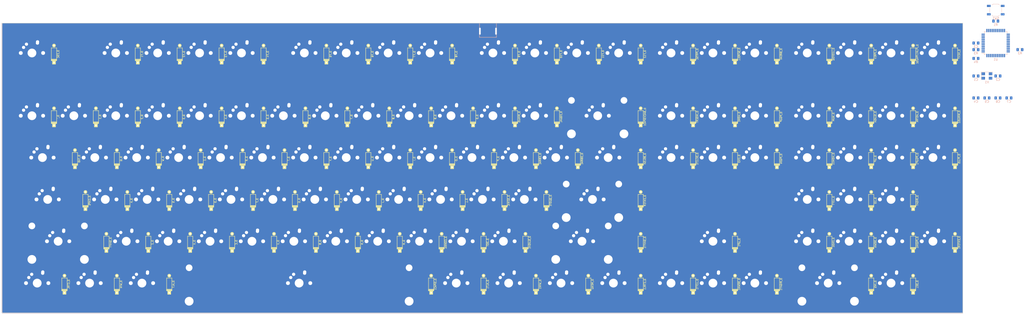
<source format=kicad_pcb>
(kicad_pcb (version 20171130) (host pcbnew "(5.0.0-3-g5ebb6b6)")
  (layers (0 F.Cu signal) (31 B.Cu signal) (34 B.Paste user) (35 F.Paste user) (36 B.SilkS user) (37 F.SilkS user) (38 B.Mask user) (39 F.Mask user) (44 Edge.Cuts user))
  (net 0 "")
  (net 1 "GND")
  (net 2 "VCC")
  (net 3 "/col0")
  (net 4 "/col1")
  (net 5 "/col2")
  (net 6 "/col3")
  (net 7 "/col4")
  (net 8 "/col5")
  (net 9 "/col6")
  (net 10 "/col7")
  (net 11 "/col8")
  (net 12 "/col9")
  (net 13 "/col10")
  (net 14 "/col11")
  (net 15 "/col12")
  (net 16 "/col13")
  (net 17 "/col14")
  (net 18 "/col15")
  (net 19 "/col16")
  (net 20 "/col17")
  (net 21 "/col18")
  (net 22 "/col19")
  (net 23 "/col20")
  (net 24 "/col21")
  (net 25 "/col22")
  (net 26 "/col23")
  (net 27 "/row0")
  (net 28 "/row1")
  (net 29 "/row2")
  (net 30 "/row3")
  (net 31 "/row4")
  (net 32 "/row5")
  (net 33 "/row6")
  (net 34 "/row7")
  (net 35 "Net-(K_ESC-Pad1)")
  (net 36 "Net-(K_ESC-Pad2)")
  (net 37 "Net-(K_ESC-Pad3)")
  (net 38 "Net-(K_ESC-Pad4)")
  (net 39 "Net-(D_ESC-Pad1)")
  (net 40 "Net-(D_ESC-Pad2)")
  (net 41 "Net-(K_F1-Pad1)")
  (net 42 "Net-(K_F1-Pad2)")
  (net 43 "Net-(K_F1-Pad3)")
  (net 44 "Net-(K_F1-Pad4)")
  (net 45 "Net-(D_F1-Pad1)")
  (net 46 "Net-(D_F1-Pad2)")
  (net 47 "Net-(K_F2-Pad1)")
  (net 48 "Net-(K_F2-Pad2)")
  (net 49 "Net-(K_F2-Pad3)")
  (net 50 "Net-(K_F2-Pad4)")
  (net 51 "Net-(D_F2-Pad1)")
  (net 52 "Net-(D_F2-Pad2)")
  (net 53 "Net-(K_F3-Pad1)")
  (net 54 "Net-(K_F3-Pad2)")
  (net 55 "Net-(K_F3-Pad3)")
  (net 56 "Net-(K_F3-Pad4)")
  (net 57 "Net-(D_F3-Pad1)")
  (net 58 "Net-(D_F3-Pad2)")
  (net 59 "Net-(K_F4-Pad1)")
  (net 60 "Net-(K_F4-Pad2)")
  (net 61 "Net-(K_F4-Pad3)")
  (net 62 "Net-(K_F4-Pad4)")
  (net 63 "Net-(D_F4-Pad1)")
  (net 64 "Net-(D_F4-Pad2)")
  (net 65 "Net-(K_F5-Pad1)")
  (net 66 "Net-(K_F5-Pad2)")
  (net 67 "Net-(K_F5-Pad3)")
  (net 68 "Net-(K_F5-Pad4)")
  (net 69 "Net-(D_F5-Pad1)")
  (net 70 "Net-(D_F5-Pad2)")
  (net 71 "Net-(K_F6-Pad1)")
  (net 72 "Net-(K_F6-Pad2)")
  (net 73 "Net-(K_F6-Pad3)")
  (net 74 "Net-(K_F6-Pad4)")
  (net 75 "Net-(D_F6-Pad1)")
  (net 76 "Net-(D_F6-Pad2)")
  (net 77 "Net-(K_F7-Pad1)")
  (net 78 "Net-(K_F7-Pad2)")
  (net 79 "Net-(K_F7-Pad3)")
  (net 80 "Net-(K_F7-Pad4)")
  (net 81 "Net-(D_F7-Pad1)")
  (net 82 "Net-(D_F7-Pad2)")
  (net 83 "Net-(K_F8-Pad1)")
  (net 84 "Net-(K_F8-Pad2)")
  (net 85 "Net-(K_F8-Pad3)")
  (net 86 "Net-(K_F8-Pad4)")
  (net 87 "Net-(D_F8-Pad1)")
  (net 88 "Net-(D_F8-Pad2)")
  (net 89 "Net-(K_F9-Pad1)")
  (net 90 "Net-(K_F9-Pad2)")
  (net 91 "Net-(K_F9-Pad3)")
  (net 92 "Net-(K_F9-Pad4)")
  (net 93 "Net-(D_F9-Pad1)")
  (net 94 "Net-(D_F9-Pad2)")
  (net 95 "Net-(K_F10-Pad1)")
  (net 96 "Net-(K_F10-Pad2)")
  (net 97 "Net-(K_F10-Pad3)")
  (net 98 "Net-(K_F10-Pad4)")
  (net 99 "Net-(D_F10-Pad1)")
  (net 100 "Net-(D_F10-Pad2)")
  (net 101 "Net-(K_F11-Pad1)")
  (net 102 "Net-(K_F11-Pad2)")
  (net 103 "Net-(K_F11-Pad3)")
  (net 104 "Net-(K_F11-Pad4)")
  (net 105 "Net-(D_F11-Pad1)")
  (net 106 "Net-(D_F11-Pad2)")
  (net 107 "Net-(K_F12-Pad1)")
  (net 108 "Net-(K_F12-Pad2)")
  (net 109 "Net-(K_F12-Pad3)")
  (net 110 "Net-(K_F12-Pad4)")
  (net 111 "Net-(D_F12-Pad1)")
  (net 112 "Net-(D_F12-Pad2)")
  (net 113 "Net-(K_PRTSC-Pad1)")
  (net 114 "Net-(K_PRTSC-Pad2)")
  (net 115 "Net-(K_PRTSC-Pad3)")
  (net 116 "Net-(K_PRTSC-Pad4)")
  (net 117 "Net-(D_PRTSC-Pad1)")
  (net 118 "Net-(D_PRTSC-Pad2)")
  (net 119 "Net-(K_SCROLL-Pad1)")
  (net 120 "Net-(K_SCROLL-Pad2)")
  (net 121 "Net-(K_SCROLL-Pad3)")
  (net 122 "Net-(K_SCROLL-Pad4)")
  (net 123 "Net-(D_SCROLL-Pad1)")
  (net 124 "Net-(D_SCROLL-Pad2)")
  (net 125 "Net-(K_BREAK-Pad1)")
  (net 126 "Net-(K_BREAK-Pad2)")
  (net 127 "Net-(K_BREAK-Pad3)")
  (net 128 "Net-(K_BREAK-Pad4)")
  (net 129 "Net-(D_BREAK-Pad1)")
  (net 130 "Net-(D_BREAK-Pad2)")
  (net 131 "Net-(K_LEDTOG-Pad1)")
  (net 132 "Net-(K_LEDTOG-Pad2)")
  (net 133 "Net-(K_LEDTOG-Pad3)")
  (net 134 "Net-(K_LEDTOG-Pad4)")
  (net 135 "Net-(D_LEDTOG-Pad1)")
  (net 136 "Net-(D_LEDTOG-Pad2)")
  (net 137 "Net-(K_PREV-Pad1)")
  (net 138 "Net-(K_PREV-Pad2)")
  (net 139 "Net-(K_PREV-Pad3)")
  (net 140 "Net-(K_PREV-Pad4)")
  (net 141 "Net-(D_PREV-Pad1)")
  (net 142 "Net-(D_PREV-Pad2)")
  (net 143 "Net-(K_PLAY/PAUSE-Pad1)")
  (net 144 "Net-(K_PLAY/PAUSE-Pad2)")
  (net 145 "Net-(K_PLAY/PAUSE-Pad3)")
  (net 146 "Net-(K_PLAY/PAUSE-Pad4)")
  (net 147 "Net-(D_PLAY/PAUSE-Pad1)")
  (net 148 "Net-(D_PLAY/PAUSE-Pad2)")
  (net 149 "Net-(K_NEXT-Pad1)")
  (net 150 "Net-(K_NEXT-Pad2)")
  (net 151 "Net-(K_NEXT-Pad3)")
  (net 152 "Net-(K_NEXT-Pad4)")
  (net 153 "Net-(D_NEXT-Pad1)")
  (net 154 "Net-(D_NEXT-Pad2)")
  (net 155 "Net-(K_`-Pad1)")
  (net 156 "Net-(K_`-Pad2)")
  (net 157 "Net-(K_`-Pad3)")
  (net 158 "Net-(K_`-Pad4)")
  (net 159 "Net-(D_`-Pad1)")
  (net 160 "Net-(D_`-Pad2)")
  (net 161 "Net-(K_1-Pad1)")
  (net 162 "Net-(K_1-Pad2)")
  (net 163 "Net-(K_1-Pad3)")
  (net 164 "Net-(K_1-Pad4)")
  (net 165 "Net-(D_1-Pad1)")
  (net 166 "Net-(D_1-Pad2)")
  (net 167 "Net-(K_2-Pad1)")
  (net 168 "Net-(K_2-Pad2)")
  (net 169 "Net-(K_2-Pad3)")
  (net 170 "Net-(K_2-Pad4)")
  (net 171 "Net-(D_2-Pad1)")
  (net 172 "Net-(D_2-Pad2)")
  (net 173 "Net-(K_3-Pad1)")
  (net 174 "Net-(K_3-Pad2)")
  (net 175 "Net-(K_3-Pad3)")
  (net 176 "Net-(K_3-Pad4)")
  (net 177 "Net-(D_3-Pad1)")
  (net 178 "Net-(D_3-Pad2)")
  (net 179 "Net-(K_4-Pad1)")
  (net 180 "Net-(K_4-Pad2)")
  (net 181 "Net-(K_4-Pad3)")
  (net 182 "Net-(K_4-Pad4)")
  (net 183 "Net-(D_4-Pad1)")
  (net 184 "Net-(D_4-Pad2)")
  (net 185 "Net-(K_5-Pad1)")
  (net 186 "Net-(K_5-Pad2)")
  (net 187 "Net-(K_5-Pad3)")
  (net 188 "Net-(K_5-Pad4)")
  (net 189 "Net-(D_5-Pad1)")
  (net 190 "Net-(D_5-Pad2)")
  (net 191 "Net-(K_6-Pad1)")
  (net 192 "Net-(K_6-Pad2)")
  (net 193 "Net-(K_6-Pad3)")
  (net 194 "Net-(K_6-Pad4)")
  (net 195 "Net-(D_6-Pad1)")
  (net 196 "Net-(D_6-Pad2)")
  (net 197 "Net-(K_7-Pad1)")
  (net 198 "Net-(K_7-Pad2)")
  (net 199 "Net-(K_7-Pad3)")
  (net 200 "Net-(K_7-Pad4)")
  (net 201 "Net-(D_7-Pad1)")
  (net 202 "Net-(D_7-Pad2)")
  (net 203 "Net-(K_8-Pad1)")
  (net 204 "Net-(K_8-Pad2)")
  (net 205 "Net-(K_8-Pad3)")
  (net 206 "Net-(K_8-Pad4)")
  (net 207 "Net-(D_8-Pad1)")
  (net 208 "Net-(D_8-Pad2)")
  (net 209 "Net-(K_9-Pad1)")
  (net 210 "Net-(K_9-Pad2)")
  (net 211 "Net-(K_9-Pad3)")
  (net 212 "Net-(K_9-Pad4)")
  (net 213 "Net-(D_9-Pad1)")
  (net 214 "Net-(D_9-Pad2)")
  (net 215 "Net-(K_0-Pad1)")
  (net 216 "Net-(K_0-Pad2)")
  (net 217 "Net-(K_0-Pad3)")
  (net 218 "Net-(K_0-Pad4)")
  (net 219 "Net-(D_0-Pad1)")
  (net 220 "Net-(D_0-Pad2)")
  (net 221 "Net-(K_MINUS-Pad1)")
  (net 222 "Net-(K_MINUS-Pad2)")
  (net 223 "Net-(K_MINUS-Pad3)")
  (net 224 "Net-(K_MINUS-Pad4)")
  (net 225 "Net-(D_MINUS-Pad1)")
  (net 226 "Net-(D_MINUS-Pad2)")
  (net 227 "Net-(K_EQUAL-Pad1)")
  (net 228 "Net-(K_EQUAL-Pad2)")
  (net 229 "Net-(K_EQUAL-Pad3)")
  (net 230 "Net-(K_EQUAL-Pad4)")
  (net 231 "Net-(D_EQUAL-Pad1)")
  (net 232 "Net-(D_EQUAL-Pad2)")
  (net 233 "Net-(K_BACKSPACE-Pad1)")
  (net 234 "Net-(K_BACKSPACE-Pad2)")
  (net 235 "Net-(K_BACKSPACE-Pad3)")
  (net 236 "Net-(K_BACKSPACE-Pad4)")
  (net 237 "Net-(D_BACKSPACE-Pad1)")
  (net 238 "Net-(D_BACKSPACE-Pad2)")
  (net 239 "Net-(K_INSERT-Pad1)")
  (net 240 "Net-(K_INSERT-Pad2)")
  (net 241 "Net-(K_INSERT-Pad3)")
  (net 242 "Net-(K_INSERT-Pad4)")
  (net 243 "Net-(D_INSERT-Pad1)")
  (net 244 "Net-(D_INSERT-Pad2)")
  (net 245 "Net-(K_HOME-Pad1)")
  (net 246 "Net-(K_HOME-Pad2)")
  (net 247 "Net-(K_HOME-Pad3)")
  (net 248 "Net-(K_HOME-Pad4)")
  (net 249 "Net-(D_HOME-Pad1)")
  (net 250 "Net-(D_HOME-Pad2)")
  (net 251 "Net-(K_PGUP-Pad1)")
  (net 252 "Net-(K_PGUP-Pad2)")
  (net 253 "Net-(K_PGUP-Pad3)")
  (net 254 "Net-(K_PGUP-Pad4)")
  (net 255 "Net-(D_PGUP-Pad1)")
  (net 256 "Net-(D_PGUP-Pad2)")
  (net 257 "Net-(K_NUM-Pad1)")
  (net 258 "Net-(K_NUM-Pad2)")
  (net 259 "Net-(K_NUM-Pad3)")
  (net 260 "Net-(K_NUM-Pad4)")
  (net 261 "Net-(D_NUM-Pad1)")
  (net 262 "Net-(D_NUM-Pad2)")
  (net 263 "Net-(K_SLASH-Pad1)")
  (net 264 "Net-(K_SLASH-Pad2)")
  (net 265 "Net-(K_SLASH-Pad3)")
  (net 266 "Net-(K_SLASH-Pad4)")
  (net 267 "Net-(D_SLASH-Pad1)")
  (net 268 "Net-(D_SLASH-Pad2)")
  (net 269 "Net-(K_ASTRK-Pad1)")
  (net 270 "Net-(K_ASTRK-Pad2)")
  (net 271 "Net-(K_ASTRK-Pad3)")
  (net 272 "Net-(K_ASTRK-Pad4)")
  (net 273 "Net-(D_ASTRK-Pad1)")
  (net 274 "Net-(D_ASTRK-Pad2)")
  (net 275 "Net-(K_MINUS1-Pad1)")
  (net 276 "Net-(K_MINUS1-Pad2)")
  (net 277 "Net-(K_MINUS1-Pad3)")
  (net 278 "Net-(K_MINUS1-Pad4)")
  (net 279 "Net-(D_MINUS1-Pad1)")
  (net 280 "Net-(D_MINUS1-Pad2)")
  (net 281 "Net-(K_TAB-Pad1)")
  (net 282 "Net-(K_TAB-Pad2)")
  (net 283 "Net-(K_TAB-Pad3)")
  (net 284 "Net-(K_TAB-Pad4)")
  (net 285 "Net-(D_TAB-Pad1)")
  (net 286 "Net-(D_TAB-Pad2)")
  (net 287 "Net-(K_Q-Pad1)")
  (net 288 "Net-(K_Q-Pad2)")
  (net 289 "Net-(K_Q-Pad3)")
  (net 290 "Net-(K_Q-Pad4)")
  (net 291 "Net-(D_Q-Pad1)")
  (net 292 "Net-(D_Q-Pad2)")
  (net 293 "Net-(K_W-Pad1)")
  (net 294 "Net-(K_W-Pad2)")
  (net 295 "Net-(K_W-Pad3)")
  (net 296 "Net-(K_W-Pad4)")
  (net 297 "Net-(D_W-Pad1)")
  (net 298 "Net-(D_W-Pad2)")
  (net 299 "Net-(K_E-Pad1)")
  (net 300 "Net-(K_E-Pad2)")
  (net 301 "Net-(K_E-Pad3)")
  (net 302 "Net-(K_E-Pad4)")
  (net 303 "Net-(D_E-Pad1)")
  (net 304 "Net-(D_E-Pad2)")
  (net 305 "Net-(K_R-Pad1)")
  (net 306 "Net-(K_R-Pad2)")
  (net 307 "Net-(K_R-Pad3)")
  (net 308 "Net-(K_R-Pad4)")
  (net 309 "Net-(D_R-Pad1)")
  (net 310 "Net-(D_R-Pad2)")
  (net 311 "Net-(K_T-Pad1)")
  (net 312 "Net-(K_T-Pad2)")
  (net 313 "Net-(K_T-Pad3)")
  (net 314 "Net-(K_T-Pad4)")
  (net 315 "Net-(D_T-Pad1)")
  (net 316 "Net-(D_T-Pad2)")
  (net 317 "Net-(K_Y-Pad1)")
  (net 318 "Net-(K_Y-Pad2)")
  (net 319 "Net-(K_Y-Pad3)")
  (net 320 "Net-(K_Y-Pad4)")
  (net 321 "Net-(D_Y-Pad1)")
  (net 322 "Net-(D_Y-Pad2)")
  (net 323 "Net-(K_U-Pad1)")
  (net 324 "Net-(K_U-Pad2)")
  (net 325 "Net-(K_U-Pad3)")
  (net 326 "Net-(K_U-Pad4)")
  (net 327 "Net-(D_U-Pad1)")
  (net 328 "Net-(D_U-Pad2)")
  (net 329 "Net-(K_I-Pad1)")
  (net 330 "Net-(K_I-Pad2)")
  (net 331 "Net-(K_I-Pad3)")
  (net 332 "Net-(K_I-Pad4)")
  (net 333 "Net-(D_I-Pad1)")
  (net 334 "Net-(D_I-Pad2)")
  (net 335 "Net-(K_O-Pad1)")
  (net 336 "Net-(K_O-Pad2)")
  (net 337 "Net-(K_O-Pad3)")
  (net 338 "Net-(K_O-Pad4)")
  (net 339 "Net-(D_O-Pad1)")
  (net 340 "Net-(D_O-Pad2)")
  (net 341 "Net-(K_P-Pad1)")
  (net 342 "Net-(K_P-Pad2)")
  (net 343 "Net-(K_P-Pad3)")
  (net 344 "Net-(K_P-Pad4)")
  (net 345 "Net-(D_P-Pad1)")
  (net 346 "Net-(D_P-Pad2)")
  (net 347 "Net-(K_CBRAC-Pad1)")
  (net 348 "Net-(K_CBRAC-Pad2)")
  (net 349 "Net-(K_CBRAC-Pad3)")
  (net 350 "Net-(K_CBRAC-Pad4)")
  (net 351 "Net-(D_CBRAC-Pad1)")
  (net 352 "Net-(D_CBRAC-Pad2)")
  (net 353 "Net-(K_OBRAC-Pad1)")
  (net 354 "Net-(K_OBRAC-Pad2)")
  (net 355 "Net-(K_OBRAC-Pad3)")
  (net 356 "Net-(K_OBRAC-Pad4)")
  (net 357 "Net-(D_OBRAC-Pad1)")
  (net 358 "Net-(D_OBRAC-Pad2)")
  (net 359 "Net-(K_BSLSH-Pad1)")
  (net 360 "Net-(K_BSLSH-Pad2)")
  (net 361 "Net-(K_BSLSH-Pad3)")
  (net 362 "Net-(K_BSLSH-Pad4)")
  (net 363 "Net-(D_BSLSH-Pad1)")
  (net 364 "Net-(D_BSLSH-Pad2)")
  (net 365 "Net-(K_DELETE-Pad1)")
  (net 366 "Net-(K_DELETE-Pad2)")
  (net 367 "Net-(K_DELETE-Pad3)")
  (net 368 "Net-(K_DELETE-Pad4)")
  (net 369 "Net-(D_DELETE-Pad1)")
  (net 370 "Net-(D_DELETE-Pad2)")
  (net 371 "Net-(K_END-Pad1)")
  (net 372 "Net-(K_END-Pad2)")
  (net 373 "Net-(K_END-Pad3)")
  (net 374 "Net-(K_END-Pad4)")
  (net 375 "Net-(D_END-Pad1)")
  (net 376 "Net-(D_END-Pad2)")
  (net 377 "Net-(K_PGDN-Pad1)")
  (net 378 "Net-(K_PGDN-Pad2)")
  (net 379 "Net-(K_PGDN-Pad3)")
  (net 380 "Net-(K_PGDN-Pad4)")
  (net 381 "Net-(D_PGDN-Pad1)")
  (net 382 "Net-(D_PGDN-Pad2)")
  (net 383 "Net-(K_HOME1-Pad1)")
  (net 384 "Net-(K_HOME1-Pad2)")
  (net 385 "Net-(K_HOME1-Pad3)")
  (net 386 "Net-(K_HOME1-Pad4)")
  (net 387 "Net-(D_HOME1-Pad1)")
  (net 388 "Net-(D_HOME1-Pad2)")
  (net 389 "Net-(K_UP-Pad1)")
  (net 390 "Net-(K_UP-Pad2)")
  (net 391 "Net-(K_UP-Pad3)")
  (net 392 "Net-(K_UP-Pad4)")
  (net 393 "Net-(D_UP-Pad1)")
  (net 394 "Net-(D_UP-Pad2)")
  (net 395 "Net-(K_PGUP1-Pad1)")
  (net 396 "Net-(K_PGUP1-Pad2)")
  (net 397 "Net-(K_PGUP1-Pad3)")
  (net 398 "Net-(K_PGUP1-Pad4)")
  (net 399 "Net-(D_PGUP1-Pad1)")
  (net 400 "Net-(D_PGUP1-Pad2)")
  (net 401 "Net-(K_PLUS-Pad1)")
  (net 402 "Net-(K_PLUS-Pad2)")
  (net 403 "Net-(K_PLUS-Pad3)")
  (net 404 "Net-(K_PLUS-Pad4)")
  (net 405 "Net-(D_PLUS-Pad1)")
  (net 406 "Net-(D_PLUS-Pad2)")
  (net 407 "Net-(K_CAPS-Pad1)")
  (net 408 "Net-(K_CAPS-Pad2)")
  (net 409 "Net-(K_CAPS-Pad3)")
  (net 410 "Net-(K_CAPS-Pad4)")
  (net 411 "Net-(D_CAPS-Pad1)")
  (net 412 "Net-(D_CAPS-Pad2)")
  (net 413 "Net-(K_A-Pad1)")
  (net 414 "Net-(K_A-Pad2)")
  (net 415 "Net-(K_A-Pad3)")
  (net 416 "Net-(K_A-Pad4)")
  (net 417 "Net-(D_A-Pad1)")
  (net 418 "Net-(D_A-Pad2)")
  (net 419 "Net-(K_S-Pad1)")
  (net 420 "Net-(K_S-Pad2)")
  (net 421 "Net-(K_S-Pad3)")
  (net 422 "Net-(K_S-Pad4)")
  (net 423 "Net-(D_S-Pad1)")
  (net 424 "Net-(D_S-Pad2)")
  (net 425 "Net-(K_D-Pad1)")
  (net 426 "Net-(K_D-Pad2)")
  (net 427 "Net-(K_D-Pad3)")
  (net 428 "Net-(K_D-Pad4)")
  (net 429 "Net-(D_D-Pad1)")
  (net 430 "Net-(D_D-Pad2)")
  (net 431 "Net-(K_F-Pad1)")
  (net 432 "Net-(K_F-Pad2)")
  (net 433 "Net-(K_F-Pad3)")
  (net 434 "Net-(K_F-Pad4)")
  (net 435 "Net-(D_F-Pad1)")
  (net 436 "Net-(D_F-Pad2)")
  (net 437 "Net-(K_G-Pad1)")
  (net 438 "Net-(K_G-Pad2)")
  (net 439 "Net-(K_G-Pad3)")
  (net 440 "Net-(K_G-Pad4)")
  (net 441 "Net-(D_G-Pad1)")
  (net 442 "Net-(D_G-Pad2)")
  (net 443 "Net-(K_H-Pad1)")
  (net 444 "Net-(K_H-Pad2)")
  (net 445 "Net-(K_H-Pad3)")
  (net 446 "Net-(K_H-Pad4)")
  (net 447 "Net-(D_H-Pad1)")
  (net 448 "Net-(D_H-Pad2)")
  (net 449 "Net-(K_J-Pad1)")
  (net 450 "Net-(K_J-Pad2)")
  (net 451 "Net-(K_J-Pad3)")
  (net 452 "Net-(K_J-Pad4)")
  (net 453 "Net-(D_J-Pad1)")
  (net 454 "Net-(D_J-Pad2)")
  (net 455 "Net-(K_K-Pad1)")
  (net 456 "Net-(K_K-Pad2)")
  (net 457 "Net-(K_K-Pad3)")
  (net 458 "Net-(K_K-Pad4)")
  (net 459 "Net-(D_K-Pad1)")
  (net 460 "Net-(D_K-Pad2)")
  (net 461 "Net-(K_L-Pad1)")
  (net 462 "Net-(K_L-Pad2)")
  (net 463 "Net-(K_L-Pad3)")
  (net 464 "Net-(K_L-Pad4)")
  (net 465 "Net-(D_L-Pad1)")
  (net 466 "Net-(D_L-Pad2)")
  (net 467 "Net-(K_SEMIC-Pad1)")
  (net 468 "Net-(K_SEMIC-Pad2)")
  (net 469 "Net-(K_SEMIC-Pad3)")
  (net 470 "Net-(K_SEMIC-Pad4)")
  (net 471 "Net-(D_SEMIC-Pad1)")
  (net 472 "Net-(D_SEMIC-Pad2)")
  (net 473 "Net-(K_QUOTE-Pad1)")
  (net 474 "Net-(K_QUOTE-Pad2)")
  (net 475 "Net-(K_QUOTE-Pad3)")
  (net 476 "Net-(K_QUOTE-Pad4)")
  (net 477 "Net-(D_QUOTE-Pad1)")
  (net 478 "Net-(D_QUOTE-Pad2)")
  (net 479 "Net-(K_ENTER-Pad1)")
  (net 480 "Net-(K_ENTER-Pad2)")
  (net 481 "Net-(K_ENTER-Pad3)")
  (net 482 "Net-(K_ENTER-Pad4)")
  (net 483 "Net-(D_ENTER-Pad1)")
  (net 484 "Net-(D_ENTER-Pad2)")
  (net 485 "Net-(K_LEFT-Pad1)")
  (net 486 "Net-(K_LEFT-Pad2)")
  (net 487 "Net-(K_LEFT-Pad3)")
  (net 488 "Net-(K_LEFT-Pad4)")
  (net 489 "Net-(D_LEFT-Pad1)")
  (net 490 "Net-(D_LEFT-Pad2)")
  (net 491 "Net-(K_10-Pad1)")
  (net 492 "Net-(K_10-Pad2)")
  (net 493 "Net-(K_10-Pad3)")
  (net 494 "Net-(K_10-Pad4)")
  (net 495 "Net-(D_10-Pad1)")
  (net 496 "Net-(D_10-Pad2)")
  (net 497 "Net-(K_RIGHT-Pad1)")
  (net 498 "Net-(K_RIGHT-Pad2)")
  (net 499 "Net-(K_RIGHT-Pad3)")
  (net 500 "Net-(K_RIGHT-Pad4)")
  (net 501 "Net-(D_RIGHT-Pad1)")
  (net 502 "Net-(D_RIGHT-Pad2)")
  (net 503 "Net-(K_SHIFT-Pad1)")
  (net 504 "Net-(K_SHIFT-Pad2)")
  (net 505 "Net-(K_SHIFT-Pad3)")
  (net 506 "Net-(K_SHIFT-Pad4)")
  (net 507 "Net-(D_SHIFT-Pad1)")
  (net 508 "Net-(D_SHIFT-Pad2)")
  (net 509 "Net-(K_Z-Pad1)")
  (net 510 "Net-(K_Z-Pad2)")
  (net 511 "Net-(K_Z-Pad3)")
  (net 512 "Net-(K_Z-Pad4)")
  (net 513 "Net-(D_Z-Pad1)")
  (net 514 "Net-(D_Z-Pad2)")
  (net 515 "Net-(K_X-Pad1)")
  (net 516 "Net-(K_X-Pad2)")
  (net 517 "Net-(K_X-Pad3)")
  (net 518 "Net-(K_X-Pad4)")
  (net 519 "Net-(D_X-Pad1)")
  (net 520 "Net-(D_X-Pad2)")
  (net 521 "Net-(K_C-Pad1)")
  (net 522 "Net-(K_C-Pad2)")
  (net 523 "Net-(K_C-Pad3)")
  (net 524 "Net-(K_C-Pad4)")
  (net 525 "Net-(D_C-Pad1)")
  (net 526 "Net-(D_C-Pad2)")
  (net 527 "Net-(K_V-Pad1)")
  (net 528 "Net-(K_V-Pad2)")
  (net 529 "Net-(K_V-Pad3)")
  (net 530 "Net-(K_V-Pad4)")
  (net 531 "Net-(D_V-Pad1)")
  (net 532 "Net-(D_V-Pad2)")
  (net 533 "Net-(K_B-Pad1)")
  (net 534 "Net-(K_B-Pad2)")
  (net 535 "Net-(K_B-Pad3)")
  (net 536 "Net-(K_B-Pad4)")
  (net 537 "Net-(D_B-Pad1)")
  (net 538 "Net-(D_B-Pad2)")
  (net 539 "Net-(K_N-Pad1)")
  (net 540 "Net-(K_N-Pad2)")
  (net 541 "Net-(K_N-Pad3)")
  (net 542 "Net-(K_N-Pad4)")
  (net 543 "Net-(D_N-Pad1)")
  (net 544 "Net-(D_N-Pad2)")
  (net 545 "Net-(K_M-Pad1)")
  (net 546 "Net-(K_M-Pad2)")
  (net 547 "Net-(K_M-Pad3)")
  (net 548 "Net-(K_M-Pad4)")
  (net 549 "Net-(D_M-Pad1)")
  (net 550 "Net-(D_M-Pad2)")
  (net 551 "Net-(K_COMMA-Pad1)")
  (net 552 "Net-(K_COMMA-Pad2)")
  (net 553 "Net-(K_COMMA-Pad3)")
  (net 554 "Net-(K_COMMA-Pad4)")
  (net 555 "Net-(D_COMMA-Pad1)")
  (net 556 "Net-(D_COMMA-Pad2)")
  (net 557 "Net-(K_DOT-Pad1)")
  (net 558 "Net-(K_DOT-Pad2)")
  (net 559 "Net-(K_DOT-Pad3)")
  (net 560 "Net-(K_DOT-Pad4)")
  (net 561 "Net-(D_DOT-Pad1)")
  (net 562 "Net-(D_DOT-Pad2)")
  (net 563 "Net-(K_SLASH1-Pad1)")
  (net 564 "Net-(K_SLASH1-Pad2)")
  (net 565 "Net-(K_SLASH1-Pad3)")
  (net 566 "Net-(K_SLASH1-Pad4)")
  (net 567 "Net-(D_SLASH1-Pad1)")
  (net 568 "Net-(D_SLASH1-Pad2)")
  (net 569 "Net-(K_SHIFT1-Pad1)")
  (net 570 "Net-(K_SHIFT1-Pad2)")
  (net 571 "Net-(K_SHIFT1-Pad3)")
  (net 572 "Net-(K_SHIFT1-Pad4)")
  (net 573 "Net-(D_SHIFT1-Pad1)")
  (net 574 "Net-(D_SHIFT1-Pad2)")
  (net 575 "Net-(K_UP1-Pad1)")
  (net 576 "Net-(K_UP1-Pad2)")
  (net 577 "Net-(K_UP1-Pad3)")
  (net 578 "Net-(K_UP1-Pad4)")
  (net 579 "Net-(D_UP1-Pad1)")
  (net 580 "Net-(D_UP1-Pad2)")
  (net 581 "Net-(K_END1-Pad1)")
  (net 582 "Net-(K_END1-Pad2)")
  (net 583 "Net-(K_END1-Pad3)")
  (net 584 "Net-(K_END1-Pad4)")
  (net 585 "Net-(D_END1-Pad1)")
  (net 586 "Net-(D_END1-Pad2)")
  (net 587 "Net-(K_DOWN-Pad1)")
  (net 588 "Net-(K_DOWN-Pad2)")
  (net 589 "Net-(K_DOWN-Pad3)")
  (net 590 "Net-(K_DOWN-Pad4)")
  (net 591 "Net-(D_DOWN-Pad1)")
  (net 592 "Net-(D_DOWN-Pad2)")
  (net 593 "Net-(K_PGDN1-Pad1)")
  (net 594 "Net-(K_PGDN1-Pad2)")
  (net 595 "Net-(K_PGDN1-Pad3)")
  (net 596 "Net-(K_PGDN1-Pad4)")
  (net 597 "Net-(D_PGDN1-Pad1)")
  (net 598 "Net-(D_PGDN1-Pad2)")
  (net 599 "Net-(K_ENTER1-Pad1)")
  (net 600 "Net-(K_ENTER1-Pad2)")
  (net 601 "Net-(K_ENTER1-Pad3)")
  (net 602 "Net-(K_ENTER1-Pad4)")
  (net 603 "Net-(D_ENTER1-Pad1)")
  (net 604 "Net-(D_ENTER1-Pad2)")
  (net 605 "Net-(K_CTRL-Pad1)")
  (net 606 "Net-(K_CTRL-Pad2)")
  (net 607 "Net-(K_CTRL-Pad3)")
  (net 608 "Net-(K_CTRL-Pad4)")
  (net 609 "Net-(D_CTRL-Pad1)")
  (net 610 "Net-(D_CTRL-Pad2)")
  (net 611 "Net-(K_WIN-Pad1)")
  (net 612 "Net-(K_WIN-Pad2)")
  (net 613 "Net-(K_WIN-Pad3)")
  (net 614 "Net-(K_WIN-Pad4)")
  (net 615 "Net-(D_WIN-Pad1)")
  (net 616 "Net-(D_WIN-Pad2)")
  (net 617 "Net-(K_ALT-Pad1)")
  (net 618 "Net-(K_ALT-Pad2)")
  (net 619 "Net-(K_ALT-Pad3)")
  (net 620 "Net-(K_ALT-Pad4)")
  (net 621 "Net-(D_ALT-Pad1)")
  (net 622 "Net-(D_ALT-Pad2)")
  (net 623 "Net-(K_SPACE-Pad1)")
  (net 624 "Net-(K_SPACE-Pad2)")
  (net 625 "Net-(K_SPACE-Pad3)")
  (net 626 "Net-(K_SPACE-Pad4)")
  (net 627 "Net-(D_SPACE-Pad1)")
  (net 628 "Net-(D_SPACE-Pad2)")
  (net 629 "Net-(K_ALT1-Pad1)")
  (net 630 "Net-(K_ALT1-Pad2)")
  (net 631 "Net-(K_ALT1-Pad3)")
  (net 632 "Net-(K_ALT1-Pad4)")
  (net 633 "Net-(D_ALT1-Pad1)")
  (net 634 "Net-(D_ALT1-Pad2)")
  (net 635 "Net-(K_WIN1-Pad1)")
  (net 636 "Net-(K_WIN1-Pad2)")
  (net 637 "Net-(K_WIN1-Pad3)")
  (net 638 "Net-(K_WIN1-Pad4)")
  (net 639 "Net-(D_WIN1-Pad1)")
  (net 640 "Net-(D_WIN1-Pad2)")
  (net 641 "Net-(K_MENU-Pad1)")
  (net 642 "Net-(K_MENU-Pad2)")
  (net 643 "Net-(K_MENU-Pad3)")
  (net 644 "Net-(K_MENU-Pad4)")
  (net 645 "Net-(D_MENU-Pad1)")
  (net 646 "Net-(D_MENU-Pad2)")
  (net 647 "Net-(K_CTRL1-Pad1)")
  (net 648 "Net-(K_CTRL1-Pad2)")
  (net 649 "Net-(K_CTRL1-Pad3)")
  (net 650 "Net-(K_CTRL1-Pad4)")
  (net 651 "Net-(D_CTRL1-Pad1)")
  (net 652 "Net-(D_CTRL1-Pad2)")
  (net 653 "Net-(K_LEFT1-Pad1)")
  (net 654 "Net-(K_LEFT1-Pad2)")
  (net 655 "Net-(K_LEFT1-Pad3)")
  (net 656 "Net-(K_LEFT1-Pad4)")
  (net 657 "Net-(D_LEFT1-Pad1)")
  (net 658 "Net-(D_LEFT1-Pad2)")
  (net 659 "Net-(K_DOWN1-Pad1)")
  (net 660 "Net-(K_DOWN1-Pad2)")
  (net 661 "Net-(K_DOWN1-Pad3)")
  (net 662 "Net-(K_DOWN1-Pad4)")
  (net 663 "Net-(D_DOWN1-Pad1)")
  (net 664 "Net-(D_DOWN1-Pad2)")
  (net 665 "Net-(K_RIGHT1-Pad1)")
  (net 666 "Net-(K_RIGHT1-Pad2)")
  (net 667 "Net-(K_RIGHT1-Pad3)")
  (net 668 "Net-(K_RIGHT1-Pad4)")
  (net 669 "Net-(D_RIGHT1-Pad1)")
  (net 670 "Net-(D_RIGHT1-Pad2)")
  (net 671 "Net-(K_INS-Pad1)")
  (net 672 "Net-(K_INS-Pad2)")
  (net 673 "Net-(K_INS-Pad3)")
  (net 674 "Net-(K_INS-Pad4)")
  (net 675 "Net-(D_INS-Pad1)")
  (net 676 "Net-(D_INS-Pad2)")
  (net 677 "Net-(K_DEL-Pad1)")
  (net 678 "Net-(K_DEL-Pad2)")
  (net 679 "Net-(K_DEL-Pad3)")
  (net 680 "Net-(K_DEL-Pad4)")
  (net 681 "Net-(D_DEL-Pad1)")
  (net 682 "Net-(D_DEL-Pad2)")
  (net 683 "Net-(C1-Pad1)")
  (net 684 "Net-(C1-Pad2)")
  (net 685 "Net-(C2-Pad1)")
  (net 686 "Net-(C2-Pad2)")
  (net 687 "Net-(X1-Pad1)")
  (net 688 "Net-(X1-Pad2)")
  (net 689 "Net-(X1-Pad3)")
  (net 690 "Net-(X1-Pad4)")
  (net 691 "Net-(R1-Pad1)")
  (net 692 "Net-(R1-Pad2)")
  (net 693 "Net-(R2-Pad1)")
  (net 694 "Net-(R2-Pad2)")
  (net 695 "Net-(R3-Pad1)")
  (net 696 "Net-(R3-Pad2)")
  (net 697 "Net-(R4-Pad1)")
  (net 698 "Net-(R4-Pad2)")
  (net 699 "Net-(USB1-Pad1)")
  (net 700 "Net-(USB1-Pad2)")
  (net 701 "Net-(USB1-Pad3)")
  (net 702 "Net-(USB1-Pad4)")
  (net 703 "Net-(USB1-Pad5)")
  (net 704 "Net-(USB1-Pad6)")
  (net 705 "Net-(C3-Pad1)")
  (net 706 "Net-(C3-Pad2)")
  (net 707 "Net-(U1-Pad1)")
  (net 708 "Net-(U1-Pad2)")
  (net 709 "Net-(U1-Pad3)")
  (net 710 "Net-(U1-Pad4)")
  (net 711 "Net-(U1-Pad5)")
  (net 712 "Net-(U1-Pad6)")
  (net 713 "Net-(U1-Pad7)")
  (net 714 "Net-(U1-Pad8)")
  (net 715 "Net-(U1-Pad9)")
  (net 716 "Net-(U1-Pad10)")
  (net 717 "Net-(U1-Pad11)")
  (net 718 "Net-(U1-Pad12)")
  (net 719 "Net-(U1-Pad13)")
  (net 720 "Net-(U1-Pad14)")
  (net 721 "Net-(U1-Pad15)")
  (net 722 "Net-(U1-Pad16)")
  (net 723 "Net-(U1-Pad17)")
  (net 724 "Net-(U1-Pad18)")
  (net 725 "Net-(U1-Pad19)")
  (net 726 "Net-(U1-Pad20)")
  (net 727 "Net-(U1-Pad21)")
  (net 728 "Net-(U1-Pad22)")
  (net 729 "Net-(U1-Pad23)")
  (net 730 "Net-(U1-Pad24)")
  (net 731 "Net-(U1-Pad25)")
  (net 732 "Net-(U1-Pad26)")
  (net 733 "Net-(U1-Pad27)")
  (net 734 "Net-(U1-Pad28)")
  (net 735 "Net-(U1-Pad29)")
  (net 736 "Net-(U1-Pad30)")
  (net 737 "Net-(U1-Pad31)")
  (net 738 "Net-(U1-Pad32)")
  (net 739 "Net-(U1-Pad33)")
  (net 740 "Net-(U1-Pad34)")
  (net 741 "Net-(U1-Pad35)")
  (net 742 "Net-(U1-Pad36)")
  (net 743 "Net-(U1-Pad37)")
  (net 744 "Net-(U1-Pad38)")
  (net 745 "Net-(U1-Pad39)")
  (net 746 "Net-(U1-Pad40)")
  (net 747 "Net-(U1-Pad41)")
  (net 748 "Net-(U1-Pad42)")
  (net 749 "Net-(U1-Pad43)")
  (net 750 "Net-(U1-Pad44)")
  (net 751 "Net-(C4-Pad1)")
  (net 752 "Net-(C4-Pad2)")
  (net 753 "Net-(C5-Pad1)")
  (net 754 "Net-(C5-Pad2)")
  (net 755 "Net-(C6-Pad1)")
  (net 756 "Net-(C6-Pad2)")
  (net 757 "Net-(C7-Pad1)")
  (net 758 "Net-(C7-Pad2)")
  (module MX_Alps_Hybrid:MX-1U-NoLED (layer F.Cu) (at 9.525 9.525)
    (fp_text reference K_ESC)
    (fp_text value KEYSW)
    (pad 1 thru_hole circle (at -2.5 -4) (size 2.25 2.25) (drill 1.47) (layers *.Cu B.Mask) (net 3 "/col0"))
    (pad 1 thru_hole oval (at -3.81 -2.54 48.0996) (size 4.211556 2.25) (drill 1.47 (offset 0.980778 0)) (layers *.Cu B.Mask) (net 3 "/col0"))
    (pad 2 thru_hole oval (at 2.5 -4.5 86.0548) (size 2.831378 2.25) (drill 1.47 (offset 0.290689 0)) (layers *.Cu B.Mask) (net 40 "Net-(D_ESC-Pad2)"))
    (pad 2 thru_hole circle (at 2.54 -5.08) (size 2.25 2.25) (drill 1.47) (layers *.Cu B.Mask) (net 40 "Net-(D_ESC-Pad2)"))
    (pad "" np_thru_hole circle (at 0 0) (size 3.9878 3.9878) (drill 3.9878) (layers *.Cu *.Mask))
    (pad "" np_thru_hole circle (at -5.08 0 48.0996) (size 1.75 1.75) (drill 1.75) (layers *.Cu *.Mask))
    (pad "" np_thru_hole circle (at 5.08 0 48.0996) (size 1.75 1.75) (drill 1.75) (layers *.Cu *.Mask))
  )
  (module keyboard_parts:D_SOD123_axial (layer F.Cu) (at 19.55 10.025 90)
    (fp_text reference D_ESC (at 0 1.925 90) (layer F.SilkS) (effects (font (size 0.8 0.8)) (justify mirror)))
    (fp_text value D hide)
    (pad 1 smd rect (at -2.7 0 90) (size 2.5 0.5) (layers F.Cu) (net 3 "/col0"))
    (pad 1 smd rect (at -1.575 0 90) (size 1.2 1.2) (layers F.Cu F.Paste F.Mask) (net 3 "/col0"))
    (pad 1 thru_hole rect (at -3.9 0 90) (size 1.6 1.6) (drill 0.7) (layers *.Cu *.Mask F.SilkS) (net 3 "/col0"))
    (pad 2 smd rect (at 1.575 0 90) (size 1.2 1.2) (layers F.Cu F.Paste F.Mask) (net 40 "Net-(D_ESC-Pad2)"))
    (pad 2 smd rect (at 2.7 0 90) (size 2.5 0.5) (layers F.Cu) (net 40 "Net-(D_ESC-Pad2)"))
    (pad 2 thru_hole circle (at 3.9 0 90) (size 1.6 1.6) (drill 0.7) (layers *.Cu *.Mask F.SilkS) (net 40 "Net-(D_ESC-Pad2)"))
  )
  (module MX_Alps_Hybrid:MX-1U-NoLED (layer F.Cu) (at 47.625 9.525)
    (fp_text reference K_F1)
    (fp_text value KEYSW)
    (pad 1 thru_hole circle (at -2.5 -4) (size 2.25 2.25) (drill 1.47) (layers *.Cu B.Mask) (net 5 "/col2"))
    (pad 1 thru_hole oval (at -3.81 -2.54 48.0996) (size 4.211556 2.25) (drill 1.47 (offset 0.980778 0)) (layers *.Cu B.Mask) (net 5 "/col2"))
    (pad 2 thru_hole oval (at 2.5 -4.5 86.0548) (size 2.831378 2.25) (drill 1.47 (offset 0.290689 0)) (layers *.Cu B.Mask) (net 46 "Net-(D_F1-Pad2)"))
    (pad 2 thru_hole circle (at 2.54 -5.08) (size 2.25 2.25) (drill 1.47) (layers *.Cu B.Mask) (net 46 "Net-(D_F1-Pad2)"))
    (pad "" np_thru_hole circle (at 0 0) (size 3.9878 3.9878) (drill 3.9878) (layers *.Cu *.Mask))
    (pad "" np_thru_hole circle (at -5.08 0 48.0996) (size 1.75 1.75) (drill 1.75) (layers *.Cu *.Mask))
    (pad "" np_thru_hole circle (at 5.08 0 48.0996) (size 1.75 1.75) (drill 1.75) (layers *.Cu *.Mask))
  )
  (module keyboard_parts:D_SOD123_axial (layer F.Cu) (at 57.65 10.025 90)
    (fp_text reference D_F1 (at 0 1.925 90) (layer F.SilkS) (effects (font (size 0.8 0.8)) (justify mirror)))
    (fp_text value D hide)
    (pad 1 smd rect (at -2.7 0 90) (size 2.5 0.5) (layers F.Cu) (net 5 "/col2"))
    (pad 1 smd rect (at -1.575 0 90) (size 1.2 1.2) (layers F.Cu F.Paste F.Mask) (net 5 "/col2"))
    (pad 1 thru_hole rect (at -3.9 0 90) (size 1.6 1.6) (drill 0.7) (layers *.Cu *.Mask F.SilkS) (net 5 "/col2"))
    (pad 2 smd rect (at 1.575 0 90) (size 1.2 1.2) (layers F.Cu F.Paste F.Mask) (net 46 "Net-(D_F1-Pad2)"))
    (pad 2 smd rect (at 2.7 0 90) (size 2.5 0.5) (layers F.Cu) (net 46 "Net-(D_F1-Pad2)"))
    (pad 2 thru_hole circle (at 3.9 0 90) (size 1.6 1.6) (drill 0.7) (layers *.Cu *.Mask F.SilkS) (net 46 "Net-(D_F1-Pad2)"))
  )
  (module MX_Alps_Hybrid:MX-1U-NoLED (layer F.Cu) (at 66.675 9.525)
    (fp_text reference K_F2)
    (fp_text value KEYSW)
    (pad 1 thru_hole circle (at -2.5 -4) (size 2.25 2.25) (drill 1.47) (layers *.Cu B.Mask) (net 6 "/col3"))
    (pad 1 thru_hole oval (at -3.81 -2.54 48.0996) (size 4.211556 2.25) (drill 1.47 (offset 0.980778 0)) (layers *.Cu B.Mask) (net 6 "/col3"))
    (pad 2 thru_hole oval (at 2.5 -4.5 86.0548) (size 2.831378 2.25) (drill 1.47 (offset 0.290689 0)) (layers *.Cu B.Mask) (net 52 "Net-(D_F2-Pad2)"))
    (pad 2 thru_hole circle (at 2.54 -5.08) (size 2.25 2.25) (drill 1.47) (layers *.Cu B.Mask) (net 52 "Net-(D_F2-Pad2)"))
    (pad "" np_thru_hole circle (at 0 0) (size 3.9878 3.9878) (drill 3.9878) (layers *.Cu *.Mask))
    (pad "" np_thru_hole circle (at -5.08 0 48.0996) (size 1.75 1.75) (drill 1.75) (layers *.Cu *.Mask))
    (pad "" np_thru_hole circle (at 5.08 0 48.0996) (size 1.75 1.75) (drill 1.75) (layers *.Cu *.Mask))
  )
  (module keyboard_parts:D_SOD123_axial (layer F.Cu) (at 76.7 10.025 90)
    (fp_text reference D_F2 (at 0 1.925 90) (layer F.SilkS) (effects (font (size 0.8 0.8)) (justify mirror)))
    (fp_text value D hide)
    (pad 1 smd rect (at -2.7 0 90) (size 2.5 0.5) (layers F.Cu) (net 6 "/col3"))
    (pad 1 smd rect (at -1.575 0 90) (size 1.2 1.2) (layers F.Cu F.Paste F.Mask) (net 6 "/col3"))
    (pad 1 thru_hole rect (at -3.9 0 90) (size 1.6 1.6) (drill 0.7) (layers *.Cu *.Mask F.SilkS) (net 6 "/col3"))
    (pad 2 smd rect (at 1.575 0 90) (size 1.2 1.2) (layers F.Cu F.Paste F.Mask) (net 52 "Net-(D_F2-Pad2)"))
    (pad 2 smd rect (at 2.7 0 90) (size 2.5 0.5) (layers F.Cu) (net 52 "Net-(D_F2-Pad2)"))
    (pad 2 thru_hole circle (at 3.9 0 90) (size 1.6 1.6) (drill 0.7) (layers *.Cu *.Mask F.SilkS) (net 52 "Net-(D_F2-Pad2)"))
  )
  (module MX_Alps_Hybrid:MX-1U-NoLED (layer F.Cu) (at 85.725 9.525)
    (fp_text reference K_F3)
    (fp_text value KEYSW)
    (pad 1 thru_hole circle (at -2.5 -4) (size 2.25 2.25) (drill 1.47) (layers *.Cu B.Mask) (net 7 "/col4"))
    (pad 1 thru_hole oval (at -3.81 -2.54 48.0996) (size 4.211556 2.25) (drill 1.47 (offset 0.980778 0)) (layers *.Cu B.Mask) (net 7 "/col4"))
    (pad 2 thru_hole oval (at 2.5 -4.5 86.0548) (size 2.831378 2.25) (drill 1.47 (offset 0.290689 0)) (layers *.Cu B.Mask) (net 58 "Net-(D_F3-Pad2)"))
    (pad 2 thru_hole circle (at 2.54 -5.08) (size 2.25 2.25) (drill 1.47) (layers *.Cu B.Mask) (net 58 "Net-(D_F3-Pad2)"))
    (pad "" np_thru_hole circle (at 0 0) (size 3.9878 3.9878) (drill 3.9878) (layers *.Cu *.Mask))
    (pad "" np_thru_hole circle (at -5.08 0 48.0996) (size 1.75 1.75) (drill 1.75) (layers *.Cu *.Mask))
    (pad "" np_thru_hole circle (at 5.08 0 48.0996) (size 1.75 1.75) (drill 1.75) (layers *.Cu *.Mask))
  )
  (module keyboard_parts:D_SOD123_axial (layer F.Cu) (at 95.75 10.025 90)
    (fp_text reference D_F3 (at 0 1.925 90) (layer F.SilkS) (effects (font (size 0.8 0.8)) (justify mirror)))
    (fp_text value D hide)
    (pad 1 smd rect (at -2.7 0 90) (size 2.5 0.5) (layers F.Cu) (net 7 "/col4"))
    (pad 1 smd rect (at -1.575 0 90) (size 1.2 1.2) (layers F.Cu F.Paste F.Mask) (net 7 "/col4"))
    (pad 1 thru_hole rect (at -3.9 0 90) (size 1.6 1.6) (drill 0.7) (layers *.Cu *.Mask F.SilkS) (net 7 "/col4"))
    (pad 2 smd rect (at 1.575 0 90) (size 1.2 1.2) (layers F.Cu F.Paste F.Mask) (net 58 "Net-(D_F3-Pad2)"))
    (pad 2 smd rect (at 2.7 0 90) (size 2.5 0.5) (layers F.Cu) (net 58 "Net-(D_F3-Pad2)"))
    (pad 2 thru_hole circle (at 3.9 0 90) (size 1.6 1.6) (drill 0.7) (layers *.Cu *.Mask F.SilkS) (net 58 "Net-(D_F3-Pad2)"))
  )
  (module MX_Alps_Hybrid:MX-1U-NoLED (layer F.Cu) (at 104.775 9.525)
    (fp_text reference K_F4)
    (fp_text value KEYSW)
    (pad 1 thru_hole circle (at -2.5 -4) (size 2.25 2.25) (drill 1.47) (layers *.Cu B.Mask) (net 8 "/col5"))
    (pad 1 thru_hole oval (at -3.81 -2.54 48.0996) (size 4.211556 2.25) (drill 1.47 (offset 0.980778 0)) (layers *.Cu B.Mask) (net 8 "/col5"))
    (pad 2 thru_hole oval (at 2.5 -4.5 86.0548) (size 2.831378 2.25) (drill 1.47 (offset 0.290689 0)) (layers *.Cu B.Mask) (net 64 "Net-(D_F4-Pad2)"))
    (pad 2 thru_hole circle (at 2.54 -5.08) (size 2.25 2.25) (drill 1.47) (layers *.Cu B.Mask) (net 64 "Net-(D_F4-Pad2)"))
    (pad "" np_thru_hole circle (at 0 0) (size 3.9878 3.9878) (drill 3.9878) (layers *.Cu *.Mask))
    (pad "" np_thru_hole circle (at -5.08 0 48.0996) (size 1.75 1.75) (drill 1.75) (layers *.Cu *.Mask))
    (pad "" np_thru_hole circle (at 5.08 0 48.0996) (size 1.75 1.75) (drill 1.75) (layers *.Cu *.Mask))
  )
  (module keyboard_parts:D_SOD123_axial (layer F.Cu) (at 114.8 10.025 90)
    (fp_text reference D_F4 (at 0 1.925 90) (layer F.SilkS) (effects (font (size 0.8 0.8)) (justify mirror)))
    (fp_text value D hide)
    (pad 1 smd rect (at -2.7 0 90) (size 2.5 0.5) (layers F.Cu) (net 8 "/col5"))
    (pad 1 smd rect (at -1.575 0 90) (size 1.2 1.2) (layers F.Cu F.Paste F.Mask) (net 8 "/col5"))
    (pad 1 thru_hole rect (at -3.9 0 90) (size 1.6 1.6) (drill 0.7) (layers *.Cu *.Mask F.SilkS) (net 8 "/col5"))
    (pad 2 smd rect (at 1.575 0 90) (size 1.2 1.2) (layers F.Cu F.Paste F.Mask) (net 64 "Net-(D_F4-Pad2)"))
    (pad 2 smd rect (at 2.7 0 90) (size 2.5 0.5) (layers F.Cu) (net 64 "Net-(D_F4-Pad2)"))
    (pad 2 thru_hole circle (at 3.9 0 90) (size 1.6 1.6) (drill 0.7) (layers *.Cu *.Mask F.SilkS) (net 64 "Net-(D_F4-Pad2)"))
  )
  (module MX_Alps_Hybrid:MX-1U-NoLED (layer F.Cu) (at 133.35 9.525)
    (fp_text reference K_F5)
    (fp_text value KEYSW)
    (pad 1 thru_hole circle (at -2.5 -4) (size 2.25 2.25) (drill 1.47) (layers *.Cu B.Mask) (net 10 "/col7"))
    (pad 1 thru_hole oval (at -3.81 -2.54 48.0996) (size 4.211556 2.25) (drill 1.47 (offset 0.980778 0)) (layers *.Cu B.Mask) (net 10 "/col7"))
    (pad 2 thru_hole oval (at 2.5 -4.5 86.0548) (size 2.831378 2.25) (drill 1.47 (offset 0.290689 0)) (layers *.Cu B.Mask) (net 70 "Net-(D_F5-Pad2)"))
    (pad 2 thru_hole circle (at 2.54 -5.08) (size 2.25 2.25) (drill 1.47) (layers *.Cu B.Mask) (net 70 "Net-(D_F5-Pad2)"))
    (pad "" np_thru_hole circle (at 0 0) (size 3.9878 3.9878) (drill 3.9878) (layers *.Cu *.Mask))
    (pad "" np_thru_hole circle (at -5.08 0 48.0996) (size 1.75 1.75) (drill 1.75) (layers *.Cu *.Mask))
    (pad "" np_thru_hole circle (at 5.08 0 48.0996) (size 1.75 1.75) (drill 1.75) (layers *.Cu *.Mask))
  )
  (module keyboard_parts:D_SOD123_axial (layer F.Cu) (at 143.375 10.025 90)
    (fp_text reference D_F5 (at 0 1.925 90) (layer F.SilkS) (effects (font (size 0.8 0.8)) (justify mirror)))
    (fp_text value D hide)
    (pad 1 smd rect (at -2.7 0 90) (size 2.5 0.5) (layers F.Cu) (net 10 "/col7"))
    (pad 1 smd rect (at -1.575 0 90) (size 1.2 1.2) (layers F.Cu F.Paste F.Mask) (net 10 "/col7"))
    (pad 1 thru_hole rect (at -3.9 0 90) (size 1.6 1.6) (drill 0.7) (layers *.Cu *.Mask F.SilkS) (net 10 "/col7"))
    (pad 2 smd rect (at 1.575 0 90) (size 1.2 1.2) (layers F.Cu F.Paste F.Mask) (net 70 "Net-(D_F5-Pad2)"))
    (pad 2 smd rect (at 2.7 0 90) (size 2.5 0.5) (layers F.Cu) (net 70 "Net-(D_F5-Pad2)"))
    (pad 2 thru_hole circle (at 3.9 0 90) (size 1.6 1.6) (drill 0.7) (layers *.Cu *.Mask F.SilkS) (net 70 "Net-(D_F5-Pad2)"))
  )
  (module MX_Alps_Hybrid:MX-1U-NoLED (layer F.Cu) (at 152.4 9.525)
    (fp_text reference K_F6)
    (fp_text value KEYSW)
    (pad 1 thru_hole circle (at -2.5 -4) (size 2.25 2.25) (drill 1.47) (layers *.Cu B.Mask) (net 11 "/col8"))
    (pad 1 thru_hole oval (at -3.81 -2.54 48.0996) (size 4.211556 2.25) (drill 1.47 (offset 0.980778 0)) (layers *.Cu B.Mask) (net 11 "/col8"))
    (pad 2 thru_hole oval (at 2.5 -4.5 86.0548) (size 2.831378 2.25) (drill 1.47 (offset 0.290689 0)) (layers *.Cu B.Mask) (net 76 "Net-(D_F6-Pad2)"))
    (pad 2 thru_hole circle (at 2.54 -5.08) (size 2.25 2.25) (drill 1.47) (layers *.Cu B.Mask) (net 76 "Net-(D_F6-Pad2)"))
    (pad "" np_thru_hole circle (at 0 0) (size 3.9878 3.9878) (drill 3.9878) (layers *.Cu *.Mask))
    (pad "" np_thru_hole circle (at -5.08 0 48.0996) (size 1.75 1.75) (drill 1.75) (layers *.Cu *.Mask))
    (pad "" np_thru_hole circle (at 5.08 0 48.0996) (size 1.75 1.75) (drill 1.75) (layers *.Cu *.Mask))
  )
  (module keyboard_parts:D_SOD123_axial (layer F.Cu) (at 162.425 10.025 90)
    (fp_text reference D_F6 (at 0 1.925 90) (layer F.SilkS) (effects (font (size 0.8 0.8)) (justify mirror)))
    (fp_text value D hide)
    (pad 1 smd rect (at -2.7 0 90) (size 2.5 0.5) (layers F.Cu) (net 11 "/col8"))
    (pad 1 smd rect (at -1.575 0 90) (size 1.2 1.2) (layers F.Cu F.Paste F.Mask) (net 11 "/col8"))
    (pad 1 thru_hole rect (at -3.9 0 90) (size 1.6 1.6) (drill 0.7) (layers *.Cu *.Mask F.SilkS) (net 11 "/col8"))
    (pad 2 smd rect (at 1.575 0 90) (size 1.2 1.2) (layers F.Cu F.Paste F.Mask) (net 76 "Net-(D_F6-Pad2)"))
    (pad 2 smd rect (at 2.7 0 90) (size 2.5 0.5) (layers F.Cu) (net 76 "Net-(D_F6-Pad2)"))
    (pad 2 thru_hole circle (at 3.9 0 90) (size 1.6 1.6) (drill 0.7) (layers *.Cu *.Mask F.SilkS) (net 76 "Net-(D_F6-Pad2)"))
  )
  (module MX_Alps_Hybrid:MX-1U-NoLED (layer F.Cu) (at 171.45 9.525)
    (fp_text reference K_F7)
    (fp_text value KEYSW)
    (pad 1 thru_hole circle (at -2.5 -4) (size 2.25 2.25) (drill 1.47) (layers *.Cu B.Mask) (net 12 "/col9"))
    (pad 1 thru_hole oval (at -3.81 -2.54 48.0996) (size 4.211556 2.25) (drill 1.47 (offset 0.980778 0)) (layers *.Cu B.Mask) (net 12 "/col9"))
    (pad 2 thru_hole oval (at 2.5 -4.5 86.0548) (size 2.831378 2.25) (drill 1.47 (offset 0.290689 0)) (layers *.Cu B.Mask) (net 82 "Net-(D_F7-Pad2)"))
    (pad 2 thru_hole circle (at 2.54 -5.08) (size 2.25 2.25) (drill 1.47) (layers *.Cu B.Mask) (net 82 "Net-(D_F7-Pad2)"))
    (pad "" np_thru_hole circle (at 0 0) (size 3.9878 3.9878) (drill 3.9878) (layers *.Cu *.Mask))
    (pad "" np_thru_hole circle (at -5.08 0 48.0996) (size 1.75 1.75) (drill 1.75) (layers *.Cu *.Mask))
    (pad "" np_thru_hole circle (at 5.08 0 48.0996) (size 1.75 1.75) (drill 1.75) (layers *.Cu *.Mask))
  )
  (module keyboard_parts:D_SOD123_axial (layer F.Cu) (at 181.475 10.025 90)
    (fp_text reference D_F7 (at 0 1.925 90) (layer F.SilkS) (effects (font (size 0.8 0.8)) (justify mirror)))
    (fp_text value D hide)
    (pad 1 smd rect (at -2.7 0 90) (size 2.5 0.5) (layers F.Cu) (net 12 "/col9"))
    (pad 1 smd rect (at -1.575 0 90) (size 1.2 1.2) (layers F.Cu F.Paste F.Mask) (net 12 "/col9"))
    (pad 1 thru_hole rect (at -3.9 0 90) (size 1.6 1.6) (drill 0.7) (layers *.Cu *.Mask F.SilkS) (net 12 "/col9"))
    (pad 2 smd rect (at 1.575 0 90) (size 1.2 1.2) (layers F.Cu F.Paste F.Mask) (net 82 "Net-(D_F7-Pad2)"))
    (pad 2 smd rect (at 2.7 0 90) (size 2.5 0.5) (layers F.Cu) (net 82 "Net-(D_F7-Pad2)"))
    (pad 2 thru_hole circle (at 3.9 0 90) (size 1.6 1.6) (drill 0.7) (layers *.Cu *.Mask F.SilkS) (net 82 "Net-(D_F7-Pad2)"))
  )
  (module MX_Alps_Hybrid:MX-1U-NoLED (layer F.Cu) (at 190.5 9.525)
    (fp_text reference K_F8)
    (fp_text value KEYSW)
    (pad 1 thru_hole circle (at -2.5 -4) (size 2.25 2.25) (drill 1.47) (layers *.Cu B.Mask) (net 13 "/col10"))
    (pad 1 thru_hole oval (at -3.81 -2.54 48.0996) (size 4.211556 2.25) (drill 1.47 (offset 0.980778 0)) (layers *.Cu B.Mask) (net 13 "/col10"))
    (pad 2 thru_hole oval (at 2.5 -4.5 86.0548) (size 2.831378 2.25) (drill 1.47 (offset 0.290689 0)) (layers *.Cu B.Mask) (net 88 "Net-(D_F8-Pad2)"))
    (pad 2 thru_hole circle (at 2.54 -5.08) (size 2.25 2.25) (drill 1.47) (layers *.Cu B.Mask) (net 88 "Net-(D_F8-Pad2)"))
    (pad "" np_thru_hole circle (at 0 0) (size 3.9878 3.9878) (drill 3.9878) (layers *.Cu *.Mask))
    (pad "" np_thru_hole circle (at -5.08 0 48.0996) (size 1.75 1.75) (drill 1.75) (layers *.Cu *.Mask))
    (pad "" np_thru_hole circle (at 5.08 0 48.0996) (size 1.75 1.75) (drill 1.75) (layers *.Cu *.Mask))
  )
  (module keyboard_parts:D_SOD123_axial (layer F.Cu) (at 200.525 10.025 90)
    (fp_text reference D_F8 (at 0 1.925 90) (layer F.SilkS) (effects (font (size 0.8 0.8)) (justify mirror)))
    (fp_text value D hide)
    (pad 1 smd rect (at -2.7 0 90) (size 2.5 0.5) (layers F.Cu) (net 13 "/col10"))
    (pad 1 smd rect (at -1.575 0 90) (size 1.2 1.2) (layers F.Cu F.Paste F.Mask) (net 13 "/col10"))
    (pad 1 thru_hole rect (at -3.9 0 90) (size 1.6 1.6) (drill 0.7) (layers *.Cu *.Mask F.SilkS) (net 13 "/col10"))
    (pad 2 smd rect (at 1.575 0 90) (size 1.2 1.2) (layers F.Cu F.Paste F.Mask) (net 88 "Net-(D_F8-Pad2)"))
    (pad 2 smd rect (at 2.7 0 90) (size 2.5 0.5) (layers F.Cu) (net 88 "Net-(D_F8-Pad2)"))
    (pad 2 thru_hole circle (at 3.9 0 90) (size 1.6 1.6) (drill 0.7) (layers *.Cu *.Mask F.SilkS) (net 88 "Net-(D_F8-Pad2)"))
  )
  (module MX_Alps_Hybrid:MX-1U-NoLED (layer F.Cu) (at 219.075 9.525)
    (fp_text reference K_F9)
    (fp_text value KEYSW)
    (pad 1 thru_hole circle (at -2.5 -4) (size 2.25 2.25) (drill 1.47) (layers *.Cu B.Mask) (net 14 "/col11"))
    (pad 1 thru_hole oval (at -3.81 -2.54 48.0996) (size 4.211556 2.25) (drill 1.47 (offset 0.980778 0)) (layers *.Cu B.Mask) (net 14 "/col11"))
    (pad 2 thru_hole oval (at 2.5 -4.5 86.0548) (size 2.831378 2.25) (drill 1.47 (offset 0.290689 0)) (layers *.Cu B.Mask) (net 94 "Net-(D_F9-Pad2)"))
    (pad 2 thru_hole circle (at 2.54 -5.08) (size 2.25 2.25) (drill 1.47) (layers *.Cu B.Mask) (net 94 "Net-(D_F9-Pad2)"))
    (pad "" np_thru_hole circle (at 0 0) (size 3.9878 3.9878) (drill 3.9878) (layers *.Cu *.Mask))
    (pad "" np_thru_hole circle (at -5.08 0 48.0996) (size 1.75 1.75) (drill 1.75) (layers *.Cu *.Mask))
    (pad "" np_thru_hole circle (at 5.08 0 48.0996) (size 1.75 1.75) (drill 1.75) (layers *.Cu *.Mask))
  )
  (module keyboard_parts:D_SOD123_axial (layer F.Cu) (at 229.1 10.025 90)
    (fp_text reference D_F9 (at 0 1.925 90) (layer F.SilkS) (effects (font (size 0.8 0.8)) (justify mirror)))
    (fp_text value D hide)
    (pad 1 smd rect (at -2.7 0 90) (size 2.5 0.5) (layers F.Cu) (net 14 "/col11"))
    (pad 1 smd rect (at -1.575 0 90) (size 1.2 1.2) (layers F.Cu F.Paste F.Mask) (net 14 "/col11"))
    (pad 1 thru_hole rect (at -3.9 0 90) (size 1.6 1.6) (drill 0.7) (layers *.Cu *.Mask F.SilkS) (net 14 "/col11"))
    (pad 2 smd rect (at 1.575 0 90) (size 1.2 1.2) (layers F.Cu F.Paste F.Mask) (net 94 "Net-(D_F9-Pad2)"))
    (pad 2 smd rect (at 2.7 0 90) (size 2.5 0.5) (layers F.Cu) (net 94 "Net-(D_F9-Pad2)"))
    (pad 2 thru_hole circle (at 3.9 0 90) (size 1.6 1.6) (drill 0.7) (layers *.Cu *.Mask F.SilkS) (net 94 "Net-(D_F9-Pad2)"))
  )
  (module MX_Alps_Hybrid:MX-1U-NoLED (layer F.Cu) (at 238.125 9.525)
    (fp_text reference K_F10)
    (fp_text value KEYSW)
    (pad 1 thru_hole circle (at -2.5 -4) (size 2.25 2.25) (drill 1.47) (layers *.Cu B.Mask) (net 15 "/col12"))
    (pad 1 thru_hole oval (at -3.81 -2.54 48.0996) (size 4.211556 2.25) (drill 1.47 (offset 0.980778 0)) (layers *.Cu B.Mask) (net 15 "/col12"))
    (pad 2 thru_hole oval (at 2.5 -4.5 86.0548) (size 2.831378 2.25) (drill 1.47 (offset 0.290689 0)) (layers *.Cu B.Mask) (net 100 "Net-(D_F10-Pad2)"))
    (pad 2 thru_hole circle (at 2.54 -5.08) (size 2.25 2.25) (drill 1.47) (layers *.Cu B.Mask) (net 100 "Net-(D_F10-Pad2)"))
    (pad "" np_thru_hole circle (at 0 0) (size 3.9878 3.9878) (drill 3.9878) (layers *.Cu *.Mask))
    (pad "" np_thru_hole circle (at -5.08 0 48.0996) (size 1.75 1.75) (drill 1.75) (layers *.Cu *.Mask))
    (pad "" np_thru_hole circle (at 5.08 0 48.0996) (size 1.75 1.75) (drill 1.75) (layers *.Cu *.Mask))
  )
  (module keyboard_parts:D_SOD123_axial (layer F.Cu) (at 248.15 10.025 90)
    (fp_text reference D_F10 (at 0 1.925 90) (layer F.SilkS) (effects (font (size 0.8 0.8)) (justify mirror)))
    (fp_text value D hide)
    (pad 1 smd rect (at -2.7 0 90) (size 2.5 0.5) (layers F.Cu) (net 15 "/col12"))
    (pad 1 smd rect (at -1.575 0 90) (size 1.2 1.2) (layers F.Cu F.Paste F.Mask) (net 15 "/col12"))
    (pad 1 thru_hole rect (at -3.9 0 90) (size 1.6 1.6) (drill 0.7) (layers *.Cu *.Mask F.SilkS) (net 15 "/col12"))
    (pad 2 smd rect (at 1.575 0 90) (size 1.2 1.2) (layers F.Cu F.Paste F.Mask) (net 100 "Net-(D_F10-Pad2)"))
    (pad 2 smd rect (at 2.7 0 90) (size 2.5 0.5) (layers F.Cu) (net 100 "Net-(D_F10-Pad2)"))
    (pad 2 thru_hole circle (at 3.9 0 90) (size 1.6 1.6) (drill 0.7) (layers *.Cu *.Mask F.SilkS) (net 100 "Net-(D_F10-Pad2)"))
  )
  (module MX_Alps_Hybrid:MX-1U-NoLED (layer F.Cu) (at 257.175 9.525)
    (fp_text reference K_F11)
    (fp_text value KEYSW)
    (pad 1 thru_hole circle (at -2.5 -4) (size 2.25 2.25) (drill 1.47) (layers *.Cu B.Mask) (net 16 "/col13"))
    (pad 1 thru_hole oval (at -3.81 -2.54 48.0996) (size 4.211556 2.25) (drill 1.47 (offset 0.980778 0)) (layers *.Cu B.Mask) (net 16 "/col13"))
    (pad 2 thru_hole oval (at 2.5 -4.5 86.0548) (size 2.831378 2.25) (drill 1.47 (offset 0.290689 0)) (layers *.Cu B.Mask) (net 106 "Net-(D_F11-Pad2)"))
    (pad 2 thru_hole circle (at 2.54 -5.08) (size 2.25 2.25) (drill 1.47) (layers *.Cu B.Mask) (net 106 "Net-(D_F11-Pad2)"))
    (pad "" np_thru_hole circle (at 0 0) (size 3.9878 3.9878) (drill 3.9878) (layers *.Cu *.Mask))
    (pad "" np_thru_hole circle (at -5.08 0 48.0996) (size 1.75 1.75) (drill 1.75) (layers *.Cu *.Mask))
    (pad "" np_thru_hole circle (at 5.08 0 48.0996) (size 1.75 1.75) (drill 1.75) (layers *.Cu *.Mask))
  )
  (module keyboard_parts:D_SOD123_axial (layer F.Cu) (at 267.2 10.025 90)
    (fp_text reference D_F11 (at 0 1.925 90) (layer F.SilkS) (effects (font (size 0.8 0.8)) (justify mirror)))
    (fp_text value D hide)
    (pad 1 smd rect (at -2.7 0 90) (size 2.5 0.5) (layers F.Cu) (net 16 "/col13"))
    (pad 1 smd rect (at -1.575 0 90) (size 1.2 1.2) (layers F.Cu F.Paste F.Mask) (net 16 "/col13"))
    (pad 1 thru_hole rect (at -3.9 0 90) (size 1.6 1.6) (drill 0.7) (layers *.Cu *.Mask F.SilkS) (net 16 "/col13"))
    (pad 2 smd rect (at 1.575 0 90) (size 1.2 1.2) (layers F.Cu F.Paste F.Mask) (net 106 "Net-(D_F11-Pad2)"))
    (pad 2 smd rect (at 2.7 0 90) (size 2.5 0.5) (layers F.Cu) (net 106 "Net-(D_F11-Pad2)"))
    (pad 2 thru_hole circle (at 3.9 0 90) (size 1.6 1.6) (drill 0.7) (layers *.Cu *.Mask F.SilkS) (net 106 "Net-(D_F11-Pad2)"))
  )
  (module MX_Alps_Hybrid:MX-1U-NoLED (layer F.Cu) (at 276.225 9.525)
    (fp_text reference K_F12)
    (fp_text value KEYSW)
    (pad 1 thru_hole circle (at -2.5 -4) (size 2.25 2.25) (drill 1.47) (layers *.Cu B.Mask) (net 17 "/col14"))
    (pad 1 thru_hole oval (at -3.81 -2.54 48.0996) (size 4.211556 2.25) (drill 1.47 (offset 0.980778 0)) (layers *.Cu B.Mask) (net 17 "/col14"))
    (pad 2 thru_hole oval (at 2.5 -4.5 86.0548) (size 2.831378 2.25) (drill 1.47 (offset 0.290689 0)) (layers *.Cu B.Mask) (net 112 "Net-(D_F12-Pad2)"))
    (pad 2 thru_hole circle (at 2.54 -5.08) (size 2.25 2.25) (drill 1.47) (layers *.Cu B.Mask) (net 112 "Net-(D_F12-Pad2)"))
    (pad "" np_thru_hole circle (at 0 0) (size 3.9878 3.9878) (drill 3.9878) (layers *.Cu *.Mask))
    (pad "" np_thru_hole circle (at -5.08 0 48.0996) (size 1.75 1.75) (drill 1.75) (layers *.Cu *.Mask))
    (pad "" np_thru_hole circle (at 5.08 0 48.0996) (size 1.75 1.75) (drill 1.75) (layers *.Cu *.Mask))
  )
  (module keyboard_parts:D_SOD123_axial (layer F.Cu) (at 286.25 10.025 90)
    (fp_text reference D_F12 (at 0 1.925 90) (layer F.SilkS) (effects (font (size 0.8 0.8)) (justify mirror)))
    (fp_text value D hide)
    (pad 1 smd rect (at -2.7 0 90) (size 2.5 0.5) (layers F.Cu) (net 17 "/col14"))
    (pad 1 smd rect (at -1.575 0 90) (size 1.2 1.2) (layers F.Cu F.Paste F.Mask) (net 17 "/col14"))
    (pad 1 thru_hole rect (at -3.9 0 90) (size 1.6 1.6) (drill 0.7) (layers *.Cu *.Mask F.SilkS) (net 17 "/col14"))
    (pad 2 smd rect (at 1.575 0 90) (size 1.2 1.2) (layers F.Cu F.Paste F.Mask) (net 112 "Net-(D_F12-Pad2)"))
    (pad 2 smd rect (at 2.7 0 90) (size 2.5 0.5) (layers F.Cu) (net 112 "Net-(D_F12-Pad2)"))
    (pad 2 thru_hole circle (at 3.9 0 90) (size 1.6 1.6) (drill 0.7) (layers *.Cu *.Mask F.SilkS) (net 112 "Net-(D_F12-Pad2)"))
  )
  (module MX_Alps_Hybrid:MX-1U-NoLED (layer F.Cu) (at 300.0375 9.525)
    (fp_text reference K_PRTSC)
    (fp_text value KEYSW)
    (pad 1 thru_hole circle (at -2.5 -4) (size 2.25 2.25) (drill 1.47) (layers *.Cu B.Mask) (net 18 "/col15"))
    (pad 1 thru_hole oval (at -3.81 -2.54 48.0996) (size 4.211556 2.25) (drill 1.47 (offset 0.980778 0)) (layers *.Cu B.Mask) (net 18 "/col15"))
    (pad 2 thru_hole oval (at 2.5 -4.5 86.0548) (size 2.831378 2.25) (drill 1.47 (offset 0.290689 0)) (layers *.Cu B.Mask) (net 118 "Net-(D_PRTSC-Pad2)"))
    (pad 2 thru_hole circle (at 2.54 -5.08) (size 2.25 2.25) (drill 1.47) (layers *.Cu B.Mask) (net 118 "Net-(D_PRTSC-Pad2)"))
    (pad "" np_thru_hole circle (at 0 0) (size 3.9878 3.9878) (drill 3.9878) (layers *.Cu *.Mask))
    (pad "" np_thru_hole circle (at -5.08 0 48.0996) (size 1.75 1.75) (drill 1.75) (layers *.Cu *.Mask))
    (pad "" np_thru_hole circle (at 5.08 0 48.0996) (size 1.75 1.75) (drill 1.75) (layers *.Cu *.Mask))
  )
  (module keyboard_parts:D_SOD123_axial (layer F.Cu) (at 310.0625 10.025 90)
    (fp_text reference D_PRTSC (at 0 1.925 90) (layer F.SilkS) (effects (font (size 0.8 0.8)) (justify mirror)))
    (fp_text value D hide)
    (pad 1 smd rect (at -2.7 0 90) (size 2.5 0.5) (layers F.Cu) (net 18 "/col15"))
    (pad 1 smd rect (at -1.575 0 90) (size 1.2 1.2) (layers F.Cu F.Paste F.Mask) (net 18 "/col15"))
    (pad 1 thru_hole rect (at -3.9 0 90) (size 1.6 1.6) (drill 0.7) (layers *.Cu *.Mask F.SilkS) (net 18 "/col15"))
    (pad 2 smd rect (at 1.575 0 90) (size 1.2 1.2) (layers F.Cu F.Paste F.Mask) (net 118 "Net-(D_PRTSC-Pad2)"))
    (pad 2 smd rect (at 2.7 0 90) (size 2.5 0.5) (layers F.Cu) (net 118 "Net-(D_PRTSC-Pad2)"))
    (pad 2 thru_hole circle (at 3.9 0 90) (size 1.6 1.6) (drill 0.7) (layers *.Cu *.Mask F.SilkS) (net 118 "Net-(D_PRTSC-Pad2)"))
  )
  (module MX_Alps_Hybrid:MX-1U-NoLED (layer F.Cu) (at 319.0875 9.525)
    (fp_text reference K_SCROLL)
    (fp_text value KEYSW)
    (pad 1 thru_hole circle (at -2.5 -4) (size 2.25 2.25) (drill 1.47) (layers *.Cu B.Mask) (net 19 "/col16"))
    (pad 1 thru_hole oval (at -3.81 -2.54 48.0996) (size 4.211556 2.25) (drill 1.47 (offset 0.980778 0)) (layers *.Cu B.Mask) (net 19 "/col16"))
    (pad 2 thru_hole oval (at 2.5 -4.5 86.0548) (size 2.831378 2.25) (drill 1.47 (offset 0.290689 0)) (layers *.Cu B.Mask) (net 124 "Net-(D_SCROLL-Pad2)"))
    (pad 2 thru_hole circle (at 2.54 -5.08) (size 2.25 2.25) (drill 1.47) (layers *.Cu B.Mask) (net 124 "Net-(D_SCROLL-Pad2)"))
    (pad "" np_thru_hole circle (at 0 0) (size 3.9878 3.9878) (drill 3.9878) (layers *.Cu *.Mask))
    (pad "" np_thru_hole circle (at -5.08 0 48.0996) (size 1.75 1.75) (drill 1.75) (layers *.Cu *.Mask))
    (pad "" np_thru_hole circle (at 5.08 0 48.0996) (size 1.75 1.75) (drill 1.75) (layers *.Cu *.Mask))
  )
  (module keyboard_parts:D_SOD123_axial (layer F.Cu) (at 329.1125 10.025 90)
    (fp_text reference D_SCROLL (at 0 1.925 90) (layer F.SilkS) (effects (font (size 0.8 0.8)) (justify mirror)))
    (fp_text value D hide)
    (pad 1 smd rect (at -2.7 0 90) (size 2.5 0.5) (layers F.Cu) (net 19 "/col16"))
    (pad 1 smd rect (at -1.575 0 90) (size 1.2 1.2) (layers F.Cu F.Paste F.Mask) (net 19 "/col16"))
    (pad 1 thru_hole rect (at -3.9 0 90) (size 1.6 1.6) (drill 0.7) (layers *.Cu *.Mask F.SilkS) (net 19 "/col16"))
    (pad 2 smd rect (at 1.575 0 90) (size 1.2 1.2) (layers F.Cu F.Paste F.Mask) (net 124 "Net-(D_SCROLL-Pad2)"))
    (pad 2 smd rect (at 2.7 0 90) (size 2.5 0.5) (layers F.Cu) (net 124 "Net-(D_SCROLL-Pad2)"))
    (pad 2 thru_hole circle (at 3.9 0 90) (size 1.6 1.6) (drill 0.7) (layers *.Cu *.Mask F.SilkS) (net 124 "Net-(D_SCROLL-Pad2)"))
  )
  (module MX_Alps_Hybrid:MX-1U-NoLED (layer F.Cu) (at 338.1375 9.525)
    (fp_text reference K_BREAK)
    (fp_text value KEYSW)
    (pad 1 thru_hole circle (at -2.5 -4) (size 2.25 2.25) (drill 1.47) (layers *.Cu B.Mask) (net 20 "/col17"))
    (pad 1 thru_hole oval (at -3.81 -2.54 48.0996) (size 4.211556 2.25) (drill 1.47 (offset 0.980778 0)) (layers *.Cu B.Mask) (net 20 "/col17"))
    (pad 2 thru_hole oval (at 2.5 -4.5 86.0548) (size 2.831378 2.25) (drill 1.47 (offset 0.290689 0)) (layers *.Cu B.Mask) (net 130 "Net-(D_BREAK-Pad2)"))
    (pad 2 thru_hole circle (at 2.54 -5.08) (size 2.25 2.25) (drill 1.47) (layers *.Cu B.Mask) (net 130 "Net-(D_BREAK-Pad2)"))
    (pad "" np_thru_hole circle (at 0 0) (size 3.9878 3.9878) (drill 3.9878) (layers *.Cu *.Mask))
    (pad "" np_thru_hole circle (at -5.08 0 48.0996) (size 1.75 1.75) (drill 1.75) (layers *.Cu *.Mask))
    (pad "" np_thru_hole circle (at 5.08 0 48.0996) (size 1.75 1.75) (drill 1.75) (layers *.Cu *.Mask))
  )
  (module keyboard_parts:D_SOD123_axial (layer F.Cu) (at 348.1625 10.025 90)
    (fp_text reference D_BREAK (at 0 1.925 90) (layer F.SilkS) (effects (font (size 0.8 0.8)) (justify mirror)))
    (fp_text value D hide)
    (pad 1 smd rect (at -2.7 0 90) (size 2.5 0.5) (layers F.Cu) (net 20 "/col17"))
    (pad 1 smd rect (at -1.575 0 90) (size 1.2 1.2) (layers F.Cu F.Paste F.Mask) (net 20 "/col17"))
    (pad 1 thru_hole rect (at -3.9 0 90) (size 1.6 1.6) (drill 0.7) (layers *.Cu *.Mask F.SilkS) (net 20 "/col17"))
    (pad 2 smd rect (at 1.575 0 90) (size 1.2 1.2) (layers F.Cu F.Paste F.Mask) (net 130 "Net-(D_BREAK-Pad2)"))
    (pad 2 smd rect (at 2.7 0 90) (size 2.5 0.5) (layers F.Cu) (net 130 "Net-(D_BREAK-Pad2)"))
    (pad 2 thru_hole circle (at 3.9 0 90) (size 1.6 1.6) (drill 0.7) (layers *.Cu *.Mask F.SilkS) (net 130 "Net-(D_BREAK-Pad2)"))
  )
  (module MX_Alps_Hybrid:MX-1U-NoLED (layer F.Cu) (at 361.95 9.525)
    (fp_text reference K_LEDTOG)
    (fp_text value KEYSW)
    (pad 1 thru_hole circle (at -2.5 -4) (size 2.25 2.25) (drill 1.47) (layers *.Cu B.Mask) (net 22 "/col19"))
    (pad 1 thru_hole oval (at -3.81 -2.54 48.0996) (size 4.211556 2.25) (drill 1.47 (offset 0.980778 0)) (layers *.Cu B.Mask) (net 22 "/col19"))
    (pad 2 thru_hole oval (at 2.5 -4.5 86.0548) (size 2.831378 2.25) (drill 1.47 (offset 0.290689 0)) (layers *.Cu B.Mask) (net 136 "Net-(D_LEDTOG-Pad2)"))
    (pad 2 thru_hole circle (at 2.54 -5.08) (size 2.25 2.25) (drill 1.47) (layers *.Cu B.Mask) (net 136 "Net-(D_LEDTOG-Pad2)"))
    (pad "" np_thru_hole circle (at 0 0) (size 3.9878 3.9878) (drill 3.9878) (layers *.Cu *.Mask))
    (pad "" np_thru_hole circle (at -5.08 0 48.0996) (size 1.75 1.75) (drill 1.75) (layers *.Cu *.Mask))
    (pad "" np_thru_hole circle (at 5.08 0 48.0996) (size 1.75 1.75) (drill 1.75) (layers *.Cu *.Mask))
  )
  (module keyboard_parts:D_SOD123_axial (layer F.Cu) (at 371.975 10.025 90)
    (fp_text reference D_LEDTOG (at 0 1.925 90) (layer F.SilkS) (effects (font (size 0.8 0.8)) (justify mirror)))
    (fp_text value D hide)
    (pad 1 smd rect (at -2.7 0 90) (size 2.5 0.5) (layers F.Cu) (net 22 "/col19"))
    (pad 1 smd rect (at -1.575 0 90) (size 1.2 1.2) (layers F.Cu F.Paste F.Mask) (net 22 "/col19"))
    (pad 1 thru_hole rect (at -3.9 0 90) (size 1.6 1.6) (drill 0.7) (layers *.Cu *.Mask F.SilkS) (net 22 "/col19"))
    (pad 2 smd rect (at 1.575 0 90) (size 1.2 1.2) (layers F.Cu F.Paste F.Mask) (net 136 "Net-(D_LEDTOG-Pad2)"))
    (pad 2 smd rect (at 2.7 0 90) (size 2.5 0.5) (layers F.Cu) (net 136 "Net-(D_LEDTOG-Pad2)"))
    (pad 2 thru_hole circle (at 3.9 0 90) (size 1.6 1.6) (drill 0.7) (layers *.Cu *.Mask F.SilkS) (net 136 "Net-(D_LEDTOG-Pad2)"))
  )
  (module MX_Alps_Hybrid:MX-1U-NoLED (layer F.Cu) (at 381 9.525)
    (fp_text reference K_PREV)
    (fp_text value KEYSW)
    (pad 1 thru_hole circle (at -2.5 -4) (size 2.25 2.25) (drill 1.47) (layers *.Cu B.Mask) (net 23 "/col20"))
    (pad 1 thru_hole oval (at -3.81 -2.54 48.0996) (size 4.211556 2.25) (drill 1.47 (offset 0.980778 0)) (layers *.Cu B.Mask) (net 23 "/col20"))
    (pad 2 thru_hole oval (at 2.5 -4.5 86.0548) (size 2.831378 2.25) (drill 1.47 (offset 0.290689 0)) (layers *.Cu B.Mask) (net 142 "Net-(D_PREV-Pad2)"))
    (pad 2 thru_hole circle (at 2.54 -5.08) (size 2.25 2.25) (drill 1.47) (layers *.Cu B.Mask) (net 142 "Net-(D_PREV-Pad2)"))
    (pad "" np_thru_hole circle (at 0 0) (size 3.9878 3.9878) (drill 3.9878) (layers *.Cu *.Mask))
    (pad "" np_thru_hole circle (at -5.08 0 48.0996) (size 1.75 1.75) (drill 1.75) (layers *.Cu *.Mask))
    (pad "" np_thru_hole circle (at 5.08 0 48.0996) (size 1.75 1.75) (drill 1.75) (layers *.Cu *.Mask))
  )
  (module keyboard_parts:D_SOD123_axial (layer F.Cu) (at 391.025 10.025 90)
    (fp_text reference D_PREV (at 0 1.925 90) (layer F.SilkS) (effects (font (size 0.8 0.8)) (justify mirror)))
    (fp_text value D hide)
    (pad 1 smd rect (at -2.7 0 90) (size 2.5 0.5) (layers F.Cu) (net 23 "/col20"))
    (pad 1 smd rect (at -1.575 0 90) (size 1.2 1.2) (layers F.Cu F.Paste F.Mask) (net 23 "/col20"))
    (pad 1 thru_hole rect (at -3.9 0 90) (size 1.6 1.6) (drill 0.7) (layers *.Cu *.Mask F.SilkS) (net 23 "/col20"))
    (pad 2 smd rect (at 1.575 0 90) (size 1.2 1.2) (layers F.Cu F.Paste F.Mask) (net 142 "Net-(D_PREV-Pad2)"))
    (pad 2 smd rect (at 2.7 0 90) (size 2.5 0.5) (layers F.Cu) (net 142 "Net-(D_PREV-Pad2)"))
    (pad 2 thru_hole circle (at 3.9 0 90) (size 1.6 1.6) (drill 0.7) (layers *.Cu *.Mask F.SilkS) (net 142 "Net-(D_PREV-Pad2)"))
  )
  (module MX_Alps_Hybrid:MX-1U-NoLED (layer F.Cu) (at 400.05 9.525)
    (fp_text reference K_PLAY/PAUSE)
    (fp_text value KEYSW)
    (pad 1 thru_hole circle (at -2.5 -4) (size 2.25 2.25) (drill 1.47) (layers *.Cu B.Mask) (net 24 "/col21"))
    (pad 1 thru_hole oval (at -3.81 -2.54 48.0996) (size 4.211556 2.25) (drill 1.47 (offset 0.980778 0)) (layers *.Cu B.Mask) (net 24 "/col21"))
    (pad 2 thru_hole oval (at 2.5 -4.5 86.0548) (size 2.831378 2.25) (drill 1.47 (offset 0.290689 0)) (layers *.Cu B.Mask) (net 148 "Net-(D_PLAY/PAUSE-Pad2)"))
    (pad 2 thru_hole circle (at 2.54 -5.08) (size 2.25 2.25) (drill 1.47) (layers *.Cu B.Mask) (net 148 "Net-(D_PLAY/PAUSE-Pad2)"))
    (pad "" np_thru_hole circle (at 0 0) (size 3.9878 3.9878) (drill 3.9878) (layers *.Cu *.Mask))
    (pad "" np_thru_hole circle (at -5.08 0 48.0996) (size 1.75 1.75) (drill 1.75) (layers *.Cu *.Mask))
    (pad "" np_thru_hole circle (at 5.08 0 48.0996) (size 1.75 1.75) (drill 1.75) (layers *.Cu *.Mask))
  )
  (module keyboard_parts:D_SOD123_axial (layer F.Cu) (at 410.075 10.025 90)
    (fp_text reference D_PLAY/PAUSE (at 0 1.925 90) (layer F.SilkS) (effects (font (size 0.8 0.8)) (justify mirror)))
    (fp_text value D hide)
    (pad 1 smd rect (at -2.7 0 90) (size 2.5 0.5) (layers F.Cu) (net 24 "/col21"))
    (pad 1 smd rect (at -1.575 0 90) (size 1.2 1.2) (layers F.Cu F.Paste F.Mask) (net 24 "/col21"))
    (pad 1 thru_hole rect (at -3.9 0 90) (size 1.6 1.6) (drill 0.7) (layers *.Cu *.Mask F.SilkS) (net 24 "/col21"))
    (pad 2 smd rect (at 1.575 0 90) (size 1.2 1.2) (layers F.Cu F.Paste F.Mask) (net 148 "Net-(D_PLAY/PAUSE-Pad2)"))
    (pad 2 smd rect (at 2.7 0 90) (size 2.5 0.5) (layers F.Cu) (net 148 "Net-(D_PLAY/PAUSE-Pad2)"))
    (pad 2 thru_hole circle (at 3.9 0 90) (size 1.6 1.6) (drill 0.7) (layers *.Cu *.Mask F.SilkS) (net 148 "Net-(D_PLAY/PAUSE-Pad2)"))
  )
  (module MX_Alps_Hybrid:MX-1U-NoLED (layer F.Cu) (at 419.1 9.525)
    (fp_text reference K_NEXT)
    (fp_text value KEYSW)
    (pad 1 thru_hole circle (at -2.5 -4) (size 2.25 2.25) (drill 1.47) (layers *.Cu B.Mask) (net 25 "/col22"))
    (pad 1 thru_hole oval (at -3.81 -2.54 48.0996) (size 4.211556 2.25) (drill 1.47 (offset 0.980778 0)) (layers *.Cu B.Mask) (net 25 "/col22"))
    (pad 2 thru_hole oval (at 2.5 -4.5 86.0548) (size 2.831378 2.25) (drill 1.47 (offset 0.290689 0)) (layers *.Cu B.Mask) (net 154 "Net-(D_NEXT-Pad2)"))
    (pad 2 thru_hole circle (at 2.54 -5.08) (size 2.25 2.25) (drill 1.47) (layers *.Cu B.Mask) (net 154 "Net-(D_NEXT-Pad2)"))
    (pad "" np_thru_hole circle (at 0 0) (size 3.9878 3.9878) (drill 3.9878) (layers *.Cu *.Mask))
    (pad "" np_thru_hole circle (at -5.08 0 48.0996) (size 1.75 1.75) (drill 1.75) (layers *.Cu *.Mask))
    (pad "" np_thru_hole circle (at 5.08 0 48.0996) (size 1.75 1.75) (drill 1.75) (layers *.Cu *.Mask))
  )
  (module keyboard_parts:D_SOD123_axial (layer F.Cu) (at 429.125 10.025 90)
    (fp_text reference D_NEXT (at 0 1.925 90) (layer F.SilkS) (effects (font (size 0.8 0.8)) (justify mirror)))
    (fp_text value D hide)
    (pad 1 smd rect (at -2.7 0 90) (size 2.5 0.5) (layers F.Cu) (net 25 "/col22"))
    (pad 1 smd rect (at -1.575 0 90) (size 1.2 1.2) (layers F.Cu F.Paste F.Mask) (net 25 "/col22"))
    (pad 1 thru_hole rect (at -3.9 0 90) (size 1.6 1.6) (drill 0.7) (layers *.Cu *.Mask F.SilkS) (net 25 "/col22"))
    (pad 2 smd rect (at 1.575 0 90) (size 1.2 1.2) (layers F.Cu F.Paste F.Mask) (net 154 "Net-(D_NEXT-Pad2)"))
    (pad 2 smd rect (at 2.7 0 90) (size 2.5 0.5) (layers F.Cu) (net 154 "Net-(D_NEXT-Pad2)"))
    (pad 2 thru_hole circle (at 3.9 0 90) (size 1.6 1.6) (drill 0.7) (layers *.Cu *.Mask F.SilkS) (net 154 "Net-(D_NEXT-Pad2)"))
  )
  (module MX_Alps_Hybrid:MX-1U-NoLED (layer F.Cu) (at 9.525 38.1)
    (fp_text reference K_`)
    (fp_text value KEYSW)
    (pad 1 thru_hole circle (at -2.5 -4) (size 2.25 2.25) (drill 1.47) (layers *.Cu B.Mask) (net 3 "/col0"))
    (pad 1 thru_hole oval (at -3.81 -2.54 48.0996) (size 4.211556 2.25) (drill 1.47 (offset 0.980778 0)) (layers *.Cu B.Mask) (net 3 "/col0"))
    (pad 2 thru_hole oval (at 2.5 -4.5 86.0548) (size 2.831378 2.25) (drill 1.47 (offset 0.290689 0)) (layers *.Cu B.Mask) (net 160 "Net-(D_`-Pad2)"))
    (pad 2 thru_hole circle (at 2.54 -5.08) (size 2.25 2.25) (drill 1.47) (layers *.Cu B.Mask) (net 160 "Net-(D_`-Pad2)"))
    (pad "" np_thru_hole circle (at 0 0) (size 3.9878 3.9878) (drill 3.9878) (layers *.Cu *.Mask))
    (pad "" np_thru_hole circle (at -5.08 0 48.0996) (size 1.75 1.75) (drill 1.75) (layers *.Cu *.Mask))
    (pad "" np_thru_hole circle (at 5.08 0 48.0996) (size 1.75 1.75) (drill 1.75) (layers *.Cu *.Mask))
  )
  (module keyboard_parts:D_SOD123_axial (layer F.Cu) (at 19.55 38.6 90)
    (fp_text reference D_` (at 0 1.925 90) (layer F.SilkS) (effects (font (size 0.8 0.8)) (justify mirror)))
    (fp_text value D hide)
    (pad 1 smd rect (at -2.7 0 90) (size 2.5 0.5) (layers F.Cu) (net 3 "/col0"))
    (pad 1 smd rect (at -1.575 0 90) (size 1.2 1.2) (layers F.Cu F.Paste F.Mask) (net 3 "/col0"))
    (pad 1 thru_hole rect (at -3.9 0 90) (size 1.6 1.6) (drill 0.7) (layers *.Cu *.Mask F.SilkS) (net 3 "/col0"))
    (pad 2 smd rect (at 1.575 0 90) (size 1.2 1.2) (layers F.Cu F.Paste F.Mask) (net 160 "Net-(D_`-Pad2)"))
    (pad 2 smd rect (at 2.7 0 90) (size 2.5 0.5) (layers F.Cu) (net 160 "Net-(D_`-Pad2)"))
    (pad 2 thru_hole circle (at 3.9 0 90) (size 1.6 1.6) (drill 0.7) (layers *.Cu *.Mask F.SilkS) (net 160 "Net-(D_`-Pad2)"))
  )
  (module MX_Alps_Hybrid:MX-1U-NoLED (layer F.Cu) (at 28.575 38.1)
    (fp_text reference K_1)
    (fp_text value KEYSW)
    (pad 1 thru_hole circle (at -2.5 -4) (size 2.25 2.25) (drill 1.47) (layers *.Cu B.Mask) (net 4 "/col1"))
    (pad 1 thru_hole oval (at -3.81 -2.54 48.0996) (size 4.211556 2.25) (drill 1.47 (offset 0.980778 0)) (layers *.Cu B.Mask) (net 4 "/col1"))
    (pad 2 thru_hole oval (at 2.5 -4.5 86.0548) (size 2.831378 2.25) (drill 1.47 (offset 0.290689 0)) (layers *.Cu B.Mask) (net 166 "Net-(D_1-Pad2)"))
    (pad 2 thru_hole circle (at 2.54 -5.08) (size 2.25 2.25) (drill 1.47) (layers *.Cu B.Mask) (net 166 "Net-(D_1-Pad2)"))
    (pad "" np_thru_hole circle (at 0 0) (size 3.9878 3.9878) (drill 3.9878) (layers *.Cu *.Mask))
    (pad "" np_thru_hole circle (at -5.08 0 48.0996) (size 1.75 1.75) (drill 1.75) (layers *.Cu *.Mask))
    (pad "" np_thru_hole circle (at 5.08 0 48.0996) (size 1.75 1.75) (drill 1.75) (layers *.Cu *.Mask))
  )
  (module keyboard_parts:D_SOD123_axial (layer F.Cu) (at 38.6 38.6 90)
    (fp_text reference D_1 (at 0 1.925 90) (layer F.SilkS) (effects (font (size 0.8 0.8)) (justify mirror)))
    (fp_text value D hide)
    (pad 1 smd rect (at -2.7 0 90) (size 2.5 0.5) (layers F.Cu) (net 4 "/col1"))
    (pad 1 smd rect (at -1.575 0 90) (size 1.2 1.2) (layers F.Cu F.Paste F.Mask) (net 4 "/col1"))
    (pad 1 thru_hole rect (at -3.9 0 90) (size 1.6 1.6) (drill 0.7) (layers *.Cu *.Mask F.SilkS) (net 4 "/col1"))
    (pad 2 smd rect (at 1.575 0 90) (size 1.2 1.2) (layers F.Cu F.Paste F.Mask) (net 166 "Net-(D_1-Pad2)"))
    (pad 2 smd rect (at 2.7 0 90) (size 2.5 0.5) (layers F.Cu) (net 166 "Net-(D_1-Pad2)"))
    (pad 2 thru_hole circle (at 3.9 0 90) (size 1.6 1.6) (drill 0.7) (layers *.Cu *.Mask F.SilkS) (net 166 "Net-(D_1-Pad2)"))
  )
  (module MX_Alps_Hybrid:MX-1U-NoLED (layer F.Cu) (at 47.625 38.1)
    (fp_text reference K_2)
    (fp_text value KEYSW)
    (pad 1 thru_hole circle (at -2.5 -4) (size 2.25 2.25) (drill 1.47) (layers *.Cu B.Mask) (net 5 "/col2"))
    (pad 1 thru_hole oval (at -3.81 -2.54 48.0996) (size 4.211556 2.25) (drill 1.47 (offset 0.980778 0)) (layers *.Cu B.Mask) (net 5 "/col2"))
    (pad 2 thru_hole oval (at 2.5 -4.5 86.0548) (size 2.831378 2.25) (drill 1.47 (offset 0.290689 0)) (layers *.Cu B.Mask) (net 172 "Net-(D_2-Pad2)"))
    (pad 2 thru_hole circle (at 2.54 -5.08) (size 2.25 2.25) (drill 1.47) (layers *.Cu B.Mask) (net 172 "Net-(D_2-Pad2)"))
    (pad "" np_thru_hole circle (at 0 0) (size 3.9878 3.9878) (drill 3.9878) (layers *.Cu *.Mask))
    (pad "" np_thru_hole circle (at -5.08 0 48.0996) (size 1.75 1.75) (drill 1.75) (layers *.Cu *.Mask))
    (pad "" np_thru_hole circle (at 5.08 0 48.0996) (size 1.75 1.75) (drill 1.75) (layers *.Cu *.Mask))
  )
  (module keyboard_parts:D_SOD123_axial (layer F.Cu) (at 57.65 38.6 90)
    (fp_text reference D_2 (at 0 1.925 90) (layer F.SilkS) (effects (font (size 0.8 0.8)) (justify mirror)))
    (fp_text value D hide)
    (pad 1 smd rect (at -2.7 0 90) (size 2.5 0.5) (layers F.Cu) (net 5 "/col2"))
    (pad 1 smd rect (at -1.575 0 90) (size 1.2 1.2) (layers F.Cu F.Paste F.Mask) (net 5 "/col2"))
    (pad 1 thru_hole rect (at -3.9 0 90) (size 1.6 1.6) (drill 0.7) (layers *.Cu *.Mask F.SilkS) (net 5 "/col2"))
    (pad 2 smd rect (at 1.575 0 90) (size 1.2 1.2) (layers F.Cu F.Paste F.Mask) (net 172 "Net-(D_2-Pad2)"))
    (pad 2 smd rect (at 2.7 0 90) (size 2.5 0.5) (layers F.Cu) (net 172 "Net-(D_2-Pad2)"))
    (pad 2 thru_hole circle (at 3.9 0 90) (size 1.6 1.6) (drill 0.7) (layers *.Cu *.Mask F.SilkS) (net 172 "Net-(D_2-Pad2)"))
  )
  (module MX_Alps_Hybrid:MX-1U-NoLED (layer F.Cu) (at 66.675 38.1)
    (fp_text reference K_3)
    (fp_text value KEYSW)
    (pad 1 thru_hole circle (at -2.5 -4) (size 2.25 2.25) (drill 1.47) (layers *.Cu B.Mask) (net 6 "/col3"))
    (pad 1 thru_hole oval (at -3.81 -2.54 48.0996) (size 4.211556 2.25) (drill 1.47 (offset 0.980778 0)) (layers *.Cu B.Mask) (net 6 "/col3"))
    (pad 2 thru_hole oval (at 2.5 -4.5 86.0548) (size 2.831378 2.25) (drill 1.47 (offset 0.290689 0)) (layers *.Cu B.Mask) (net 178 "Net-(D_3-Pad2)"))
    (pad 2 thru_hole circle (at 2.54 -5.08) (size 2.25 2.25) (drill 1.47) (layers *.Cu B.Mask) (net 178 "Net-(D_3-Pad2)"))
    (pad "" np_thru_hole circle (at 0 0) (size 3.9878 3.9878) (drill 3.9878) (layers *.Cu *.Mask))
    (pad "" np_thru_hole circle (at -5.08 0 48.0996) (size 1.75 1.75) (drill 1.75) (layers *.Cu *.Mask))
    (pad "" np_thru_hole circle (at 5.08 0 48.0996) (size 1.75 1.75) (drill 1.75) (layers *.Cu *.Mask))
  )
  (module keyboard_parts:D_SOD123_axial (layer F.Cu) (at 76.7 38.6 90)
    (fp_text reference D_3 (at 0 1.925 90) (layer F.SilkS) (effects (font (size 0.8 0.8)) (justify mirror)))
    (fp_text value D hide)
    (pad 1 smd rect (at -2.7 0 90) (size 2.5 0.5) (layers F.Cu) (net 6 "/col3"))
    (pad 1 smd rect (at -1.575 0 90) (size 1.2 1.2) (layers F.Cu F.Paste F.Mask) (net 6 "/col3"))
    (pad 1 thru_hole rect (at -3.9 0 90) (size 1.6 1.6) (drill 0.7) (layers *.Cu *.Mask F.SilkS) (net 6 "/col3"))
    (pad 2 smd rect (at 1.575 0 90) (size 1.2 1.2) (layers F.Cu F.Paste F.Mask) (net 178 "Net-(D_3-Pad2)"))
    (pad 2 smd rect (at 2.7 0 90) (size 2.5 0.5) (layers F.Cu) (net 178 "Net-(D_3-Pad2)"))
    (pad 2 thru_hole circle (at 3.9 0 90) (size 1.6 1.6) (drill 0.7) (layers *.Cu *.Mask F.SilkS) (net 178 "Net-(D_3-Pad2)"))
  )
  (module MX_Alps_Hybrid:MX-1U-NoLED (layer F.Cu) (at 85.725 38.1)
    (fp_text reference K_4)
    (fp_text value KEYSW)
    (pad 1 thru_hole circle (at -2.5 -4) (size 2.25 2.25) (drill 1.47) (layers *.Cu B.Mask) (net 7 "/col4"))
    (pad 1 thru_hole oval (at -3.81 -2.54 48.0996) (size 4.211556 2.25) (drill 1.47 (offset 0.980778 0)) (layers *.Cu B.Mask) (net 7 "/col4"))
    (pad 2 thru_hole oval (at 2.5 -4.5 86.0548) (size 2.831378 2.25) (drill 1.47 (offset 0.290689 0)) (layers *.Cu B.Mask) (net 184 "Net-(D_4-Pad2)"))
    (pad 2 thru_hole circle (at 2.54 -5.08) (size 2.25 2.25) (drill 1.47) (layers *.Cu B.Mask) (net 184 "Net-(D_4-Pad2)"))
    (pad "" np_thru_hole circle (at 0 0) (size 3.9878 3.9878) (drill 3.9878) (layers *.Cu *.Mask))
    (pad "" np_thru_hole circle (at -5.08 0 48.0996) (size 1.75 1.75) (drill 1.75) (layers *.Cu *.Mask))
    (pad "" np_thru_hole circle (at 5.08 0 48.0996) (size 1.75 1.75) (drill 1.75) (layers *.Cu *.Mask))
  )
  (module keyboard_parts:D_SOD123_axial (layer F.Cu) (at 95.75 38.6 90)
    (fp_text reference D_4 (at 0 1.925 90) (layer F.SilkS) (effects (font (size 0.8 0.8)) (justify mirror)))
    (fp_text value D hide)
    (pad 1 smd rect (at -2.7 0 90) (size 2.5 0.5) (layers F.Cu) (net 7 "/col4"))
    (pad 1 smd rect (at -1.575 0 90) (size 1.2 1.2) (layers F.Cu F.Paste F.Mask) (net 7 "/col4"))
    (pad 1 thru_hole rect (at -3.9 0 90) (size 1.6 1.6) (drill 0.7) (layers *.Cu *.Mask F.SilkS) (net 7 "/col4"))
    (pad 2 smd rect (at 1.575 0 90) (size 1.2 1.2) (layers F.Cu F.Paste F.Mask) (net 184 "Net-(D_4-Pad2)"))
    (pad 2 smd rect (at 2.7 0 90) (size 2.5 0.5) (layers F.Cu) (net 184 "Net-(D_4-Pad2)"))
    (pad 2 thru_hole circle (at 3.9 0 90) (size 1.6 1.6) (drill 0.7) (layers *.Cu *.Mask F.SilkS) (net 184 "Net-(D_4-Pad2)"))
  )
  (module MX_Alps_Hybrid:MX-1U-NoLED (layer F.Cu) (at 104.775 38.1)
    (fp_text reference K_5)
    (fp_text value KEYSW)
    (pad 1 thru_hole circle (at -2.5 -4) (size 2.25 2.25) (drill 1.47) (layers *.Cu B.Mask) (net 8 "/col5"))
    (pad 1 thru_hole oval (at -3.81 -2.54 48.0996) (size 4.211556 2.25) (drill 1.47 (offset 0.980778 0)) (layers *.Cu B.Mask) (net 8 "/col5"))
    (pad 2 thru_hole oval (at 2.5 -4.5 86.0548) (size 2.831378 2.25) (drill 1.47 (offset 0.290689 0)) (layers *.Cu B.Mask) (net 190 "Net-(D_5-Pad2)"))
    (pad 2 thru_hole circle (at 2.54 -5.08) (size 2.25 2.25) (drill 1.47) (layers *.Cu B.Mask) (net 190 "Net-(D_5-Pad2)"))
    (pad "" np_thru_hole circle (at 0 0) (size 3.9878 3.9878) (drill 3.9878) (layers *.Cu *.Mask))
    (pad "" np_thru_hole circle (at -5.08 0 48.0996) (size 1.75 1.75) (drill 1.75) (layers *.Cu *.Mask))
    (pad "" np_thru_hole circle (at 5.08 0 48.0996) (size 1.75 1.75) (drill 1.75) (layers *.Cu *.Mask))
  )
  (module keyboard_parts:D_SOD123_axial (layer F.Cu) (at 114.8 38.6 90)
    (fp_text reference D_5 (at 0 1.925 90) (layer F.SilkS) (effects (font (size 0.8 0.8)) (justify mirror)))
    (fp_text value D hide)
    (pad 1 smd rect (at -2.7 0 90) (size 2.5 0.5) (layers F.Cu) (net 8 "/col5"))
    (pad 1 smd rect (at -1.575 0 90) (size 1.2 1.2) (layers F.Cu F.Paste F.Mask) (net 8 "/col5"))
    (pad 1 thru_hole rect (at -3.9 0 90) (size 1.6 1.6) (drill 0.7) (layers *.Cu *.Mask F.SilkS) (net 8 "/col5"))
    (pad 2 smd rect (at 1.575 0 90) (size 1.2 1.2) (layers F.Cu F.Paste F.Mask) (net 190 "Net-(D_5-Pad2)"))
    (pad 2 smd rect (at 2.7 0 90) (size 2.5 0.5) (layers F.Cu) (net 190 "Net-(D_5-Pad2)"))
    (pad 2 thru_hole circle (at 3.9 0 90) (size 1.6 1.6) (drill 0.7) (layers *.Cu *.Mask F.SilkS) (net 190 "Net-(D_5-Pad2)"))
  )
  (module MX_Alps_Hybrid:MX-1U-NoLED (layer F.Cu) (at 123.825 38.1)
    (fp_text reference K_6)
    (fp_text value KEYSW)
    (pad 1 thru_hole circle (at -2.5 -4) (size 2.25 2.25) (drill 1.47) (layers *.Cu B.Mask) (net 9 "/col6"))
    (pad 1 thru_hole oval (at -3.81 -2.54 48.0996) (size 4.211556 2.25) (drill 1.47 (offset 0.980778 0)) (layers *.Cu B.Mask) (net 9 "/col6"))
    (pad 2 thru_hole oval (at 2.5 -4.5 86.0548) (size 2.831378 2.25) (drill 1.47 (offset 0.290689 0)) (layers *.Cu B.Mask) (net 196 "Net-(D_6-Pad2)"))
    (pad 2 thru_hole circle (at 2.54 -5.08) (size 2.25 2.25) (drill 1.47) (layers *.Cu B.Mask) (net 196 "Net-(D_6-Pad2)"))
    (pad "" np_thru_hole circle (at 0 0) (size 3.9878 3.9878) (drill 3.9878) (layers *.Cu *.Mask))
    (pad "" np_thru_hole circle (at -5.08 0 48.0996) (size 1.75 1.75) (drill 1.75) (layers *.Cu *.Mask))
    (pad "" np_thru_hole circle (at 5.08 0 48.0996) (size 1.75 1.75) (drill 1.75) (layers *.Cu *.Mask))
  )
  (module keyboard_parts:D_SOD123_axial (layer F.Cu) (at 133.85 38.6 90)
    (fp_text reference D_6 (at 0 1.925 90) (layer F.SilkS) (effects (font (size 0.8 0.8)) (justify mirror)))
    (fp_text value D hide)
    (pad 1 smd rect (at -2.7 0 90) (size 2.5 0.5) (layers F.Cu) (net 9 "/col6"))
    (pad 1 smd rect (at -1.575 0 90) (size 1.2 1.2) (layers F.Cu F.Paste F.Mask) (net 9 "/col6"))
    (pad 1 thru_hole rect (at -3.9 0 90) (size 1.6 1.6) (drill 0.7) (layers *.Cu *.Mask F.SilkS) (net 9 "/col6"))
    (pad 2 smd rect (at 1.575 0 90) (size 1.2 1.2) (layers F.Cu F.Paste F.Mask) (net 196 "Net-(D_6-Pad2)"))
    (pad 2 smd rect (at 2.7 0 90) (size 2.5 0.5) (layers F.Cu) (net 196 "Net-(D_6-Pad2)"))
    (pad 2 thru_hole circle (at 3.9 0 90) (size 1.6 1.6) (drill 0.7) (layers *.Cu *.Mask F.SilkS) (net 196 "Net-(D_6-Pad2)"))
  )
  (module MX_Alps_Hybrid:MX-1U-NoLED (layer F.Cu) (at 142.875 38.1)
    (fp_text reference K_7)
    (fp_text value KEYSW)
    (pad 1 thru_hole circle (at -2.5 -4) (size 2.25 2.25) (drill 1.47) (layers *.Cu B.Mask) (net 10 "/col7"))
    (pad 1 thru_hole oval (at -3.81 -2.54 48.0996) (size 4.211556 2.25) (drill 1.47 (offset 0.980778 0)) (layers *.Cu B.Mask) (net 10 "/col7"))
    (pad 2 thru_hole oval (at 2.5 -4.5 86.0548) (size 2.831378 2.25) (drill 1.47 (offset 0.290689 0)) (layers *.Cu B.Mask) (net 202 "Net-(D_7-Pad2)"))
    (pad 2 thru_hole circle (at 2.54 -5.08) (size 2.25 2.25) (drill 1.47) (layers *.Cu B.Mask) (net 202 "Net-(D_7-Pad2)"))
    (pad "" np_thru_hole circle (at 0 0) (size 3.9878 3.9878) (drill 3.9878) (layers *.Cu *.Mask))
    (pad "" np_thru_hole circle (at -5.08 0 48.0996) (size 1.75 1.75) (drill 1.75) (layers *.Cu *.Mask))
    (pad "" np_thru_hole circle (at 5.08 0 48.0996) (size 1.75 1.75) (drill 1.75) (layers *.Cu *.Mask))
  )
  (module keyboard_parts:D_SOD123_axial (layer F.Cu) (at 152.9 38.6 90)
    (fp_text reference D_7 (at 0 1.925 90) (layer F.SilkS) (effects (font (size 0.8 0.8)) (justify mirror)))
    (fp_text value D hide)
    (pad 1 smd rect (at -2.7 0 90) (size 2.5 0.5) (layers F.Cu) (net 10 "/col7"))
    (pad 1 smd rect (at -1.575 0 90) (size 1.2 1.2) (layers F.Cu F.Paste F.Mask) (net 10 "/col7"))
    (pad 1 thru_hole rect (at -3.9 0 90) (size 1.6 1.6) (drill 0.7) (layers *.Cu *.Mask F.SilkS) (net 10 "/col7"))
    (pad 2 smd rect (at 1.575 0 90) (size 1.2 1.2) (layers F.Cu F.Paste F.Mask) (net 202 "Net-(D_7-Pad2)"))
    (pad 2 smd rect (at 2.7 0 90) (size 2.5 0.5) (layers F.Cu) (net 202 "Net-(D_7-Pad2)"))
    (pad 2 thru_hole circle (at 3.9 0 90) (size 1.6 1.6) (drill 0.7) (layers *.Cu *.Mask F.SilkS) (net 202 "Net-(D_7-Pad2)"))
  )
  (module MX_Alps_Hybrid:MX-1U-NoLED (layer F.Cu) (at 161.925 38.1)
    (fp_text reference K_8)
    (fp_text value KEYSW)
    (pad 1 thru_hole circle (at -2.5 -4) (size 2.25 2.25) (drill 1.47) (layers *.Cu B.Mask) (net 11 "/col8"))
    (pad 1 thru_hole oval (at -3.81 -2.54 48.0996) (size 4.211556 2.25) (drill 1.47 (offset 0.980778 0)) (layers *.Cu B.Mask) (net 11 "/col8"))
    (pad 2 thru_hole oval (at 2.5 -4.5 86.0548) (size 2.831378 2.25) (drill 1.47 (offset 0.290689 0)) (layers *.Cu B.Mask) (net 208 "Net-(D_8-Pad2)"))
    (pad 2 thru_hole circle (at 2.54 -5.08) (size 2.25 2.25) (drill 1.47) (layers *.Cu B.Mask) (net 208 "Net-(D_8-Pad2)"))
    (pad "" np_thru_hole circle (at 0 0) (size 3.9878 3.9878) (drill 3.9878) (layers *.Cu *.Mask))
    (pad "" np_thru_hole circle (at -5.08 0 48.0996) (size 1.75 1.75) (drill 1.75) (layers *.Cu *.Mask))
    (pad "" np_thru_hole circle (at 5.08 0 48.0996) (size 1.75 1.75) (drill 1.75) (layers *.Cu *.Mask))
  )
  (module keyboard_parts:D_SOD123_axial (layer F.Cu) (at 171.95 38.6 90)
    (fp_text reference D_8 (at 0 1.925 90) (layer F.SilkS) (effects (font (size 0.8 0.8)) (justify mirror)))
    (fp_text value D hide)
    (pad 1 smd rect (at -2.7 0 90) (size 2.5 0.5) (layers F.Cu) (net 11 "/col8"))
    (pad 1 smd rect (at -1.575 0 90) (size 1.2 1.2) (layers F.Cu F.Paste F.Mask) (net 11 "/col8"))
    (pad 1 thru_hole rect (at -3.9 0 90) (size 1.6 1.6) (drill 0.7) (layers *.Cu *.Mask F.SilkS) (net 11 "/col8"))
    (pad 2 smd rect (at 1.575 0 90) (size 1.2 1.2) (layers F.Cu F.Paste F.Mask) (net 208 "Net-(D_8-Pad2)"))
    (pad 2 smd rect (at 2.7 0 90) (size 2.5 0.5) (layers F.Cu) (net 208 "Net-(D_8-Pad2)"))
    (pad 2 thru_hole circle (at 3.9 0 90) (size 1.6 1.6) (drill 0.7) (layers *.Cu *.Mask F.SilkS) (net 208 "Net-(D_8-Pad2)"))
  )
  (module MX_Alps_Hybrid:MX-1U-NoLED (layer F.Cu) (at 180.975 38.1)
    (fp_text reference K_9)
    (fp_text value KEYSW)
    (pad 1 thru_hole circle (at -2.5 -4) (size 2.25 2.25) (drill 1.47) (layers *.Cu B.Mask) (net 12 "/col9"))
    (pad 1 thru_hole oval (at -3.81 -2.54 48.0996) (size 4.211556 2.25) (drill 1.47 (offset 0.980778 0)) (layers *.Cu B.Mask) (net 12 "/col9"))
    (pad 2 thru_hole oval (at 2.5 -4.5 86.0548) (size 2.831378 2.25) (drill 1.47 (offset 0.290689 0)) (layers *.Cu B.Mask) (net 214 "Net-(D_9-Pad2)"))
    (pad 2 thru_hole circle (at 2.54 -5.08) (size 2.25 2.25) (drill 1.47) (layers *.Cu B.Mask) (net 214 "Net-(D_9-Pad2)"))
    (pad "" np_thru_hole circle (at 0 0) (size 3.9878 3.9878) (drill 3.9878) (layers *.Cu *.Mask))
    (pad "" np_thru_hole circle (at -5.08 0 48.0996) (size 1.75 1.75) (drill 1.75) (layers *.Cu *.Mask))
    (pad "" np_thru_hole circle (at 5.08 0 48.0996) (size 1.75 1.75) (drill 1.75) (layers *.Cu *.Mask))
  )
  (module keyboard_parts:D_SOD123_axial (layer F.Cu) (at 191 38.6 90)
    (fp_text reference D_9 (at 0 1.925 90) (layer F.SilkS) (effects (font (size 0.8 0.8)) (justify mirror)))
    (fp_text value D hide)
    (pad 1 smd rect (at -2.7 0 90) (size 2.5 0.5) (layers F.Cu) (net 12 "/col9"))
    (pad 1 smd rect (at -1.575 0 90) (size 1.2 1.2) (layers F.Cu F.Paste F.Mask) (net 12 "/col9"))
    (pad 1 thru_hole rect (at -3.9 0 90) (size 1.6 1.6) (drill 0.7) (layers *.Cu *.Mask F.SilkS) (net 12 "/col9"))
    (pad 2 smd rect (at 1.575 0 90) (size 1.2 1.2) (layers F.Cu F.Paste F.Mask) (net 214 "Net-(D_9-Pad2)"))
    (pad 2 smd rect (at 2.7 0 90) (size 2.5 0.5) (layers F.Cu) (net 214 "Net-(D_9-Pad2)"))
    (pad 2 thru_hole circle (at 3.9 0 90) (size 1.6 1.6) (drill 0.7) (layers *.Cu *.Mask F.SilkS) (net 214 "Net-(D_9-Pad2)"))
  )
  (module MX_Alps_Hybrid:MX-1U-NoLED (layer F.Cu) (at 200.025 38.1)
    (fp_text reference K_0)
    (fp_text value KEYSW)
    (pad 1 thru_hole circle (at -2.5 -4) (size 2.25 2.25) (drill 1.47) (layers *.Cu B.Mask) (net 13 "/col10"))
    (pad 1 thru_hole oval (at -3.81 -2.54 48.0996) (size 4.211556 2.25) (drill 1.47 (offset 0.980778 0)) (layers *.Cu B.Mask) (net 13 "/col10"))
    (pad 2 thru_hole oval (at 2.5 -4.5 86.0548) (size 2.831378 2.25) (drill 1.47 (offset 0.290689 0)) (layers *.Cu B.Mask) (net 220 "Net-(D_0-Pad2)"))
    (pad 2 thru_hole circle (at 2.54 -5.08) (size 2.25 2.25) (drill 1.47) (layers *.Cu B.Mask) (net 220 "Net-(D_0-Pad2)"))
    (pad "" np_thru_hole circle (at 0 0) (size 3.9878 3.9878) (drill 3.9878) (layers *.Cu *.Mask))
    (pad "" np_thru_hole circle (at -5.08 0 48.0996) (size 1.75 1.75) (drill 1.75) (layers *.Cu *.Mask))
    (pad "" np_thru_hole circle (at 5.08 0 48.0996) (size 1.75 1.75) (drill 1.75) (layers *.Cu *.Mask))
  )
  (module keyboard_parts:D_SOD123_axial (layer F.Cu) (at 210.05 38.6 90)
    (fp_text reference D_0 (at 0 1.925 90) (layer F.SilkS) (effects (font (size 0.8 0.8)) (justify mirror)))
    (fp_text value D hide)
    (pad 1 smd rect (at -2.7 0 90) (size 2.5 0.5) (layers F.Cu) (net 13 "/col10"))
    (pad 1 smd rect (at -1.575 0 90) (size 1.2 1.2) (layers F.Cu F.Paste F.Mask) (net 13 "/col10"))
    (pad 1 thru_hole rect (at -3.9 0 90) (size 1.6 1.6) (drill 0.7) (layers *.Cu *.Mask F.SilkS) (net 13 "/col10"))
    (pad 2 smd rect (at 1.575 0 90) (size 1.2 1.2) (layers F.Cu F.Paste F.Mask) (net 220 "Net-(D_0-Pad2)"))
    (pad 2 smd rect (at 2.7 0 90) (size 2.5 0.5) (layers F.Cu) (net 220 "Net-(D_0-Pad2)"))
    (pad 2 thru_hole circle (at 3.9 0 90) (size 1.6 1.6) (drill 0.7) (layers *.Cu *.Mask F.SilkS) (net 220 "Net-(D_0-Pad2)"))
  )
  (module MX_Alps_Hybrid:MX-1U-NoLED (layer F.Cu) (at 219.075 38.1)
    (fp_text reference K_MINUS)
    (fp_text value KEYSW)
    (pad 1 thru_hole circle (at -2.5 -4) (size 2.25 2.25) (drill 1.47) (layers *.Cu B.Mask) (net 14 "/col11"))
    (pad 1 thru_hole oval (at -3.81 -2.54 48.0996) (size 4.211556 2.25) (drill 1.47 (offset 0.980778 0)) (layers *.Cu B.Mask) (net 14 "/col11"))
    (pad 2 thru_hole oval (at 2.5 -4.5 86.0548) (size 2.831378 2.25) (drill 1.47 (offset 0.290689 0)) (layers *.Cu B.Mask) (net 226 "Net-(D_MINUS-Pad2)"))
    (pad 2 thru_hole circle (at 2.54 -5.08) (size 2.25 2.25) (drill 1.47) (layers *.Cu B.Mask) (net 226 "Net-(D_MINUS-Pad2)"))
    (pad "" np_thru_hole circle (at 0 0) (size 3.9878 3.9878) (drill 3.9878) (layers *.Cu *.Mask))
    (pad "" np_thru_hole circle (at -5.08 0 48.0996) (size 1.75 1.75) (drill 1.75) (layers *.Cu *.Mask))
    (pad "" np_thru_hole circle (at 5.08 0 48.0996) (size 1.75 1.75) (drill 1.75) (layers *.Cu *.Mask))
  )
  (module keyboard_parts:D_SOD123_axial (layer F.Cu) (at 229.1 38.6 90)
    (fp_text reference D_MINUS (at 0 1.925 90) (layer F.SilkS) (effects (font (size 0.8 0.8)) (justify mirror)))
    (fp_text value D hide)
    (pad 1 smd rect (at -2.7 0 90) (size 2.5 0.5) (layers F.Cu) (net 14 "/col11"))
    (pad 1 smd rect (at -1.575 0 90) (size 1.2 1.2) (layers F.Cu F.Paste F.Mask) (net 14 "/col11"))
    (pad 1 thru_hole rect (at -3.9 0 90) (size 1.6 1.6) (drill 0.7) (layers *.Cu *.Mask F.SilkS) (net 14 "/col11"))
    (pad 2 smd rect (at 1.575 0 90) (size 1.2 1.2) (layers F.Cu F.Paste F.Mask) (net 226 "Net-(D_MINUS-Pad2)"))
    (pad 2 smd rect (at 2.7 0 90) (size 2.5 0.5) (layers F.Cu) (net 226 "Net-(D_MINUS-Pad2)"))
    (pad 2 thru_hole circle (at 3.9 0 90) (size 1.6 1.6) (drill 0.7) (layers *.Cu *.Mask F.SilkS) (net 226 "Net-(D_MINUS-Pad2)"))
  )
  (module MX_Alps_Hybrid:MX-1U-NoLED (layer F.Cu) (at 238.125 38.1)
    (fp_text reference K_EQUAL)
    (fp_text value KEYSW)
    (pad 1 thru_hole circle (at -2.5 -4) (size 2.25 2.25) (drill 1.47) (layers *.Cu B.Mask) (net 15 "/col12"))
    (pad 1 thru_hole oval (at -3.81 -2.54 48.0996) (size 4.211556 2.25) (drill 1.47 (offset 0.980778 0)) (layers *.Cu B.Mask) (net 15 "/col12"))
    (pad 2 thru_hole oval (at 2.5 -4.5 86.0548) (size 2.831378 2.25) (drill 1.47 (offset 0.290689 0)) (layers *.Cu B.Mask) (net 232 "Net-(D_EQUAL-Pad2)"))
    (pad 2 thru_hole circle (at 2.54 -5.08) (size 2.25 2.25) (drill 1.47) (layers *.Cu B.Mask) (net 232 "Net-(D_EQUAL-Pad2)"))
    (pad "" np_thru_hole circle (at 0 0) (size 3.9878 3.9878) (drill 3.9878) (layers *.Cu *.Mask))
    (pad "" np_thru_hole circle (at -5.08 0 48.0996) (size 1.75 1.75) (drill 1.75) (layers *.Cu *.Mask))
    (pad "" np_thru_hole circle (at 5.08 0 48.0996) (size 1.75 1.75) (drill 1.75) (layers *.Cu *.Mask))
  )
  (module keyboard_parts:D_SOD123_axial (layer F.Cu) (at 248.15 38.6 90)
    (fp_text reference D_EQUAL (at 0 1.925 90) (layer F.SilkS) (effects (font (size 0.8 0.8)) (justify mirror)))
    (fp_text value D hide)
    (pad 1 smd rect (at -2.7 0 90) (size 2.5 0.5) (layers F.Cu) (net 15 "/col12"))
    (pad 1 smd rect (at -1.575 0 90) (size 1.2 1.2) (layers F.Cu F.Paste F.Mask) (net 15 "/col12"))
    (pad 1 thru_hole rect (at -3.9 0 90) (size 1.6 1.6) (drill 0.7) (layers *.Cu *.Mask F.SilkS) (net 15 "/col12"))
    (pad 2 smd rect (at 1.575 0 90) (size 1.2 1.2) (layers F.Cu F.Paste F.Mask) (net 232 "Net-(D_EQUAL-Pad2)"))
    (pad 2 smd rect (at 2.7 0 90) (size 2.5 0.5) (layers F.Cu) (net 232 "Net-(D_EQUAL-Pad2)"))
    (pad 2 thru_hole circle (at 3.9 0 90) (size 1.6 1.6) (drill 0.7) (layers *.Cu *.Mask F.SilkS) (net 232 "Net-(D_EQUAL-Pad2)"))
  )
  (module MX_Alps_Hybrid:MX-2U-NoLED (layer F.Cu) (at 266.7 38.1)
    (fp_text reference K_BACKSPACE)
    (fp_text value KEYSW)
    (pad 1 thru_hole circle (at -2.5 -4) (size 2.25 2.25) (drill 1.47) (layers *.Cu B.Mask) (net 17 "/col14"))
    (pad 1 thru_hole oval (at -3.81 -2.54 48.0996) (size 4.211556 2.25) (drill 1.47 (offset 0.980778 0)) (layers *.Cu B.Mask) (net 17 "/col14"))
    (pad 2 thru_hole oval (at 2.5 -4.5 86.0548) (size 2.831378 2.25) (drill 1.47 (offset 0.290689 0)) (layers *.Cu B.Mask) (net 238 "Net-(D_BACKSPACE-Pad2)"))
    (pad 2 thru_hole circle (at 2.54 -5.08) (size 2.25 2.25) (drill 1.47) (layers *.Cu B.Mask) (net 238 "Net-(D_BACKSPACE-Pad2)"))
    (pad "" np_thru_hole circle (at 0 0) (size 3.9878 3.9878) (drill 3.9878) (layers *.Cu *.Mask))
    (pad "" np_thru_hole circle (at -5.08 0 48.0996) (size 1.75 1.75) (drill 1.75) (layers *.Cu *.Mask))
    (pad "" np_thru_hole circle (at 5.08 0 48.0996) (size 1.75 1.75) (drill 1.75) (layers *.Cu *.Mask))
    (pad "" np_thru_hole circle (at -11.938 -6.985) (size 3.048 3.048) (drill 3.048) (layers *.Cu *.Mask))
    (pad "" np_thru_hole circle (at 11.938 -6.985) (size 3.048 3.048) (drill 3.048) (layers *.Cu *.Mask))
    (pad "" np_thru_hole circle (at -11.938 8.255) (size 3.9878 3.9878) (drill 3.9878) (layers *.Cu *.Mask))
    (pad "" np_thru_hole circle (at 11.938 8.255) (size 3.9878 3.9878) (drill 3.9878) (layers *.Cu *.Mask))
  )
  (module keyboard_parts:D_SOD123_axial (layer F.Cu) (at 286.25 38.6 90)
    (fp_text reference D_BACKSPACE (at 0 1.925 90) (layer F.SilkS) (effects (font (size 0.8 0.8)) (justify mirror)))
    (fp_text value D hide)
    (pad 1 smd rect (at -2.7 0 90) (size 2.5 0.5) (layers F.Cu) (net 17 "/col14"))
    (pad 1 smd rect (at -1.575 0 90) (size 1.2 1.2) (layers F.Cu F.Paste F.Mask) (net 17 "/col14"))
    (pad 1 thru_hole rect (at -3.9 0 90) (size 1.6 1.6) (drill 0.7) (layers *.Cu *.Mask F.SilkS) (net 17 "/col14"))
    (pad 2 smd rect (at 1.575 0 90) (size 1.2 1.2) (layers F.Cu F.Paste F.Mask) (net 238 "Net-(D_BACKSPACE-Pad2)"))
    (pad 2 smd rect (at 2.7 0 90) (size 2.5 0.5) (layers F.Cu) (net 238 "Net-(D_BACKSPACE-Pad2)"))
    (pad 2 thru_hole circle (at 3.9 0 90) (size 1.6 1.6) (drill 0.7) (layers *.Cu *.Mask F.SilkS) (net 238 "Net-(D_BACKSPACE-Pad2)"))
  )
  (module MX_Alps_Hybrid:MX-1U-NoLED (layer F.Cu) (at 300.0375 38.1)
    (fp_text reference K_INSERT)
    (fp_text value KEYSW)
    (pad 1 thru_hole circle (at -2.5 -4) (size 2.25 2.25) (drill 1.47) (layers *.Cu B.Mask) (net 18 "/col15"))
    (pad 1 thru_hole oval (at -3.81 -2.54 48.0996) (size 4.211556 2.25) (drill 1.47 (offset 0.980778 0)) (layers *.Cu B.Mask) (net 18 "/col15"))
    (pad 2 thru_hole oval (at 2.5 -4.5 86.0548) (size 2.831378 2.25) (drill 1.47 (offset 0.290689 0)) (layers *.Cu B.Mask) (net 244 "Net-(D_INSERT-Pad2)"))
    (pad 2 thru_hole circle (at 2.54 -5.08) (size 2.25 2.25) (drill 1.47) (layers *.Cu B.Mask) (net 244 "Net-(D_INSERT-Pad2)"))
    (pad "" np_thru_hole circle (at 0 0) (size 3.9878 3.9878) (drill 3.9878) (layers *.Cu *.Mask))
    (pad "" np_thru_hole circle (at -5.08 0 48.0996) (size 1.75 1.75) (drill 1.75) (layers *.Cu *.Mask))
    (pad "" np_thru_hole circle (at 5.08 0 48.0996) (size 1.75 1.75) (drill 1.75) (layers *.Cu *.Mask))
  )
  (module keyboard_parts:D_SOD123_axial (layer F.Cu) (at 310.0625 38.6 90)
    (fp_text reference D_INSERT (at 0 1.925 90) (layer F.SilkS) (effects (font (size 0.8 0.8)) (justify mirror)))
    (fp_text value D hide)
    (pad 1 smd rect (at -2.7 0 90) (size 2.5 0.5) (layers F.Cu) (net 18 "/col15"))
    (pad 1 smd rect (at -1.575 0 90) (size 1.2 1.2) (layers F.Cu F.Paste F.Mask) (net 18 "/col15"))
    (pad 1 thru_hole rect (at -3.9 0 90) (size 1.6 1.6) (drill 0.7) (layers *.Cu *.Mask F.SilkS) (net 18 "/col15"))
    (pad 2 smd rect (at 1.575 0 90) (size 1.2 1.2) (layers F.Cu F.Paste F.Mask) (net 244 "Net-(D_INSERT-Pad2)"))
    (pad 2 smd rect (at 2.7 0 90) (size 2.5 0.5) (layers F.Cu) (net 244 "Net-(D_INSERT-Pad2)"))
    (pad 2 thru_hole circle (at 3.9 0 90) (size 1.6 1.6) (drill 0.7) (layers *.Cu *.Mask F.SilkS) (net 244 "Net-(D_INSERT-Pad2)"))
  )
  (module MX_Alps_Hybrid:MX-1U-NoLED (layer F.Cu) (at 319.0875 38.1)
    (fp_text reference K_HOME)
    (fp_text value KEYSW)
    (pad 1 thru_hole circle (at -2.5 -4) (size 2.25 2.25) (drill 1.47) (layers *.Cu B.Mask) (net 19 "/col16"))
    (pad 1 thru_hole oval (at -3.81 -2.54 48.0996) (size 4.211556 2.25) (drill 1.47 (offset 0.980778 0)) (layers *.Cu B.Mask) (net 19 "/col16"))
    (pad 2 thru_hole oval (at 2.5 -4.5 86.0548) (size 2.831378 2.25) (drill 1.47 (offset 0.290689 0)) (layers *.Cu B.Mask) (net 250 "Net-(D_HOME-Pad2)"))
    (pad 2 thru_hole circle (at 2.54 -5.08) (size 2.25 2.25) (drill 1.47) (layers *.Cu B.Mask) (net 250 "Net-(D_HOME-Pad2)"))
    (pad "" np_thru_hole circle (at 0 0) (size 3.9878 3.9878) (drill 3.9878) (layers *.Cu *.Mask))
    (pad "" np_thru_hole circle (at -5.08 0 48.0996) (size 1.75 1.75) (drill 1.75) (layers *.Cu *.Mask))
    (pad "" np_thru_hole circle (at 5.08 0 48.0996) (size 1.75 1.75) (drill 1.75) (layers *.Cu *.Mask))
  )
  (module keyboard_parts:D_SOD123_axial (layer F.Cu) (at 329.1125 38.6 90)
    (fp_text reference D_HOME (at 0 1.925 90) (layer F.SilkS) (effects (font (size 0.8 0.8)) (justify mirror)))
    (fp_text value D hide)
    (pad 1 smd rect (at -2.7 0 90) (size 2.5 0.5) (layers F.Cu) (net 19 "/col16"))
    (pad 1 smd rect (at -1.575 0 90) (size 1.2 1.2) (layers F.Cu F.Paste F.Mask) (net 19 "/col16"))
    (pad 1 thru_hole rect (at -3.9 0 90) (size 1.6 1.6) (drill 0.7) (layers *.Cu *.Mask F.SilkS) (net 19 "/col16"))
    (pad 2 smd rect (at 1.575 0 90) (size 1.2 1.2) (layers F.Cu F.Paste F.Mask) (net 250 "Net-(D_HOME-Pad2)"))
    (pad 2 smd rect (at 2.7 0 90) (size 2.5 0.5) (layers F.Cu) (net 250 "Net-(D_HOME-Pad2)"))
    (pad 2 thru_hole circle (at 3.9 0 90) (size 1.6 1.6) (drill 0.7) (layers *.Cu *.Mask F.SilkS) (net 250 "Net-(D_HOME-Pad2)"))
  )
  (module MX_Alps_Hybrid:MX-1U-NoLED (layer F.Cu) (at 338.1375 38.1)
    (fp_text reference K_PGUP)
    (fp_text value KEYSW)
    (pad 1 thru_hole circle (at -2.5 -4) (size 2.25 2.25) (drill 1.47) (layers *.Cu B.Mask) (net 20 "/col17"))
    (pad 1 thru_hole oval (at -3.81 -2.54 48.0996) (size 4.211556 2.25) (drill 1.47 (offset 0.980778 0)) (layers *.Cu B.Mask) (net 20 "/col17"))
    (pad 2 thru_hole oval (at 2.5 -4.5 86.0548) (size 2.831378 2.25) (drill 1.47 (offset 0.290689 0)) (layers *.Cu B.Mask) (net 256 "Net-(D_PGUP-Pad2)"))
    (pad 2 thru_hole circle (at 2.54 -5.08) (size 2.25 2.25) (drill 1.47) (layers *.Cu B.Mask) (net 256 "Net-(D_PGUP-Pad2)"))
    (pad "" np_thru_hole circle (at 0 0) (size 3.9878 3.9878) (drill 3.9878) (layers *.Cu *.Mask))
    (pad "" np_thru_hole circle (at -5.08 0 48.0996) (size 1.75 1.75) (drill 1.75) (layers *.Cu *.Mask))
    (pad "" np_thru_hole circle (at 5.08 0 48.0996) (size 1.75 1.75) (drill 1.75) (layers *.Cu *.Mask))
  )
  (module keyboard_parts:D_SOD123_axial (layer F.Cu) (at 348.1625 38.6 90)
    (fp_text reference D_PGUP (at 0 1.925 90) (layer F.SilkS) (effects (font (size 0.8 0.8)) (justify mirror)))
    (fp_text value D hide)
    (pad 1 smd rect (at -2.7 0 90) (size 2.5 0.5) (layers F.Cu) (net 20 "/col17"))
    (pad 1 smd rect (at -1.575 0 90) (size 1.2 1.2) (layers F.Cu F.Paste F.Mask) (net 20 "/col17"))
    (pad 1 thru_hole rect (at -3.9 0 90) (size 1.6 1.6) (drill 0.7) (layers *.Cu *.Mask F.SilkS) (net 20 "/col17"))
    (pad 2 smd rect (at 1.575 0 90) (size 1.2 1.2) (layers F.Cu F.Paste F.Mask) (net 256 "Net-(D_PGUP-Pad2)"))
    (pad 2 smd rect (at 2.7 0 90) (size 2.5 0.5) (layers F.Cu) (net 256 "Net-(D_PGUP-Pad2)"))
    (pad 2 thru_hole circle (at 3.9 0 90) (size 1.6 1.6) (drill 0.7) (layers *.Cu *.Mask F.SilkS) (net 256 "Net-(D_PGUP-Pad2)"))
  )
  (module MX_Alps_Hybrid:MX-1U-NoLED (layer F.Cu) (at 361.95 38.1)
    (fp_text reference K_NUM)
    (fp_text value KEYSW)
    (pad 1 thru_hole circle (at -2.5 -4) (size 2.25 2.25) (drill 1.47) (layers *.Cu B.Mask) (net 22 "/col19"))
    (pad 1 thru_hole oval (at -3.81 -2.54 48.0996) (size 4.211556 2.25) (drill 1.47 (offset 0.980778 0)) (layers *.Cu B.Mask) (net 22 "/col19"))
    (pad 2 thru_hole oval (at 2.5 -4.5 86.0548) (size 2.831378 2.25) (drill 1.47 (offset 0.290689 0)) (layers *.Cu B.Mask) (net 262 "Net-(D_NUM-Pad2)"))
    (pad 2 thru_hole circle (at 2.54 -5.08) (size 2.25 2.25) (drill 1.47) (layers *.Cu B.Mask) (net 262 "Net-(D_NUM-Pad2)"))
    (pad "" np_thru_hole circle (at 0 0) (size 3.9878 3.9878) (drill 3.9878) (layers *.Cu *.Mask))
    (pad "" np_thru_hole circle (at -5.08 0 48.0996) (size 1.75 1.75) (drill 1.75) (layers *.Cu *.Mask))
    (pad "" np_thru_hole circle (at 5.08 0 48.0996) (size 1.75 1.75) (drill 1.75) (layers *.Cu *.Mask))
  )
  (module keyboard_parts:D_SOD123_axial (layer F.Cu) (at 371.975 38.6 90)
    (fp_text reference D_NUM (at 0 1.925 90) (layer F.SilkS) (effects (font (size 0.8 0.8)) (justify mirror)))
    (fp_text value D hide)
    (pad 1 smd rect (at -2.7 0 90) (size 2.5 0.5) (layers F.Cu) (net 22 "/col19"))
    (pad 1 smd rect (at -1.575 0 90) (size 1.2 1.2) (layers F.Cu F.Paste F.Mask) (net 22 "/col19"))
    (pad 1 thru_hole rect (at -3.9 0 90) (size 1.6 1.6) (drill 0.7) (layers *.Cu *.Mask F.SilkS) (net 22 "/col19"))
    (pad 2 smd rect (at 1.575 0 90) (size 1.2 1.2) (layers F.Cu F.Paste F.Mask) (net 262 "Net-(D_NUM-Pad2)"))
    (pad 2 smd rect (at 2.7 0 90) (size 2.5 0.5) (layers F.Cu) (net 262 "Net-(D_NUM-Pad2)"))
    (pad 2 thru_hole circle (at 3.9 0 90) (size 1.6 1.6) (drill 0.7) (layers *.Cu *.Mask F.SilkS) (net 262 "Net-(D_NUM-Pad2)"))
  )
  (module MX_Alps_Hybrid:MX-1U-NoLED (layer F.Cu) (at 381 38.1)
    (fp_text reference K_SLASH)
    (fp_text value KEYSW)
    (pad 1 thru_hole circle (at -2.5 -4) (size 2.25 2.25) (drill 1.47) (layers *.Cu B.Mask) (net 23 "/col20"))
    (pad 1 thru_hole oval (at -3.81 -2.54 48.0996) (size 4.211556 2.25) (drill 1.47 (offset 0.980778 0)) (layers *.Cu B.Mask) (net 23 "/col20"))
    (pad 2 thru_hole oval (at 2.5 -4.5 86.0548) (size 2.831378 2.25) (drill 1.47 (offset 0.290689 0)) (layers *.Cu B.Mask) (net 268 "Net-(D_SLASH-Pad2)"))
    (pad 2 thru_hole circle (at 2.54 -5.08) (size 2.25 2.25) (drill 1.47) (layers *.Cu B.Mask) (net 268 "Net-(D_SLASH-Pad2)"))
    (pad "" np_thru_hole circle (at 0 0) (size 3.9878 3.9878) (drill 3.9878) (layers *.Cu *.Mask))
    (pad "" np_thru_hole circle (at -5.08 0 48.0996) (size 1.75 1.75) (drill 1.75) (layers *.Cu *.Mask))
    (pad "" np_thru_hole circle (at 5.08 0 48.0996) (size 1.75 1.75) (drill 1.75) (layers *.Cu *.Mask))
  )
  (module keyboard_parts:D_SOD123_axial (layer F.Cu) (at 391.025 38.6 90)
    (fp_text reference D_SLASH (at 0 1.925 90) (layer F.SilkS) (effects (font (size 0.8 0.8)) (justify mirror)))
    (fp_text value D hide)
    (pad 1 smd rect (at -2.7 0 90) (size 2.5 0.5) (layers F.Cu) (net 23 "/col20"))
    (pad 1 smd rect (at -1.575 0 90) (size 1.2 1.2) (layers F.Cu F.Paste F.Mask) (net 23 "/col20"))
    (pad 1 thru_hole rect (at -3.9 0 90) (size 1.6 1.6) (drill 0.7) (layers *.Cu *.Mask F.SilkS) (net 23 "/col20"))
    (pad 2 smd rect (at 1.575 0 90) (size 1.2 1.2) (layers F.Cu F.Paste F.Mask) (net 268 "Net-(D_SLASH-Pad2)"))
    (pad 2 smd rect (at 2.7 0 90) (size 2.5 0.5) (layers F.Cu) (net 268 "Net-(D_SLASH-Pad2)"))
    (pad 2 thru_hole circle (at 3.9 0 90) (size 1.6 1.6) (drill 0.7) (layers *.Cu *.Mask F.SilkS) (net 268 "Net-(D_SLASH-Pad2)"))
  )
  (module MX_Alps_Hybrid:MX-1U-NoLED (layer F.Cu) (at 400.05 38.1)
    (fp_text reference K_ASTRK)
    (fp_text value KEYSW)
    (pad 1 thru_hole circle (at -2.5 -4) (size 2.25 2.25) (drill 1.47) (layers *.Cu B.Mask) (net 24 "/col21"))
    (pad 1 thru_hole oval (at -3.81 -2.54 48.0996) (size 4.211556 2.25) (drill 1.47 (offset 0.980778 0)) (layers *.Cu B.Mask) (net 24 "/col21"))
    (pad 2 thru_hole oval (at 2.5 -4.5 86.0548) (size 2.831378 2.25) (drill 1.47 (offset 0.290689 0)) (layers *.Cu B.Mask) (net 274 "Net-(D_ASTRK-Pad2)"))
    (pad 2 thru_hole circle (at 2.54 -5.08) (size 2.25 2.25) (drill 1.47) (layers *.Cu B.Mask) (net 274 "Net-(D_ASTRK-Pad2)"))
    (pad "" np_thru_hole circle (at 0 0) (size 3.9878 3.9878) (drill 3.9878) (layers *.Cu *.Mask))
    (pad "" np_thru_hole circle (at -5.08 0 48.0996) (size 1.75 1.75) (drill 1.75) (layers *.Cu *.Mask))
    (pad "" np_thru_hole circle (at 5.08 0 48.0996) (size 1.75 1.75) (drill 1.75) (layers *.Cu *.Mask))
  )
  (module keyboard_parts:D_SOD123_axial (layer F.Cu) (at 410.075 38.6 90)
    (fp_text reference D_ASTRK (at 0 1.925 90) (layer F.SilkS) (effects (font (size 0.8 0.8)) (justify mirror)))
    (fp_text value D hide)
    (pad 1 smd rect (at -2.7 0 90) (size 2.5 0.5) (layers F.Cu) (net 24 "/col21"))
    (pad 1 smd rect (at -1.575 0 90) (size 1.2 1.2) (layers F.Cu F.Paste F.Mask) (net 24 "/col21"))
    (pad 1 thru_hole rect (at -3.9 0 90) (size 1.6 1.6) (drill 0.7) (layers *.Cu *.Mask F.SilkS) (net 24 "/col21"))
    (pad 2 smd rect (at 1.575 0 90) (size 1.2 1.2) (layers F.Cu F.Paste F.Mask) (net 274 "Net-(D_ASTRK-Pad2)"))
    (pad 2 smd rect (at 2.7 0 90) (size 2.5 0.5) (layers F.Cu) (net 274 "Net-(D_ASTRK-Pad2)"))
    (pad 2 thru_hole circle (at 3.9 0 90) (size 1.6 1.6) (drill 0.7) (layers *.Cu *.Mask F.SilkS) (net 274 "Net-(D_ASTRK-Pad2)"))
  )
  (module MX_Alps_Hybrid:MX-1U-NoLED (layer F.Cu) (at 419.1 38.1)
    (fp_text reference K_MINUS1)
    (fp_text value KEYSW)
    (pad 1 thru_hole circle (at -2.5 -4) (size 2.25 2.25) (drill 1.47) (layers *.Cu B.Mask) (net 25 "/col22"))
    (pad 1 thru_hole oval (at -3.81 -2.54 48.0996) (size 4.211556 2.25) (drill 1.47 (offset 0.980778 0)) (layers *.Cu B.Mask) (net 25 "/col22"))
    (pad 2 thru_hole oval (at 2.5 -4.5 86.0548) (size 2.831378 2.25) (drill 1.47 (offset 0.290689 0)) (layers *.Cu B.Mask) (net 280 "Net-(D_MINUS1-Pad2)"))
    (pad 2 thru_hole circle (at 2.54 -5.08) (size 2.25 2.25) (drill 1.47) (layers *.Cu B.Mask) (net 280 "Net-(D_MINUS1-Pad2)"))
    (pad "" np_thru_hole circle (at 0 0) (size 3.9878 3.9878) (drill 3.9878) (layers *.Cu *.Mask))
    (pad "" np_thru_hole circle (at -5.08 0 48.0996) (size 1.75 1.75) (drill 1.75) (layers *.Cu *.Mask))
    (pad "" np_thru_hole circle (at 5.08 0 48.0996) (size 1.75 1.75) (drill 1.75) (layers *.Cu *.Mask))
  )
  (module keyboard_parts:D_SOD123_axial (layer F.Cu) (at 429.125 38.6 90)
    (fp_text reference D_MINUS1 (at 0 1.925 90) (layer F.SilkS) (effects (font (size 0.8 0.8)) (justify mirror)))
    (fp_text value D hide)
    (pad 1 smd rect (at -2.7 0 90) (size 2.5 0.5) (layers F.Cu) (net 25 "/col22"))
    (pad 1 smd rect (at -1.575 0 90) (size 1.2 1.2) (layers F.Cu F.Paste F.Mask) (net 25 "/col22"))
    (pad 1 thru_hole rect (at -3.9 0 90) (size 1.6 1.6) (drill 0.7) (layers *.Cu *.Mask F.SilkS) (net 25 "/col22"))
    (pad 2 smd rect (at 1.575 0 90) (size 1.2 1.2) (layers F.Cu F.Paste F.Mask) (net 280 "Net-(D_MINUS1-Pad2)"))
    (pad 2 smd rect (at 2.7 0 90) (size 2.5 0.5) (layers F.Cu) (net 280 "Net-(D_MINUS1-Pad2)"))
    (pad 2 thru_hole circle (at 3.9 0 90) (size 1.6 1.6) (drill 0.7) (layers *.Cu *.Mask F.SilkS) (net 280 "Net-(D_MINUS1-Pad2)"))
  )
  (module MX_Alps_Hybrid:MX-1.5U-NoLED (layer F.Cu) (at 14.2875 57.15)
    (fp_text reference K_TAB)
    (fp_text value KEYSW)
    (pad 1 thru_hole circle (at -2.5 -4) (size 2.25 2.25) (drill 1.47) (layers *.Cu B.Mask) (net 3 "/col0"))
    (pad 1 thru_hole oval (at -3.81 -2.54 48.0996) (size 4.211556 2.25) (drill 1.47 (offset 0.980778 0)) (layers *.Cu B.Mask) (net 3 "/col0"))
    (pad 2 thru_hole oval (at 2.5 -4.5 86.0548) (size 2.831378 2.25) (drill 1.47 (offset 0.290689 0)) (layers *.Cu B.Mask) (net 286 "Net-(D_TAB-Pad2)"))
    (pad 2 thru_hole circle (at 2.54 -5.08) (size 2.25 2.25) (drill 1.47) (layers *.Cu B.Mask) (net 286 "Net-(D_TAB-Pad2)"))
    (pad "" np_thru_hole circle (at 0 0) (size 3.9878 3.9878) (drill 3.9878) (layers *.Cu *.Mask))
    (pad "" np_thru_hole circle (at -5.08 0 48.0996) (size 1.75 1.75) (drill 1.75) (layers *.Cu *.Mask))
    (pad "" np_thru_hole circle (at 5.08 0 48.0996) (size 1.75 1.75) (drill 1.75) (layers *.Cu *.Mask))
  )
  (module keyboard_parts:D_SOD123_axial (layer F.Cu) (at 29.075 57.65 90)
    (fp_text reference D_TAB (at 0 1.925 90) (layer F.SilkS) (effects (font (size 0.8 0.8)) (justify mirror)))
    (fp_text value D hide)
    (pad 1 smd rect (at -2.7 0 90) (size 2.5 0.5) (layers F.Cu) (net 3 "/col0"))
    (pad 1 smd rect (at -1.575 0 90) (size 1.2 1.2) (layers F.Cu F.Paste F.Mask) (net 3 "/col0"))
    (pad 1 thru_hole rect (at -3.9 0 90) (size 1.6 1.6) (drill 0.7) (layers *.Cu *.Mask F.SilkS) (net 3 "/col0"))
    (pad 2 smd rect (at 1.575 0 90) (size 1.2 1.2) (layers F.Cu F.Paste F.Mask) (net 286 "Net-(D_TAB-Pad2)"))
    (pad 2 smd rect (at 2.7 0 90) (size 2.5 0.5) (layers F.Cu) (net 286 "Net-(D_TAB-Pad2)"))
    (pad 2 thru_hole circle (at 3.9 0 90) (size 1.6 1.6) (drill 0.7) (layers *.Cu *.Mask F.SilkS) (net 286 "Net-(D_TAB-Pad2)"))
  )
  (module MX_Alps_Hybrid:MX-1U-NoLED (layer F.Cu) (at 38.1 57.15)
    (fp_text reference K_Q)
    (fp_text value KEYSW)
    (pad 1 thru_hole circle (at -2.5 -4) (size 2.25 2.25) (drill 1.47) (layers *.Cu B.Mask) (net 5 "/col2"))
    (pad 1 thru_hole oval (at -3.81 -2.54 48.0996) (size 4.211556 2.25) (drill 1.47 (offset 0.980778 0)) (layers *.Cu B.Mask) (net 5 "/col2"))
    (pad 2 thru_hole oval (at 2.5 -4.5 86.0548) (size 2.831378 2.25) (drill 1.47 (offset 0.290689 0)) (layers *.Cu B.Mask) (net 292 "Net-(D_Q-Pad2)"))
    (pad 2 thru_hole circle (at 2.54 -5.08) (size 2.25 2.25) (drill 1.47) (layers *.Cu B.Mask) (net 292 "Net-(D_Q-Pad2)"))
    (pad "" np_thru_hole circle (at 0 0) (size 3.9878 3.9878) (drill 3.9878) (layers *.Cu *.Mask))
    (pad "" np_thru_hole circle (at -5.08 0 48.0996) (size 1.75 1.75) (drill 1.75) (layers *.Cu *.Mask))
    (pad "" np_thru_hole circle (at 5.08 0 48.0996) (size 1.75 1.75) (drill 1.75) (layers *.Cu *.Mask))
  )
  (module keyboard_parts:D_SOD123_axial (layer F.Cu) (at 48.125 57.65 90)
    (fp_text reference D_Q (at 0 1.925 90) (layer F.SilkS) (effects (font (size 0.8 0.8)) (justify mirror)))
    (fp_text value D hide)
    (pad 1 smd rect (at -2.7 0 90) (size 2.5 0.5) (layers F.Cu) (net 5 "/col2"))
    (pad 1 smd rect (at -1.575 0 90) (size 1.2 1.2) (layers F.Cu F.Paste F.Mask) (net 5 "/col2"))
    (pad 1 thru_hole rect (at -3.9 0 90) (size 1.6 1.6) (drill 0.7) (layers *.Cu *.Mask F.SilkS) (net 5 "/col2"))
    (pad 2 smd rect (at 1.575 0 90) (size 1.2 1.2) (layers F.Cu F.Paste F.Mask) (net 292 "Net-(D_Q-Pad2)"))
    (pad 2 smd rect (at 2.7 0 90) (size 2.5 0.5) (layers F.Cu) (net 292 "Net-(D_Q-Pad2)"))
    (pad 2 thru_hole circle (at 3.9 0 90) (size 1.6 1.6) (drill 0.7) (layers *.Cu *.Mask F.SilkS) (net 292 "Net-(D_Q-Pad2)"))
  )
  (module MX_Alps_Hybrid:MX-1U-NoLED (layer F.Cu) (at 57.15 57.15)
    (fp_text reference K_W)
    (fp_text value KEYSW)
    (pad 1 thru_hole circle (at -2.5 -4) (size 2.25 2.25) (drill 1.47) (layers *.Cu B.Mask) (net 6 "/col3"))
    (pad 1 thru_hole oval (at -3.81 -2.54 48.0996) (size 4.211556 2.25) (drill 1.47 (offset 0.980778 0)) (layers *.Cu B.Mask) (net 6 "/col3"))
    (pad 2 thru_hole oval (at 2.5 -4.5 86.0548) (size 2.831378 2.25) (drill 1.47 (offset 0.290689 0)) (layers *.Cu B.Mask) (net 298 "Net-(D_W-Pad2)"))
    (pad 2 thru_hole circle (at 2.54 -5.08) (size 2.25 2.25) (drill 1.47) (layers *.Cu B.Mask) (net 298 "Net-(D_W-Pad2)"))
    (pad "" np_thru_hole circle (at 0 0) (size 3.9878 3.9878) (drill 3.9878) (layers *.Cu *.Mask))
    (pad "" np_thru_hole circle (at -5.08 0 48.0996) (size 1.75 1.75) (drill 1.75) (layers *.Cu *.Mask))
    (pad "" np_thru_hole circle (at 5.08 0 48.0996) (size 1.75 1.75) (drill 1.75) (layers *.Cu *.Mask))
  )
  (module keyboard_parts:D_SOD123_axial (layer F.Cu) (at 67.175 57.65 90)
    (fp_text reference D_W (at 0 1.925 90) (layer F.SilkS) (effects (font (size 0.8 0.8)) (justify mirror)))
    (fp_text value D hide)
    (pad 1 smd rect (at -2.7 0 90) (size 2.5 0.5) (layers F.Cu) (net 6 "/col3"))
    (pad 1 smd rect (at -1.575 0 90) (size 1.2 1.2) (layers F.Cu F.Paste F.Mask) (net 6 "/col3"))
    (pad 1 thru_hole rect (at -3.9 0 90) (size 1.6 1.6) (drill 0.7) (layers *.Cu *.Mask F.SilkS) (net 6 "/col3"))
    (pad 2 smd rect (at 1.575 0 90) (size 1.2 1.2) (layers F.Cu F.Paste F.Mask) (net 298 "Net-(D_W-Pad2)"))
    (pad 2 smd rect (at 2.7 0 90) (size 2.5 0.5) (layers F.Cu) (net 298 "Net-(D_W-Pad2)"))
    (pad 2 thru_hole circle (at 3.9 0 90) (size 1.6 1.6) (drill 0.7) (layers *.Cu *.Mask F.SilkS) (net 298 "Net-(D_W-Pad2)"))
  )
  (module MX_Alps_Hybrid:MX-1U-NoLED (layer F.Cu) (at 76.2 57.15)
    (fp_text reference K_E)
    (fp_text value KEYSW)
    (pad 1 thru_hole circle (at -2.5 -4) (size 2.25 2.25) (drill 1.47) (layers *.Cu B.Mask) (net 7 "/col4"))
    (pad 1 thru_hole oval (at -3.81 -2.54 48.0996) (size 4.211556 2.25) (drill 1.47 (offset 0.980778 0)) (layers *.Cu B.Mask) (net 7 "/col4"))
    (pad 2 thru_hole oval (at 2.5 -4.5 86.0548) (size 2.831378 2.25) (drill 1.47 (offset 0.290689 0)) (layers *.Cu B.Mask) (net 304 "Net-(D_E-Pad2)"))
    (pad 2 thru_hole circle (at 2.54 -5.08) (size 2.25 2.25) (drill 1.47) (layers *.Cu B.Mask) (net 304 "Net-(D_E-Pad2)"))
    (pad "" np_thru_hole circle (at 0 0) (size 3.9878 3.9878) (drill 3.9878) (layers *.Cu *.Mask))
    (pad "" np_thru_hole circle (at -5.08 0 48.0996) (size 1.75 1.75) (drill 1.75) (layers *.Cu *.Mask))
    (pad "" np_thru_hole circle (at 5.08 0 48.0996) (size 1.75 1.75) (drill 1.75) (layers *.Cu *.Mask))
  )
  (module keyboard_parts:D_SOD123_axial (layer F.Cu) (at 86.225 57.65 90)
    (fp_text reference D_E (at 0 1.925 90) (layer F.SilkS) (effects (font (size 0.8 0.8)) (justify mirror)))
    (fp_text value D hide)
    (pad 1 smd rect (at -2.7 0 90) (size 2.5 0.5) (layers F.Cu) (net 7 "/col4"))
    (pad 1 smd rect (at -1.575 0 90) (size 1.2 1.2) (layers F.Cu F.Paste F.Mask) (net 7 "/col4"))
    (pad 1 thru_hole rect (at -3.9 0 90) (size 1.6 1.6) (drill 0.7) (layers *.Cu *.Mask F.SilkS) (net 7 "/col4"))
    (pad 2 smd rect (at 1.575 0 90) (size 1.2 1.2) (layers F.Cu F.Paste F.Mask) (net 304 "Net-(D_E-Pad2)"))
    (pad 2 smd rect (at 2.7 0 90) (size 2.5 0.5) (layers F.Cu) (net 304 "Net-(D_E-Pad2)"))
    (pad 2 thru_hole circle (at 3.9 0 90) (size 1.6 1.6) (drill 0.7) (layers *.Cu *.Mask F.SilkS) (net 304 "Net-(D_E-Pad2)"))
  )
  (module MX_Alps_Hybrid:MX-1U-NoLED (layer F.Cu) (at 95.25 57.15)
    (fp_text reference K_R)
    (fp_text value KEYSW)
    (pad 1 thru_hole circle (at -2.5 -4) (size 2.25 2.25) (drill 1.47) (layers *.Cu B.Mask) (net 8 "/col5"))
    (pad 1 thru_hole oval (at -3.81 -2.54 48.0996) (size 4.211556 2.25) (drill 1.47 (offset 0.980778 0)) (layers *.Cu B.Mask) (net 8 "/col5"))
    (pad 2 thru_hole oval (at 2.5 -4.5 86.0548) (size 2.831378 2.25) (drill 1.47 (offset 0.290689 0)) (layers *.Cu B.Mask) (net 310 "Net-(D_R-Pad2)"))
    (pad 2 thru_hole circle (at 2.54 -5.08) (size 2.25 2.25) (drill 1.47) (layers *.Cu B.Mask) (net 310 "Net-(D_R-Pad2)"))
    (pad "" np_thru_hole circle (at 0 0) (size 3.9878 3.9878) (drill 3.9878) (layers *.Cu *.Mask))
    (pad "" np_thru_hole circle (at -5.08 0 48.0996) (size 1.75 1.75) (drill 1.75) (layers *.Cu *.Mask))
    (pad "" np_thru_hole circle (at 5.08 0 48.0996) (size 1.75 1.75) (drill 1.75) (layers *.Cu *.Mask))
  )
  (module keyboard_parts:D_SOD123_axial (layer F.Cu) (at 105.275 57.65 90)
    (fp_text reference D_R (at 0 1.925 90) (layer F.SilkS) (effects (font (size 0.8 0.8)) (justify mirror)))
    (fp_text value D hide)
    (pad 1 smd rect (at -2.7 0 90) (size 2.5 0.5) (layers F.Cu) (net 8 "/col5"))
    (pad 1 smd rect (at -1.575 0 90) (size 1.2 1.2) (layers F.Cu F.Paste F.Mask) (net 8 "/col5"))
    (pad 1 thru_hole rect (at -3.9 0 90) (size 1.6 1.6) (drill 0.7) (layers *.Cu *.Mask F.SilkS) (net 8 "/col5"))
    (pad 2 smd rect (at 1.575 0 90) (size 1.2 1.2) (layers F.Cu F.Paste F.Mask) (net 310 "Net-(D_R-Pad2)"))
    (pad 2 smd rect (at 2.7 0 90) (size 2.5 0.5) (layers F.Cu) (net 310 "Net-(D_R-Pad2)"))
    (pad 2 thru_hole circle (at 3.9 0 90) (size 1.6 1.6) (drill 0.7) (layers *.Cu *.Mask F.SilkS) (net 310 "Net-(D_R-Pad2)"))
  )
  (module MX_Alps_Hybrid:MX-1U-NoLED (layer F.Cu) (at 114.3 57.15)
    (fp_text reference K_T)
    (fp_text value KEYSW)
    (pad 1 thru_hole circle (at -2.5 -4) (size 2.25 2.25) (drill 1.47) (layers *.Cu B.Mask) (net 9 "/col6"))
    (pad 1 thru_hole oval (at -3.81 -2.54 48.0996) (size 4.211556 2.25) (drill 1.47 (offset 0.980778 0)) (layers *.Cu B.Mask) (net 9 "/col6"))
    (pad 2 thru_hole oval (at 2.5 -4.5 86.0548) (size 2.831378 2.25) (drill 1.47 (offset 0.290689 0)) (layers *.Cu B.Mask) (net 316 "Net-(D_T-Pad2)"))
    (pad 2 thru_hole circle (at 2.54 -5.08) (size 2.25 2.25) (drill 1.47) (layers *.Cu B.Mask) (net 316 "Net-(D_T-Pad2)"))
    (pad "" np_thru_hole circle (at 0 0) (size 3.9878 3.9878) (drill 3.9878) (layers *.Cu *.Mask))
    (pad "" np_thru_hole circle (at -5.08 0 48.0996) (size 1.75 1.75) (drill 1.75) (layers *.Cu *.Mask))
    (pad "" np_thru_hole circle (at 5.08 0 48.0996) (size 1.75 1.75) (drill 1.75) (layers *.Cu *.Mask))
  )
  (module keyboard_parts:D_SOD123_axial (layer F.Cu) (at 124.325 57.65 90)
    (fp_text reference D_T (at 0 1.925 90) (layer F.SilkS) (effects (font (size 0.8 0.8)) (justify mirror)))
    (fp_text value D hide)
    (pad 1 smd rect (at -2.7 0 90) (size 2.5 0.5) (layers F.Cu) (net 9 "/col6"))
    (pad 1 smd rect (at -1.575 0 90) (size 1.2 1.2) (layers F.Cu F.Paste F.Mask) (net 9 "/col6"))
    (pad 1 thru_hole rect (at -3.9 0 90) (size 1.6 1.6) (drill 0.7) (layers *.Cu *.Mask F.SilkS) (net 9 "/col6"))
    (pad 2 smd rect (at 1.575 0 90) (size 1.2 1.2) (layers F.Cu F.Paste F.Mask) (net 316 "Net-(D_T-Pad2)"))
    (pad 2 smd rect (at 2.7 0 90) (size 2.5 0.5) (layers F.Cu) (net 316 "Net-(D_T-Pad2)"))
    (pad 2 thru_hole circle (at 3.9 0 90) (size 1.6 1.6) (drill 0.7) (layers *.Cu *.Mask F.SilkS) (net 316 "Net-(D_T-Pad2)"))
  )
  (module MX_Alps_Hybrid:MX-1U-NoLED (layer F.Cu) (at 133.35 57.15)
    (fp_text reference K_Y)
    (fp_text value KEYSW)
    (pad 1 thru_hole circle (at -2.5 -4) (size 2.25 2.25) (drill 1.47) (layers *.Cu B.Mask) (net 10 "/col7"))
    (pad 1 thru_hole oval (at -3.81 -2.54 48.0996) (size 4.211556 2.25) (drill 1.47 (offset 0.980778 0)) (layers *.Cu B.Mask) (net 10 "/col7"))
    (pad 2 thru_hole oval (at 2.5 -4.5 86.0548) (size 2.831378 2.25) (drill 1.47 (offset 0.290689 0)) (layers *.Cu B.Mask) (net 322 "Net-(D_Y-Pad2)"))
    (pad 2 thru_hole circle (at 2.54 -5.08) (size 2.25 2.25) (drill 1.47) (layers *.Cu B.Mask) (net 322 "Net-(D_Y-Pad2)"))
    (pad "" np_thru_hole circle (at 0 0) (size 3.9878 3.9878) (drill 3.9878) (layers *.Cu *.Mask))
    (pad "" np_thru_hole circle (at -5.08 0 48.0996) (size 1.75 1.75) (drill 1.75) (layers *.Cu *.Mask))
    (pad "" np_thru_hole circle (at 5.08 0 48.0996) (size 1.75 1.75) (drill 1.75) (layers *.Cu *.Mask))
  )
  (module keyboard_parts:D_SOD123_axial (layer F.Cu) (at 143.375 57.65 90)
    (fp_text reference D_Y (at 0 1.925 90) (layer F.SilkS) (effects (font (size 0.8 0.8)) (justify mirror)))
    (fp_text value D hide)
    (pad 1 smd rect (at -2.7 0 90) (size 2.5 0.5) (layers F.Cu) (net 10 "/col7"))
    (pad 1 smd rect (at -1.575 0 90) (size 1.2 1.2) (layers F.Cu F.Paste F.Mask) (net 10 "/col7"))
    (pad 1 thru_hole rect (at -3.9 0 90) (size 1.6 1.6) (drill 0.7) (layers *.Cu *.Mask F.SilkS) (net 10 "/col7"))
    (pad 2 smd rect (at 1.575 0 90) (size 1.2 1.2) (layers F.Cu F.Paste F.Mask) (net 322 "Net-(D_Y-Pad2)"))
    (pad 2 smd rect (at 2.7 0 90) (size 2.5 0.5) (layers F.Cu) (net 322 "Net-(D_Y-Pad2)"))
    (pad 2 thru_hole circle (at 3.9 0 90) (size 1.6 1.6) (drill 0.7) (layers *.Cu *.Mask F.SilkS) (net 322 "Net-(D_Y-Pad2)"))
  )
  (module MX_Alps_Hybrid:MX-1U-NoLED (layer F.Cu) (at 152.4 57.15)
    (fp_text reference K_U)
    (fp_text value KEYSW)
    (pad 1 thru_hole circle (at -2.5 -4) (size 2.25 2.25) (drill 1.47) (layers *.Cu B.Mask) (net 11 "/col8"))
    (pad 1 thru_hole oval (at -3.81 -2.54 48.0996) (size 4.211556 2.25) (drill 1.47 (offset 0.980778 0)) (layers *.Cu B.Mask) (net 11 "/col8"))
    (pad 2 thru_hole oval (at 2.5 -4.5 86.0548) (size 2.831378 2.25) (drill 1.47 (offset 0.290689 0)) (layers *.Cu B.Mask) (net 328 "Net-(D_U-Pad2)"))
    (pad 2 thru_hole circle (at 2.54 -5.08) (size 2.25 2.25) (drill 1.47) (layers *.Cu B.Mask) (net 328 "Net-(D_U-Pad2)"))
    (pad "" np_thru_hole circle (at 0 0) (size 3.9878 3.9878) (drill 3.9878) (layers *.Cu *.Mask))
    (pad "" np_thru_hole circle (at -5.08 0 48.0996) (size 1.75 1.75) (drill 1.75) (layers *.Cu *.Mask))
    (pad "" np_thru_hole circle (at 5.08 0 48.0996) (size 1.75 1.75) (drill 1.75) (layers *.Cu *.Mask))
  )
  (module keyboard_parts:D_SOD123_axial (layer F.Cu) (at 162.425 57.65 90)
    (fp_text reference D_U (at 0 1.925 90) (layer F.SilkS) (effects (font (size 0.8 0.8)) (justify mirror)))
    (fp_text value D hide)
    (pad 1 smd rect (at -2.7 0 90) (size 2.5 0.5) (layers F.Cu) (net 11 "/col8"))
    (pad 1 smd rect (at -1.575 0 90) (size 1.2 1.2) (layers F.Cu F.Paste F.Mask) (net 11 "/col8"))
    (pad 1 thru_hole rect (at -3.9 0 90) (size 1.6 1.6) (drill 0.7) (layers *.Cu *.Mask F.SilkS) (net 11 "/col8"))
    (pad 2 smd rect (at 1.575 0 90) (size 1.2 1.2) (layers F.Cu F.Paste F.Mask) (net 328 "Net-(D_U-Pad2)"))
    (pad 2 smd rect (at 2.7 0 90) (size 2.5 0.5) (layers F.Cu) (net 328 "Net-(D_U-Pad2)"))
    (pad 2 thru_hole circle (at 3.9 0 90) (size 1.6 1.6) (drill 0.7) (layers *.Cu *.Mask F.SilkS) (net 328 "Net-(D_U-Pad2)"))
  )
  (module MX_Alps_Hybrid:MX-1U-NoLED (layer F.Cu) (at 171.45 57.15)
    (fp_text reference K_I)
    (fp_text value KEYSW)
    (pad 1 thru_hole circle (at -2.5 -4) (size 2.25 2.25) (drill 1.47) (layers *.Cu B.Mask) (net 12 "/col9"))
    (pad 1 thru_hole oval (at -3.81 -2.54 48.0996) (size 4.211556 2.25) (drill 1.47 (offset 0.980778 0)) (layers *.Cu B.Mask) (net 12 "/col9"))
    (pad 2 thru_hole oval (at 2.5 -4.5 86.0548) (size 2.831378 2.25) (drill 1.47 (offset 0.290689 0)) (layers *.Cu B.Mask) (net 334 "Net-(D_I-Pad2)"))
    (pad 2 thru_hole circle (at 2.54 -5.08) (size 2.25 2.25) (drill 1.47) (layers *.Cu B.Mask) (net 334 "Net-(D_I-Pad2)"))
    (pad "" np_thru_hole circle (at 0 0) (size 3.9878 3.9878) (drill 3.9878) (layers *.Cu *.Mask))
    (pad "" np_thru_hole circle (at -5.08 0 48.0996) (size 1.75 1.75) (drill 1.75) (layers *.Cu *.Mask))
    (pad "" np_thru_hole circle (at 5.08 0 48.0996) (size 1.75 1.75) (drill 1.75) (layers *.Cu *.Mask))
  )
  (module keyboard_parts:D_SOD123_axial (layer F.Cu) (at 181.475 57.65 90)
    (fp_text reference D_I (at 0 1.925 90) (layer F.SilkS) (effects (font (size 0.8 0.8)) (justify mirror)))
    (fp_text value D hide)
    (pad 1 smd rect (at -2.7 0 90) (size 2.5 0.5) (layers F.Cu) (net 12 "/col9"))
    (pad 1 smd rect (at -1.575 0 90) (size 1.2 1.2) (layers F.Cu F.Paste F.Mask) (net 12 "/col9"))
    (pad 1 thru_hole rect (at -3.9 0 90) (size 1.6 1.6) (drill 0.7) (layers *.Cu *.Mask F.SilkS) (net 12 "/col9"))
    (pad 2 smd rect (at 1.575 0 90) (size 1.2 1.2) (layers F.Cu F.Paste F.Mask) (net 334 "Net-(D_I-Pad2)"))
    (pad 2 smd rect (at 2.7 0 90) (size 2.5 0.5) (layers F.Cu) (net 334 "Net-(D_I-Pad2)"))
    (pad 2 thru_hole circle (at 3.9 0 90) (size 1.6 1.6) (drill 0.7) (layers *.Cu *.Mask F.SilkS) (net 334 "Net-(D_I-Pad2)"))
  )
  (module MX_Alps_Hybrid:MX-1U-NoLED (layer F.Cu) (at 190.5 57.15)
    (fp_text reference K_O)
    (fp_text value KEYSW)
    (pad 1 thru_hole circle (at -2.5 -4) (size 2.25 2.25) (drill 1.47) (layers *.Cu B.Mask) (net 13 "/col10"))
    (pad 1 thru_hole oval (at -3.81 -2.54 48.0996) (size 4.211556 2.25) (drill 1.47 (offset 0.980778 0)) (layers *.Cu B.Mask) (net 13 "/col10"))
    (pad 2 thru_hole oval (at 2.5 -4.5 86.0548) (size 2.831378 2.25) (drill 1.47 (offset 0.290689 0)) (layers *.Cu B.Mask) (net 340 "Net-(D_O-Pad2)"))
    (pad 2 thru_hole circle (at 2.54 -5.08) (size 2.25 2.25) (drill 1.47) (layers *.Cu B.Mask) (net 340 "Net-(D_O-Pad2)"))
    (pad "" np_thru_hole circle (at 0 0) (size 3.9878 3.9878) (drill 3.9878) (layers *.Cu *.Mask))
    (pad "" np_thru_hole circle (at -5.08 0 48.0996) (size 1.75 1.75) (drill 1.75) (layers *.Cu *.Mask))
    (pad "" np_thru_hole circle (at 5.08 0 48.0996) (size 1.75 1.75) (drill 1.75) (layers *.Cu *.Mask))
  )
  (module keyboard_parts:D_SOD123_axial (layer F.Cu) (at 200.525 57.65 90)
    (fp_text reference D_O (at 0 1.925 90) (layer F.SilkS) (effects (font (size 0.8 0.8)) (justify mirror)))
    (fp_text value D hide)
    (pad 1 smd rect (at -2.7 0 90) (size 2.5 0.5) (layers F.Cu) (net 13 "/col10"))
    (pad 1 smd rect (at -1.575 0 90) (size 1.2 1.2) (layers F.Cu F.Paste F.Mask) (net 13 "/col10"))
    (pad 1 thru_hole rect (at -3.9 0 90) (size 1.6 1.6) (drill 0.7) (layers *.Cu *.Mask F.SilkS) (net 13 "/col10"))
    (pad 2 smd rect (at 1.575 0 90) (size 1.2 1.2) (layers F.Cu F.Paste F.Mask) (net 340 "Net-(D_O-Pad2)"))
    (pad 2 smd rect (at 2.7 0 90) (size 2.5 0.5) (layers F.Cu) (net 340 "Net-(D_O-Pad2)"))
    (pad 2 thru_hole circle (at 3.9 0 90) (size 1.6 1.6) (drill 0.7) (layers *.Cu *.Mask F.SilkS) (net 340 "Net-(D_O-Pad2)"))
  )
  (module MX_Alps_Hybrid:MX-1U-NoLED (layer F.Cu) (at 209.55 57.15)
    (fp_text reference K_P)
    (fp_text value KEYSW)
    (pad 1 thru_hole circle (at -2.5 -4) (size 2.25 2.25) (drill 1.47) (layers *.Cu B.Mask) (net 14 "/col11"))
    (pad 1 thru_hole oval (at -3.81 -2.54 48.0996) (size 4.211556 2.25) (drill 1.47 (offset 0.980778 0)) (layers *.Cu B.Mask) (net 14 "/col11"))
    (pad 2 thru_hole oval (at 2.5 -4.5 86.0548) (size 2.831378 2.25) (drill 1.47 (offset 0.290689 0)) (layers *.Cu B.Mask) (net 346 "Net-(D_P-Pad2)"))
    (pad 2 thru_hole circle (at 2.54 -5.08) (size 2.25 2.25) (drill 1.47) (layers *.Cu B.Mask) (net 346 "Net-(D_P-Pad2)"))
    (pad "" np_thru_hole circle (at 0 0) (size 3.9878 3.9878) (drill 3.9878) (layers *.Cu *.Mask))
    (pad "" np_thru_hole circle (at -5.08 0 48.0996) (size 1.75 1.75) (drill 1.75) (layers *.Cu *.Mask))
    (pad "" np_thru_hole circle (at 5.08 0 48.0996) (size 1.75 1.75) (drill 1.75) (layers *.Cu *.Mask))
  )
  (module keyboard_parts:D_SOD123_axial (layer F.Cu) (at 219.575 57.65 90)
    (fp_text reference D_P (at 0 1.925 90) (layer F.SilkS) (effects (font (size 0.8 0.8)) (justify mirror)))
    (fp_text value D hide)
    (pad 1 smd rect (at -2.7 0 90) (size 2.5 0.5) (layers F.Cu) (net 14 "/col11"))
    (pad 1 smd rect (at -1.575 0 90) (size 1.2 1.2) (layers F.Cu F.Paste F.Mask) (net 14 "/col11"))
    (pad 1 thru_hole rect (at -3.9 0 90) (size 1.6 1.6) (drill 0.7) (layers *.Cu *.Mask F.SilkS) (net 14 "/col11"))
    (pad 2 smd rect (at 1.575 0 90) (size 1.2 1.2) (layers F.Cu F.Paste F.Mask) (net 346 "Net-(D_P-Pad2)"))
    (pad 2 smd rect (at 2.7 0 90) (size 2.5 0.5) (layers F.Cu) (net 346 "Net-(D_P-Pad2)"))
    (pad 2 thru_hole circle (at 3.9 0 90) (size 1.6 1.6) (drill 0.7) (layers *.Cu *.Mask F.SilkS) (net 346 "Net-(D_P-Pad2)"))
  )
  (module MX_Alps_Hybrid:MX-1U-NoLED (layer F.Cu) (at 228.6 57.15)
    (fp_text reference K_CBRAC)
    (fp_text value KEYSW)
    (pad 1 thru_hole circle (at -2.5 -4) (size 2.25 2.25) (drill 1.47) (layers *.Cu B.Mask) (net 15 "/col12"))
    (pad 1 thru_hole oval (at -3.81 -2.54 48.0996) (size 4.211556 2.25) (drill 1.47 (offset 0.980778 0)) (layers *.Cu B.Mask) (net 15 "/col12"))
    (pad 2 thru_hole oval (at 2.5 -4.5 86.0548) (size 2.831378 2.25) (drill 1.47 (offset 0.290689 0)) (layers *.Cu B.Mask) (net 352 "Net-(D_CBRAC-Pad2)"))
    (pad 2 thru_hole circle (at 2.54 -5.08) (size 2.25 2.25) (drill 1.47) (layers *.Cu B.Mask) (net 352 "Net-(D_CBRAC-Pad2)"))
    (pad "" np_thru_hole circle (at 0 0) (size 3.9878 3.9878) (drill 3.9878) (layers *.Cu *.Mask))
    (pad "" np_thru_hole circle (at -5.08 0 48.0996) (size 1.75 1.75) (drill 1.75) (layers *.Cu *.Mask))
    (pad "" np_thru_hole circle (at 5.08 0 48.0996) (size 1.75 1.75) (drill 1.75) (layers *.Cu *.Mask))
  )
  (module keyboard_parts:D_SOD123_axial (layer F.Cu) (at 238.625 57.65 90)
    (fp_text reference D_CBRAC (at 0 1.925 90) (layer F.SilkS) (effects (font (size 0.8 0.8)) (justify mirror)))
    (fp_text value D hide)
    (pad 1 smd rect (at -2.7 0 90) (size 2.5 0.5) (layers F.Cu) (net 15 "/col12"))
    (pad 1 smd rect (at -1.575 0 90) (size 1.2 1.2) (layers F.Cu F.Paste F.Mask) (net 15 "/col12"))
    (pad 1 thru_hole rect (at -3.9 0 90) (size 1.6 1.6) (drill 0.7) (layers *.Cu *.Mask F.SilkS) (net 15 "/col12"))
    (pad 2 smd rect (at 1.575 0 90) (size 1.2 1.2) (layers F.Cu F.Paste F.Mask) (net 352 "Net-(D_CBRAC-Pad2)"))
    (pad 2 smd rect (at 2.7 0 90) (size 2.5 0.5) (layers F.Cu) (net 352 "Net-(D_CBRAC-Pad2)"))
    (pad 2 thru_hole circle (at 3.9 0 90) (size 1.6 1.6) (drill 0.7) (layers *.Cu *.Mask F.SilkS) (net 352 "Net-(D_CBRAC-Pad2)"))
  )
  (module MX_Alps_Hybrid:MX-1U-NoLED (layer F.Cu) (at 247.65 57.15)
    (fp_text reference K_OBRAC)
    (fp_text value KEYSW)
    (pad 1 thru_hole circle (at -2.5 -4) (size 2.25 2.25) (drill 1.47) (layers *.Cu B.Mask) (net 16 "/col13"))
    (pad 1 thru_hole oval (at -3.81 -2.54 48.0996) (size 4.211556 2.25) (drill 1.47 (offset 0.980778 0)) (layers *.Cu B.Mask) (net 16 "/col13"))
    (pad 2 thru_hole oval (at 2.5 -4.5 86.0548) (size 2.831378 2.25) (drill 1.47 (offset 0.290689 0)) (layers *.Cu B.Mask) (net 358 "Net-(D_OBRAC-Pad2)"))
    (pad 2 thru_hole circle (at 2.54 -5.08) (size 2.25 2.25) (drill 1.47) (layers *.Cu B.Mask) (net 358 "Net-(D_OBRAC-Pad2)"))
    (pad "" np_thru_hole circle (at 0 0) (size 3.9878 3.9878) (drill 3.9878) (layers *.Cu *.Mask))
    (pad "" np_thru_hole circle (at -5.08 0 48.0996) (size 1.75 1.75) (drill 1.75) (layers *.Cu *.Mask))
    (pad "" np_thru_hole circle (at 5.08 0 48.0996) (size 1.75 1.75) (drill 1.75) (layers *.Cu *.Mask))
  )
  (module keyboard_parts:D_SOD123_axial (layer F.Cu) (at 257.675 57.65 90)
    (fp_text reference D_OBRAC (at 0 1.925 90) (layer F.SilkS) (effects (font (size 0.8 0.8)) (justify mirror)))
    (fp_text value D hide)
    (pad 1 smd rect (at -2.7 0 90) (size 2.5 0.5) (layers F.Cu) (net 16 "/col13"))
    (pad 1 smd rect (at -1.575 0 90) (size 1.2 1.2) (layers F.Cu F.Paste F.Mask) (net 16 "/col13"))
    (pad 1 thru_hole rect (at -3.9 0 90) (size 1.6 1.6) (drill 0.7) (layers *.Cu *.Mask F.SilkS) (net 16 "/col13"))
    (pad 2 smd rect (at 1.575 0 90) (size 1.2 1.2) (layers F.Cu F.Paste F.Mask) (net 358 "Net-(D_OBRAC-Pad2)"))
    (pad 2 smd rect (at 2.7 0 90) (size 2.5 0.5) (layers F.Cu) (net 358 "Net-(D_OBRAC-Pad2)"))
    (pad 2 thru_hole circle (at 3.9 0 90) (size 1.6 1.6) (drill 0.7) (layers *.Cu *.Mask F.SilkS) (net 358 "Net-(D_OBRAC-Pad2)"))
  )
  (module MX_Alps_Hybrid:MX-1.5U-NoLED (layer F.Cu) (at 271.4625 57.15)
    (fp_text reference K_BSLSH)
    (fp_text value KEYSW)
    (pad 1 thru_hole circle (at -2.5 -4) (size 2.25 2.25) (drill 1.47) (layers *.Cu B.Mask) (net 17 "/col14"))
    (pad 1 thru_hole oval (at -3.81 -2.54 48.0996) (size 4.211556 2.25) (drill 1.47 (offset 0.980778 0)) (layers *.Cu B.Mask) (net 17 "/col14"))
    (pad 2 thru_hole oval (at 2.5 -4.5 86.0548) (size 2.831378 2.25) (drill 1.47 (offset 0.290689 0)) (layers *.Cu B.Mask) (net 364 "Net-(D_BSLSH-Pad2)"))
    (pad 2 thru_hole circle (at 2.54 -5.08) (size 2.25 2.25) (drill 1.47) (layers *.Cu B.Mask) (net 364 "Net-(D_BSLSH-Pad2)"))
    (pad "" np_thru_hole circle (at 0 0) (size 3.9878 3.9878) (drill 3.9878) (layers *.Cu *.Mask))
    (pad "" np_thru_hole circle (at -5.08 0 48.0996) (size 1.75 1.75) (drill 1.75) (layers *.Cu *.Mask))
    (pad "" np_thru_hole circle (at 5.08 0 48.0996) (size 1.75 1.75) (drill 1.75) (layers *.Cu *.Mask))
  )
  (module keyboard_parts:D_SOD123_axial (layer F.Cu) (at 286.25 57.65 90)
    (fp_text reference D_BSLSH (at 0 1.925 90) (layer F.SilkS) (effects (font (size 0.8 0.8)) (justify mirror)))
    (fp_text value D hide)
    (pad 1 smd rect (at -2.7 0 90) (size 2.5 0.5) (layers F.Cu) (net 17 "/col14"))
    (pad 1 smd rect (at -1.575 0 90) (size 1.2 1.2) (layers F.Cu F.Paste F.Mask) (net 17 "/col14"))
    (pad 1 thru_hole rect (at -3.9 0 90) (size 1.6 1.6) (drill 0.7) (layers *.Cu *.Mask F.SilkS) (net 17 "/col14"))
    (pad 2 smd rect (at 1.575 0 90) (size 1.2 1.2) (layers F.Cu F.Paste F.Mask) (net 364 "Net-(D_BSLSH-Pad2)"))
    (pad 2 smd rect (at 2.7 0 90) (size 2.5 0.5) (layers F.Cu) (net 364 "Net-(D_BSLSH-Pad2)"))
    (pad 2 thru_hole circle (at 3.9 0 90) (size 1.6 1.6) (drill 0.7) (layers *.Cu *.Mask F.SilkS) (net 364 "Net-(D_BSLSH-Pad2)"))
  )
  (module MX_Alps_Hybrid:MX-1U-NoLED (layer F.Cu) (at 300.0375 57.15)
    (fp_text reference K_DELETE)
    (fp_text value KEYSW)
    (pad 1 thru_hole circle (at -2.5 -4) (size 2.25 2.25) (drill 1.47) (layers *.Cu B.Mask) (net 18 "/col15"))
    (pad 1 thru_hole oval (at -3.81 -2.54 48.0996) (size 4.211556 2.25) (drill 1.47 (offset 0.980778 0)) (layers *.Cu B.Mask) (net 18 "/col15"))
    (pad 2 thru_hole oval (at 2.5 -4.5 86.0548) (size 2.831378 2.25) (drill 1.47 (offset 0.290689 0)) (layers *.Cu B.Mask) (net 370 "Net-(D_DELETE-Pad2)"))
    (pad 2 thru_hole circle (at 2.54 -5.08) (size 2.25 2.25) (drill 1.47) (layers *.Cu B.Mask) (net 370 "Net-(D_DELETE-Pad2)"))
    (pad "" np_thru_hole circle (at 0 0) (size 3.9878 3.9878) (drill 3.9878) (layers *.Cu *.Mask))
    (pad "" np_thru_hole circle (at -5.08 0 48.0996) (size 1.75 1.75) (drill 1.75) (layers *.Cu *.Mask))
    (pad "" np_thru_hole circle (at 5.08 0 48.0996) (size 1.75 1.75) (drill 1.75) (layers *.Cu *.Mask))
  )
  (module keyboard_parts:D_SOD123_axial (layer F.Cu) (at 310.0625 57.65 90)
    (fp_text reference D_DELETE (at 0 1.925 90) (layer F.SilkS) (effects (font (size 0.8 0.8)) (justify mirror)))
    (fp_text value D hide)
    (pad 1 smd rect (at -2.7 0 90) (size 2.5 0.5) (layers F.Cu) (net 18 "/col15"))
    (pad 1 smd rect (at -1.575 0 90) (size 1.2 1.2) (layers F.Cu F.Paste F.Mask) (net 18 "/col15"))
    (pad 1 thru_hole rect (at -3.9 0 90) (size 1.6 1.6) (drill 0.7) (layers *.Cu *.Mask F.SilkS) (net 18 "/col15"))
    (pad 2 smd rect (at 1.575 0 90) (size 1.2 1.2) (layers F.Cu F.Paste F.Mask) (net 370 "Net-(D_DELETE-Pad2)"))
    (pad 2 smd rect (at 2.7 0 90) (size 2.5 0.5) (layers F.Cu) (net 370 "Net-(D_DELETE-Pad2)"))
    (pad 2 thru_hole circle (at 3.9 0 90) (size 1.6 1.6) (drill 0.7) (layers *.Cu *.Mask F.SilkS) (net 370 "Net-(D_DELETE-Pad2)"))
  )
  (module MX_Alps_Hybrid:MX-1U-NoLED (layer F.Cu) (at 319.0875 57.15)
    (fp_text reference K_END)
    (fp_text value KEYSW)
    (pad 1 thru_hole circle (at -2.5 -4) (size 2.25 2.25) (drill 1.47) (layers *.Cu B.Mask) (net 19 "/col16"))
    (pad 1 thru_hole oval (at -3.81 -2.54 48.0996) (size 4.211556 2.25) (drill 1.47 (offset 0.980778 0)) (layers *.Cu B.Mask) (net 19 "/col16"))
    (pad 2 thru_hole oval (at 2.5 -4.5 86.0548) (size 2.831378 2.25) (drill 1.47 (offset 0.290689 0)) (layers *.Cu B.Mask) (net 376 "Net-(D_END-Pad2)"))
    (pad 2 thru_hole circle (at 2.54 -5.08) (size 2.25 2.25) (drill 1.47) (layers *.Cu B.Mask) (net 376 "Net-(D_END-Pad2)"))
    (pad "" np_thru_hole circle (at 0 0) (size 3.9878 3.9878) (drill 3.9878) (layers *.Cu *.Mask))
    (pad "" np_thru_hole circle (at -5.08 0 48.0996) (size 1.75 1.75) (drill 1.75) (layers *.Cu *.Mask))
    (pad "" np_thru_hole circle (at 5.08 0 48.0996) (size 1.75 1.75) (drill 1.75) (layers *.Cu *.Mask))
  )
  (module keyboard_parts:D_SOD123_axial (layer F.Cu) (at 329.1125 57.65 90)
    (fp_text reference D_END (at 0 1.925 90) (layer F.SilkS) (effects (font (size 0.8 0.8)) (justify mirror)))
    (fp_text value D hide)
    (pad 1 smd rect (at -2.7 0 90) (size 2.5 0.5) (layers F.Cu) (net 19 "/col16"))
    (pad 1 smd rect (at -1.575 0 90) (size 1.2 1.2) (layers F.Cu F.Paste F.Mask) (net 19 "/col16"))
    (pad 1 thru_hole rect (at -3.9 0 90) (size 1.6 1.6) (drill 0.7) (layers *.Cu *.Mask F.SilkS) (net 19 "/col16"))
    (pad 2 smd rect (at 1.575 0 90) (size 1.2 1.2) (layers F.Cu F.Paste F.Mask) (net 376 "Net-(D_END-Pad2)"))
    (pad 2 smd rect (at 2.7 0 90) (size 2.5 0.5) (layers F.Cu) (net 376 "Net-(D_END-Pad2)"))
    (pad 2 thru_hole circle (at 3.9 0 90) (size 1.6 1.6) (drill 0.7) (layers *.Cu *.Mask F.SilkS) (net 376 "Net-(D_END-Pad2)"))
  )
  (module MX_Alps_Hybrid:MX-1U-NoLED (layer F.Cu) (at 338.1375 57.15)
    (fp_text reference K_PGDN)
    (fp_text value KEYSW)
    (pad 1 thru_hole circle (at -2.5 -4) (size 2.25 2.25) (drill 1.47) (layers *.Cu B.Mask) (net 20 "/col17"))
    (pad 1 thru_hole oval (at -3.81 -2.54 48.0996) (size 4.211556 2.25) (drill 1.47 (offset 0.980778 0)) (layers *.Cu B.Mask) (net 20 "/col17"))
    (pad 2 thru_hole oval (at 2.5 -4.5 86.0548) (size 2.831378 2.25) (drill 1.47 (offset 0.290689 0)) (layers *.Cu B.Mask) (net 382 "Net-(D_PGDN-Pad2)"))
    (pad 2 thru_hole circle (at 2.54 -5.08) (size 2.25 2.25) (drill 1.47) (layers *.Cu B.Mask) (net 382 "Net-(D_PGDN-Pad2)"))
    (pad "" np_thru_hole circle (at 0 0) (size 3.9878 3.9878) (drill 3.9878) (layers *.Cu *.Mask))
    (pad "" np_thru_hole circle (at -5.08 0 48.0996) (size 1.75 1.75) (drill 1.75) (layers *.Cu *.Mask))
    (pad "" np_thru_hole circle (at 5.08 0 48.0996) (size 1.75 1.75) (drill 1.75) (layers *.Cu *.Mask))
  )
  (module keyboard_parts:D_SOD123_axial (layer F.Cu) (at 348.1625 57.65 90)
    (fp_text reference D_PGDN (at 0 1.925 90) (layer F.SilkS) (effects (font (size 0.8 0.8)) (justify mirror)))
    (fp_text value D hide)
    (pad 1 smd rect (at -2.7 0 90) (size 2.5 0.5) (layers F.Cu) (net 20 "/col17"))
    (pad 1 smd rect (at -1.575 0 90) (size 1.2 1.2) (layers F.Cu F.Paste F.Mask) (net 20 "/col17"))
    (pad 1 thru_hole rect (at -3.9 0 90) (size 1.6 1.6) (drill 0.7) (layers *.Cu *.Mask F.SilkS) (net 20 "/col17"))
    (pad 2 smd rect (at 1.575 0 90) (size 1.2 1.2) (layers F.Cu F.Paste F.Mask) (net 382 "Net-(D_PGDN-Pad2)"))
    (pad 2 smd rect (at 2.7 0 90) (size 2.5 0.5) (layers F.Cu) (net 382 "Net-(D_PGDN-Pad2)"))
    (pad 2 thru_hole circle (at 3.9 0 90) (size 1.6 1.6) (drill 0.7) (layers *.Cu *.Mask F.SilkS) (net 382 "Net-(D_PGDN-Pad2)"))
  )
  (module MX_Alps_Hybrid:MX-1U-NoLED (layer F.Cu) (at 361.95 57.15)
    (fp_text reference K_HOME1)
    (fp_text value KEYSW)
    (pad 1 thru_hole circle (at -2.5 -4) (size 2.25 2.25) (drill 1.47) (layers *.Cu B.Mask) (net 22 "/col19"))
    (pad 1 thru_hole oval (at -3.81 -2.54 48.0996) (size 4.211556 2.25) (drill 1.47 (offset 0.980778 0)) (layers *.Cu B.Mask) (net 22 "/col19"))
    (pad 2 thru_hole oval (at 2.5 -4.5 86.0548) (size 2.831378 2.25) (drill 1.47 (offset 0.290689 0)) (layers *.Cu B.Mask) (net 388 "Net-(D_HOME1-Pad2)"))
    (pad 2 thru_hole circle (at 2.54 -5.08) (size 2.25 2.25) (drill 1.47) (layers *.Cu B.Mask) (net 388 "Net-(D_HOME1-Pad2)"))
    (pad "" np_thru_hole circle (at 0 0) (size 3.9878 3.9878) (drill 3.9878) (layers *.Cu *.Mask))
    (pad "" np_thru_hole circle (at -5.08 0 48.0996) (size 1.75 1.75) (drill 1.75) (layers *.Cu *.Mask))
    (pad "" np_thru_hole circle (at 5.08 0 48.0996) (size 1.75 1.75) (drill 1.75) (layers *.Cu *.Mask))
  )
  (module keyboard_parts:D_SOD123_axial (layer F.Cu) (at 371.975 57.65 90)
    (fp_text reference D_HOME1 (at 0 1.925 90) (layer F.SilkS) (effects (font (size 0.8 0.8)) (justify mirror)))
    (fp_text value D hide)
    (pad 1 smd rect (at -2.7 0 90) (size 2.5 0.5) (layers F.Cu) (net 22 "/col19"))
    (pad 1 smd rect (at -1.575 0 90) (size 1.2 1.2) (layers F.Cu F.Paste F.Mask) (net 22 "/col19"))
    (pad 1 thru_hole rect (at -3.9 0 90) (size 1.6 1.6) (drill 0.7) (layers *.Cu *.Mask F.SilkS) (net 22 "/col19"))
    (pad 2 smd rect (at 1.575 0 90) (size 1.2 1.2) (layers F.Cu F.Paste F.Mask) (net 388 "Net-(D_HOME1-Pad2)"))
    (pad 2 smd rect (at 2.7 0 90) (size 2.5 0.5) (layers F.Cu) (net 388 "Net-(D_HOME1-Pad2)"))
    (pad 2 thru_hole circle (at 3.9 0 90) (size 1.6 1.6) (drill 0.7) (layers *.Cu *.Mask F.SilkS) (net 388 "Net-(D_HOME1-Pad2)"))
  )
  (module MX_Alps_Hybrid:MX-1U-NoLED (layer F.Cu) (at 381 57.15)
    (fp_text reference K_UP)
    (fp_text value KEYSW)
    (pad 1 thru_hole circle (at -2.5 -4) (size 2.25 2.25) (drill 1.47) (layers *.Cu B.Mask) (net 23 "/col20"))
    (pad 1 thru_hole oval (at -3.81 -2.54 48.0996) (size 4.211556 2.25) (drill 1.47 (offset 0.980778 0)) (layers *.Cu B.Mask) (net 23 "/col20"))
    (pad 2 thru_hole oval (at 2.5 -4.5 86.0548) (size 2.831378 2.25) (drill 1.47 (offset 0.290689 0)) (layers *.Cu B.Mask) (net 394 "Net-(D_UP-Pad2)"))
    (pad 2 thru_hole circle (at 2.54 -5.08) (size 2.25 2.25) (drill 1.47) (layers *.Cu B.Mask) (net 394 "Net-(D_UP-Pad2)"))
    (pad "" np_thru_hole circle (at 0 0) (size 3.9878 3.9878) (drill 3.9878) (layers *.Cu *.Mask))
    (pad "" np_thru_hole circle (at -5.08 0 48.0996) (size 1.75 1.75) (drill 1.75) (layers *.Cu *.Mask))
    (pad "" np_thru_hole circle (at 5.08 0 48.0996) (size 1.75 1.75) (drill 1.75) (layers *.Cu *.Mask))
  )
  (module keyboard_parts:D_SOD123_axial (layer F.Cu) (at 391.025 57.65 90)
    (fp_text reference D_UP (at 0 1.925 90) (layer F.SilkS) (effects (font (size 0.8 0.8)) (justify mirror)))
    (fp_text value D hide)
    (pad 1 smd rect (at -2.7 0 90) (size 2.5 0.5) (layers F.Cu) (net 23 "/col20"))
    (pad 1 smd rect (at -1.575 0 90) (size 1.2 1.2) (layers F.Cu F.Paste F.Mask) (net 23 "/col20"))
    (pad 1 thru_hole rect (at -3.9 0 90) (size 1.6 1.6) (drill 0.7) (layers *.Cu *.Mask F.SilkS) (net 23 "/col20"))
    (pad 2 smd rect (at 1.575 0 90) (size 1.2 1.2) (layers F.Cu F.Paste F.Mask) (net 394 "Net-(D_UP-Pad2)"))
    (pad 2 smd rect (at 2.7 0 90) (size 2.5 0.5) (layers F.Cu) (net 394 "Net-(D_UP-Pad2)"))
    (pad 2 thru_hole circle (at 3.9 0 90) (size 1.6 1.6) (drill 0.7) (layers *.Cu *.Mask F.SilkS) (net 394 "Net-(D_UP-Pad2)"))
  )
  (module MX_Alps_Hybrid:MX-1U-NoLED (layer F.Cu) (at 400.05 57.15)
    (fp_text reference K_PGUP1)
    (fp_text value KEYSW)
    (pad 1 thru_hole circle (at -2.5 -4) (size 2.25 2.25) (drill 1.47) (layers *.Cu B.Mask) (net 24 "/col21"))
    (pad 1 thru_hole oval (at -3.81 -2.54 48.0996) (size 4.211556 2.25) (drill 1.47 (offset 0.980778 0)) (layers *.Cu B.Mask) (net 24 "/col21"))
    (pad 2 thru_hole oval (at 2.5 -4.5 86.0548) (size 2.831378 2.25) (drill 1.47 (offset 0.290689 0)) (layers *.Cu B.Mask) (net 400 "Net-(D_PGUP1-Pad2)"))
    (pad 2 thru_hole circle (at 2.54 -5.08) (size 2.25 2.25) (drill 1.47) (layers *.Cu B.Mask) (net 400 "Net-(D_PGUP1-Pad2)"))
    (pad "" np_thru_hole circle (at 0 0) (size 3.9878 3.9878) (drill 3.9878) (layers *.Cu *.Mask))
    (pad "" np_thru_hole circle (at -5.08 0 48.0996) (size 1.75 1.75) (drill 1.75) (layers *.Cu *.Mask))
    (pad "" np_thru_hole circle (at 5.08 0 48.0996) (size 1.75 1.75) (drill 1.75) (layers *.Cu *.Mask))
  )
  (module keyboard_parts:D_SOD123_axial (layer F.Cu) (at 410.075 57.65 90)
    (fp_text reference D_PGUP1 (at 0 1.925 90) (layer F.SilkS) (effects (font (size 0.8 0.8)) (justify mirror)))
    (fp_text value D hide)
    (pad 1 smd rect (at -2.7 0 90) (size 2.5 0.5) (layers F.Cu) (net 24 "/col21"))
    (pad 1 smd rect (at -1.575 0 90) (size 1.2 1.2) (layers F.Cu F.Paste F.Mask) (net 24 "/col21"))
    (pad 1 thru_hole rect (at -3.9 0 90) (size 1.6 1.6) (drill 0.7) (layers *.Cu *.Mask F.SilkS) (net 24 "/col21"))
    (pad 2 smd rect (at 1.575 0 90) (size 1.2 1.2) (layers F.Cu F.Paste F.Mask) (net 400 "Net-(D_PGUP1-Pad2)"))
    (pad 2 smd rect (at 2.7 0 90) (size 2.5 0.5) (layers F.Cu) (net 400 "Net-(D_PGUP1-Pad2)"))
    (pad 2 thru_hole circle (at 3.9 0 90) (size 1.6 1.6) (drill 0.7) (layers *.Cu *.Mask F.SilkS) (net 400 "Net-(D_PGUP1-Pad2)"))
  )
  (module MX_Alps_Hybrid:MX-1U-NoLED (layer F.Cu) (at 419.1 57.15)
    (fp_text reference K_PLUS)
    (fp_text value KEYSW)
    (pad 1 thru_hole circle (at -2.5 -4) (size 2.25 2.25) (drill 1.47) (layers *.Cu B.Mask) (net 25 "/col22"))
    (pad 1 thru_hole oval (at -3.81 -2.54 48.0996) (size 4.211556 2.25) (drill 1.47 (offset 0.980778 0)) (layers *.Cu B.Mask) (net 25 "/col22"))
    (pad 2 thru_hole oval (at 2.5 -4.5 86.0548) (size 2.831378 2.25) (drill 1.47 (offset 0.290689 0)) (layers *.Cu B.Mask) (net 406 "Net-(D_PLUS-Pad2)"))
    (pad 2 thru_hole circle (at 2.54 -5.08) (size 2.25 2.25) (drill 1.47) (layers *.Cu B.Mask) (net 406 "Net-(D_PLUS-Pad2)"))
    (pad "" np_thru_hole circle (at 0 0) (size 3.9878 3.9878) (drill 3.9878) (layers *.Cu *.Mask))
    (pad "" np_thru_hole circle (at -5.08 0 48.0996) (size 1.75 1.75) (drill 1.75) (layers *.Cu *.Mask))
    (pad "" np_thru_hole circle (at 5.08 0 48.0996) (size 1.75 1.75) (drill 1.75) (layers *.Cu *.Mask))
  )
  (module keyboard_parts:D_SOD123_axial (layer F.Cu) (at 429.125 57.65 90)
    (fp_text reference D_PLUS (at 0 1.925 90) (layer F.SilkS) (effects (font (size 0.8 0.8)) (justify mirror)))
    (fp_text value D hide)
    (pad 1 smd rect (at -2.7 0 90) (size 2.5 0.5) (layers F.Cu) (net 25 "/col22"))
    (pad 1 smd rect (at -1.575 0 90) (size 1.2 1.2) (layers F.Cu F.Paste F.Mask) (net 25 "/col22"))
    (pad 1 thru_hole rect (at -3.9 0 90) (size 1.6 1.6) (drill 0.7) (layers *.Cu *.Mask F.SilkS) (net 25 "/col22"))
    (pad 2 smd rect (at 1.575 0 90) (size 1.2 1.2) (layers F.Cu F.Paste F.Mask) (net 406 "Net-(D_PLUS-Pad2)"))
    (pad 2 smd rect (at 2.7 0 90) (size 2.5 0.5) (layers F.Cu) (net 406 "Net-(D_PLUS-Pad2)"))
    (pad 2 thru_hole circle (at 3.9 0 90) (size 1.6 1.6) (drill 0.7) (layers *.Cu *.Mask F.SilkS) (net 406 "Net-(D_PLUS-Pad2)"))
  )
  (module MX_Alps_Hybrid:MX-1.75U-NoLED (layer F.Cu) (at 16.66875 76.2)
    (fp_text reference K_CAPS)
    (fp_text value KEYSW)
    (pad 1 thru_hole circle (at -2.5 -4) (size 2.25 2.25) (drill 1.47) (layers *.Cu B.Mask) (net 3 "/col0"))
    (pad 1 thru_hole oval (at -3.81 -2.54 48.0996) (size 4.211556 2.25) (drill 1.47 (offset 0.980778 0)) (layers *.Cu B.Mask) (net 3 "/col0"))
    (pad 2 thru_hole oval (at 2.5 -4.5 86.0548) (size 2.831378 2.25) (drill 1.47 (offset 0.290689 0)) (layers *.Cu B.Mask) (net 412 "Net-(D_CAPS-Pad2)"))
    (pad 2 thru_hole circle (at 2.54 -5.08) (size 2.25 2.25) (drill 1.47) (layers *.Cu B.Mask) (net 412 "Net-(D_CAPS-Pad2)"))
    (pad "" np_thru_hole circle (at 0 0) (size 3.9878 3.9878) (drill 3.9878) (layers *.Cu *.Mask))
    (pad "" np_thru_hole circle (at -5.08 0 48.0996) (size 1.75 1.75) (drill 1.75) (layers *.Cu *.Mask))
    (pad "" np_thru_hole circle (at 5.08 0 48.0996) (size 1.75 1.75) (drill 1.75) (layers *.Cu *.Mask))
  )
  (module keyboard_parts:D_SOD123_axial (layer F.Cu) (at 33.8375 76.7 90)
    (fp_text reference D_CAPS (at 0 1.925 90) (layer F.SilkS) (effects (font (size 0.8 0.8)) (justify mirror)))
    (fp_text value D hide)
    (pad 1 smd rect (at -2.7 0 90) (size 2.5 0.5) (layers F.Cu) (net 3 "/col0"))
    (pad 1 smd rect (at -1.575 0 90) (size 1.2 1.2) (layers F.Cu F.Paste F.Mask) (net 3 "/col0"))
    (pad 1 thru_hole rect (at -3.9 0 90) (size 1.6 1.6) (drill 0.7) (layers *.Cu *.Mask F.SilkS) (net 3 "/col0"))
    (pad 2 smd rect (at 1.575 0 90) (size 1.2 1.2) (layers F.Cu F.Paste F.Mask) (net 412 "Net-(D_CAPS-Pad2)"))
    (pad 2 smd rect (at 2.7 0 90) (size 2.5 0.5) (layers F.Cu) (net 412 "Net-(D_CAPS-Pad2)"))
    (pad 2 thru_hole circle (at 3.9 0 90) (size 1.6 1.6) (drill 0.7) (layers *.Cu *.Mask F.SilkS) (net 412 "Net-(D_CAPS-Pad2)"))
  )
  (module MX_Alps_Hybrid:MX-1U-NoLED (layer F.Cu) (at 42.8625 76.2)
    (fp_text reference K_A)
    (fp_text value KEYSW)
    (pad 1 thru_hole circle (at -2.5 -4) (size 2.25 2.25) (drill 1.47) (layers *.Cu B.Mask) (net 5 "/col2"))
    (pad 1 thru_hole oval (at -3.81 -2.54 48.0996) (size 4.211556 2.25) (drill 1.47 (offset 0.980778 0)) (layers *.Cu B.Mask) (net 5 "/col2"))
    (pad 2 thru_hole oval (at 2.5 -4.5 86.0548) (size 2.831378 2.25) (drill 1.47 (offset 0.290689 0)) (layers *.Cu B.Mask) (net 418 "Net-(D_A-Pad2)"))
    (pad 2 thru_hole circle (at 2.54 -5.08) (size 2.25 2.25) (drill 1.47) (layers *.Cu B.Mask) (net 418 "Net-(D_A-Pad2)"))
    (pad "" np_thru_hole circle (at 0 0) (size 3.9878 3.9878) (drill 3.9878) (layers *.Cu *.Mask))
    (pad "" np_thru_hole circle (at -5.08 0 48.0996) (size 1.75 1.75) (drill 1.75) (layers *.Cu *.Mask))
    (pad "" np_thru_hole circle (at 5.08 0 48.0996) (size 1.75 1.75) (drill 1.75) (layers *.Cu *.Mask))
  )
  (module keyboard_parts:D_SOD123_axial (layer F.Cu) (at 52.8875 76.7 90)
    (fp_text reference D_A (at 0 1.925 90) (layer F.SilkS) (effects (font (size 0.8 0.8)) (justify mirror)))
    (fp_text value D hide)
    (pad 1 smd rect (at -2.7 0 90) (size 2.5 0.5) (layers F.Cu) (net 5 "/col2"))
    (pad 1 smd rect (at -1.575 0 90) (size 1.2 1.2) (layers F.Cu F.Paste F.Mask) (net 5 "/col2"))
    (pad 1 thru_hole rect (at -3.9 0 90) (size 1.6 1.6) (drill 0.7) (layers *.Cu *.Mask F.SilkS) (net 5 "/col2"))
    (pad 2 smd rect (at 1.575 0 90) (size 1.2 1.2) (layers F.Cu F.Paste F.Mask) (net 418 "Net-(D_A-Pad2)"))
    (pad 2 smd rect (at 2.7 0 90) (size 2.5 0.5) (layers F.Cu) (net 418 "Net-(D_A-Pad2)"))
    (pad 2 thru_hole circle (at 3.9 0 90) (size 1.6 1.6) (drill 0.7) (layers *.Cu *.Mask F.SilkS) (net 418 "Net-(D_A-Pad2)"))
  )
  (module MX_Alps_Hybrid:MX-1U-NoLED (layer F.Cu) (at 61.9125 76.2)
    (fp_text reference K_S)
    (fp_text value KEYSW)
    (pad 1 thru_hole circle (at -2.5 -4) (size 2.25 2.25) (drill 1.47) (layers *.Cu B.Mask) (net 6 "/col3"))
    (pad 1 thru_hole oval (at -3.81 -2.54 48.0996) (size 4.211556 2.25) (drill 1.47 (offset 0.980778 0)) (layers *.Cu B.Mask) (net 6 "/col3"))
    (pad 2 thru_hole oval (at 2.5 -4.5 86.0548) (size 2.831378 2.25) (drill 1.47 (offset 0.290689 0)) (layers *.Cu B.Mask) (net 424 "Net-(D_S-Pad2)"))
    (pad 2 thru_hole circle (at 2.54 -5.08) (size 2.25 2.25) (drill 1.47) (layers *.Cu B.Mask) (net 424 "Net-(D_S-Pad2)"))
    (pad "" np_thru_hole circle (at 0 0) (size 3.9878 3.9878) (drill 3.9878) (layers *.Cu *.Mask))
    (pad "" np_thru_hole circle (at -5.08 0 48.0996) (size 1.75 1.75) (drill 1.75) (layers *.Cu *.Mask))
    (pad "" np_thru_hole circle (at 5.08 0 48.0996) (size 1.75 1.75) (drill 1.75) (layers *.Cu *.Mask))
  )
  (module keyboard_parts:D_SOD123_axial (layer F.Cu) (at 71.9375 76.7 90)
    (fp_text reference D_S (at 0 1.925 90) (layer F.SilkS) (effects (font (size 0.8 0.8)) (justify mirror)))
    (fp_text value D hide)
    (pad 1 smd rect (at -2.7 0 90) (size 2.5 0.5) (layers F.Cu) (net 6 "/col3"))
    (pad 1 smd rect (at -1.575 0 90) (size 1.2 1.2) (layers F.Cu F.Paste F.Mask) (net 6 "/col3"))
    (pad 1 thru_hole rect (at -3.9 0 90) (size 1.6 1.6) (drill 0.7) (layers *.Cu *.Mask F.SilkS) (net 6 "/col3"))
    (pad 2 smd rect (at 1.575 0 90) (size 1.2 1.2) (layers F.Cu F.Paste F.Mask) (net 424 "Net-(D_S-Pad2)"))
    (pad 2 smd rect (at 2.7 0 90) (size 2.5 0.5) (layers F.Cu) (net 424 "Net-(D_S-Pad2)"))
    (pad 2 thru_hole circle (at 3.9 0 90) (size 1.6 1.6) (drill 0.7) (layers *.Cu *.Mask F.SilkS) (net 424 "Net-(D_S-Pad2)"))
  )
  (module MX_Alps_Hybrid:MX-1U-NoLED (layer F.Cu) (at 80.9625 76.2)
    (fp_text reference K_D)
    (fp_text value KEYSW)
    (pad 1 thru_hole circle (at -2.5 -4) (size 2.25 2.25) (drill 1.47) (layers *.Cu B.Mask) (net 7 "/col4"))
    (pad 1 thru_hole oval (at -3.81 -2.54 48.0996) (size 4.211556 2.25) (drill 1.47 (offset 0.980778 0)) (layers *.Cu B.Mask) (net 7 "/col4"))
    (pad 2 thru_hole oval (at 2.5 -4.5 86.0548) (size 2.831378 2.25) (drill 1.47 (offset 0.290689 0)) (layers *.Cu B.Mask) (net 430 "Net-(D_D-Pad2)"))
    (pad 2 thru_hole circle (at 2.54 -5.08) (size 2.25 2.25) (drill 1.47) (layers *.Cu B.Mask) (net 430 "Net-(D_D-Pad2)"))
    (pad "" np_thru_hole circle (at 0 0) (size 3.9878 3.9878) (drill 3.9878) (layers *.Cu *.Mask))
    (pad "" np_thru_hole circle (at -5.08 0 48.0996) (size 1.75 1.75) (drill 1.75) (layers *.Cu *.Mask))
    (pad "" np_thru_hole circle (at 5.08 0 48.0996) (size 1.75 1.75) (drill 1.75) (layers *.Cu *.Mask))
  )
  (module keyboard_parts:D_SOD123_axial (layer F.Cu) (at 90.9875 76.7 90)
    (fp_text reference D_D (at 0 1.925 90) (layer F.SilkS) (effects (font (size 0.8 0.8)) (justify mirror)))
    (fp_text value D hide)
    (pad 1 smd rect (at -2.7 0 90) (size 2.5 0.5) (layers F.Cu) (net 7 "/col4"))
    (pad 1 smd rect (at -1.575 0 90) (size 1.2 1.2) (layers F.Cu F.Paste F.Mask) (net 7 "/col4"))
    (pad 1 thru_hole rect (at -3.9 0 90) (size 1.6 1.6) (drill 0.7) (layers *.Cu *.Mask F.SilkS) (net 7 "/col4"))
    (pad 2 smd rect (at 1.575 0 90) (size 1.2 1.2) (layers F.Cu F.Paste F.Mask) (net 430 "Net-(D_D-Pad2)"))
    (pad 2 smd rect (at 2.7 0 90) (size 2.5 0.5) (layers F.Cu) (net 430 "Net-(D_D-Pad2)"))
    (pad 2 thru_hole circle (at 3.9 0 90) (size 1.6 1.6) (drill 0.7) (layers *.Cu *.Mask F.SilkS) (net 430 "Net-(D_D-Pad2)"))
  )
  (module MX_Alps_Hybrid:MX-1U-NoLED (layer F.Cu) (at 100.0125 76.2)
    (fp_text reference K_F)
    (fp_text value KEYSW)
    (pad 1 thru_hole circle (at -2.5 -4) (size 2.25 2.25) (drill 1.47) (layers *.Cu B.Mask) (net 8 "/col5"))
    (pad 1 thru_hole oval (at -3.81 -2.54 48.0996) (size 4.211556 2.25) (drill 1.47 (offset 0.980778 0)) (layers *.Cu B.Mask) (net 8 "/col5"))
    (pad 2 thru_hole oval (at 2.5 -4.5 86.0548) (size 2.831378 2.25) (drill 1.47 (offset 0.290689 0)) (layers *.Cu B.Mask) (net 436 "Net-(D_F-Pad2)"))
    (pad 2 thru_hole circle (at 2.54 -5.08) (size 2.25 2.25) (drill 1.47) (layers *.Cu B.Mask) (net 436 "Net-(D_F-Pad2)"))
    (pad "" np_thru_hole circle (at 0 0) (size 3.9878 3.9878) (drill 3.9878) (layers *.Cu *.Mask))
    (pad "" np_thru_hole circle (at -5.08 0 48.0996) (size 1.75 1.75) (drill 1.75) (layers *.Cu *.Mask))
    (pad "" np_thru_hole circle (at 5.08 0 48.0996) (size 1.75 1.75) (drill 1.75) (layers *.Cu *.Mask))
  )
  (module keyboard_parts:D_SOD123_axial (layer F.Cu) (at 110.0375 76.7 90)
    (fp_text reference D_F (at 0 1.925 90) (layer F.SilkS) (effects (font (size 0.8 0.8)) (justify mirror)))
    (fp_text value D hide)
    (pad 1 smd rect (at -2.7 0 90) (size 2.5 0.5) (layers F.Cu) (net 8 "/col5"))
    (pad 1 smd rect (at -1.575 0 90) (size 1.2 1.2) (layers F.Cu F.Paste F.Mask) (net 8 "/col5"))
    (pad 1 thru_hole rect (at -3.9 0 90) (size 1.6 1.6) (drill 0.7) (layers *.Cu *.Mask F.SilkS) (net 8 "/col5"))
    (pad 2 smd rect (at 1.575 0 90) (size 1.2 1.2) (layers F.Cu F.Paste F.Mask) (net 436 "Net-(D_F-Pad2)"))
    (pad 2 smd rect (at 2.7 0 90) (size 2.5 0.5) (layers F.Cu) (net 436 "Net-(D_F-Pad2)"))
    (pad 2 thru_hole circle (at 3.9 0 90) (size 1.6 1.6) (drill 0.7) (layers *.Cu *.Mask F.SilkS) (net 436 "Net-(D_F-Pad2)"))
  )
  (module MX_Alps_Hybrid:MX-1U-NoLED (layer F.Cu) (at 119.0625 76.2)
    (fp_text reference K_G)
    (fp_text value KEYSW)
    (pad 1 thru_hole circle (at -2.5 -4) (size 2.25 2.25) (drill 1.47) (layers *.Cu B.Mask) (net 9 "/col6"))
    (pad 1 thru_hole oval (at -3.81 -2.54 48.0996) (size 4.211556 2.25) (drill 1.47 (offset 0.980778 0)) (layers *.Cu B.Mask) (net 9 "/col6"))
    (pad 2 thru_hole oval (at 2.5 -4.5 86.0548) (size 2.831378 2.25) (drill 1.47 (offset 0.290689 0)) (layers *.Cu B.Mask) (net 442 "Net-(D_G-Pad2)"))
    (pad 2 thru_hole circle (at 2.54 -5.08) (size 2.25 2.25) (drill 1.47) (layers *.Cu B.Mask) (net 442 "Net-(D_G-Pad2)"))
    (pad "" np_thru_hole circle (at 0 0) (size 3.9878 3.9878) (drill 3.9878) (layers *.Cu *.Mask))
    (pad "" np_thru_hole circle (at -5.08 0 48.0996) (size 1.75 1.75) (drill 1.75) (layers *.Cu *.Mask))
    (pad "" np_thru_hole circle (at 5.08 0 48.0996) (size 1.75 1.75) (drill 1.75) (layers *.Cu *.Mask))
  )
  (module keyboard_parts:D_SOD123_axial (layer F.Cu) (at 129.0875 76.7 90)
    (fp_text reference D_G (at 0 1.925 90) (layer F.SilkS) (effects (font (size 0.8 0.8)) (justify mirror)))
    (fp_text value D hide)
    (pad 1 smd rect (at -2.7 0 90) (size 2.5 0.5) (layers F.Cu) (net 9 "/col6"))
    (pad 1 smd rect (at -1.575 0 90) (size 1.2 1.2) (layers F.Cu F.Paste F.Mask) (net 9 "/col6"))
    (pad 1 thru_hole rect (at -3.9 0 90) (size 1.6 1.6) (drill 0.7) (layers *.Cu *.Mask F.SilkS) (net 9 "/col6"))
    (pad 2 smd rect (at 1.575 0 90) (size 1.2 1.2) (layers F.Cu F.Paste F.Mask) (net 442 "Net-(D_G-Pad2)"))
    (pad 2 smd rect (at 2.7 0 90) (size 2.5 0.5) (layers F.Cu) (net 442 "Net-(D_G-Pad2)"))
    (pad 2 thru_hole circle (at 3.9 0 90) (size 1.6 1.6) (drill 0.7) (layers *.Cu *.Mask F.SilkS) (net 442 "Net-(D_G-Pad2)"))
  )
  (module MX_Alps_Hybrid:MX-1U-NoLED (layer F.Cu) (at 138.1125 76.2)
    (fp_text reference K_H)
    (fp_text value KEYSW)
    (pad 1 thru_hole circle (at -2.5 -4) (size 2.25 2.25) (drill 1.47) (layers *.Cu B.Mask) (net 10 "/col7"))
    (pad 1 thru_hole oval (at -3.81 -2.54 48.0996) (size 4.211556 2.25) (drill 1.47 (offset 0.980778 0)) (layers *.Cu B.Mask) (net 10 "/col7"))
    (pad 2 thru_hole oval (at 2.5 -4.5 86.0548) (size 2.831378 2.25) (drill 1.47 (offset 0.290689 0)) (layers *.Cu B.Mask) (net 448 "Net-(D_H-Pad2)"))
    (pad 2 thru_hole circle (at 2.54 -5.08) (size 2.25 2.25) (drill 1.47) (layers *.Cu B.Mask) (net 448 "Net-(D_H-Pad2)"))
    (pad "" np_thru_hole circle (at 0 0) (size 3.9878 3.9878) (drill 3.9878) (layers *.Cu *.Mask))
    (pad "" np_thru_hole circle (at -5.08 0 48.0996) (size 1.75 1.75) (drill 1.75) (layers *.Cu *.Mask))
    (pad "" np_thru_hole circle (at 5.08 0 48.0996) (size 1.75 1.75) (drill 1.75) (layers *.Cu *.Mask))
  )
  (module keyboard_parts:D_SOD123_axial (layer F.Cu) (at 148.1375 76.7 90)
    (fp_text reference D_H (at 0 1.925 90) (layer F.SilkS) (effects (font (size 0.8 0.8)) (justify mirror)))
    (fp_text value D hide)
    (pad 1 smd rect (at -2.7 0 90) (size 2.5 0.5) (layers F.Cu) (net 10 "/col7"))
    (pad 1 smd rect (at -1.575 0 90) (size 1.2 1.2) (layers F.Cu F.Paste F.Mask) (net 10 "/col7"))
    (pad 1 thru_hole rect (at -3.9 0 90) (size 1.6 1.6) (drill 0.7) (layers *.Cu *.Mask F.SilkS) (net 10 "/col7"))
    (pad 2 smd rect (at 1.575 0 90) (size 1.2 1.2) (layers F.Cu F.Paste F.Mask) (net 448 "Net-(D_H-Pad2)"))
    (pad 2 smd rect (at 2.7 0 90) (size 2.5 0.5) (layers F.Cu) (net 448 "Net-(D_H-Pad2)"))
    (pad 2 thru_hole circle (at 3.9 0 90) (size 1.6 1.6) (drill 0.7) (layers *.Cu *.Mask F.SilkS) (net 448 "Net-(D_H-Pad2)"))
  )
  (module MX_Alps_Hybrid:MX-1U-NoLED (layer F.Cu) (at 157.1625 76.2)
    (fp_text reference K_J)
    (fp_text value KEYSW)
    (pad 1 thru_hole circle (at -2.5 -4) (size 2.25 2.25) (drill 1.47) (layers *.Cu B.Mask) (net 11 "/col8"))
    (pad 1 thru_hole oval (at -3.81 -2.54 48.0996) (size 4.211556 2.25) (drill 1.47 (offset 0.980778 0)) (layers *.Cu B.Mask) (net 11 "/col8"))
    (pad 2 thru_hole oval (at 2.5 -4.5 86.0548) (size 2.831378 2.25) (drill 1.47 (offset 0.290689 0)) (layers *.Cu B.Mask) (net 454 "Net-(D_J-Pad2)"))
    (pad 2 thru_hole circle (at 2.54 -5.08) (size 2.25 2.25) (drill 1.47) (layers *.Cu B.Mask) (net 454 "Net-(D_J-Pad2)"))
    (pad "" np_thru_hole circle (at 0 0) (size 3.9878 3.9878) (drill 3.9878) (layers *.Cu *.Mask))
    (pad "" np_thru_hole circle (at -5.08 0 48.0996) (size 1.75 1.75) (drill 1.75) (layers *.Cu *.Mask))
    (pad "" np_thru_hole circle (at 5.08 0 48.0996) (size 1.75 1.75) (drill 1.75) (layers *.Cu *.Mask))
  )
  (module keyboard_parts:D_SOD123_axial (layer F.Cu) (at 167.1875 76.7 90)
    (fp_text reference D_J (at 0 1.925 90) (layer F.SilkS) (effects (font (size 0.8 0.8)) (justify mirror)))
    (fp_text value D hide)
    (pad 1 smd rect (at -2.7 0 90) (size 2.5 0.5) (layers F.Cu) (net 11 "/col8"))
    (pad 1 smd rect (at -1.575 0 90) (size 1.2 1.2) (layers F.Cu F.Paste F.Mask) (net 11 "/col8"))
    (pad 1 thru_hole rect (at -3.9 0 90) (size 1.6 1.6) (drill 0.7) (layers *.Cu *.Mask F.SilkS) (net 11 "/col8"))
    (pad 2 smd rect (at 1.575 0 90) (size 1.2 1.2) (layers F.Cu F.Paste F.Mask) (net 454 "Net-(D_J-Pad2)"))
    (pad 2 smd rect (at 2.7 0 90) (size 2.5 0.5) (layers F.Cu) (net 454 "Net-(D_J-Pad2)"))
    (pad 2 thru_hole circle (at 3.9 0 90) (size 1.6 1.6) (drill 0.7) (layers *.Cu *.Mask F.SilkS) (net 454 "Net-(D_J-Pad2)"))
  )
  (module MX_Alps_Hybrid:MX-1U-NoLED (layer F.Cu) (at 176.2125 76.2)
    (fp_text reference K_K)
    (fp_text value KEYSW)
    (pad 1 thru_hole circle (at -2.5 -4) (size 2.25 2.25) (drill 1.47) (layers *.Cu B.Mask) (net 12 "/col9"))
    (pad 1 thru_hole oval (at -3.81 -2.54 48.0996) (size 4.211556 2.25) (drill 1.47 (offset 0.980778 0)) (layers *.Cu B.Mask) (net 12 "/col9"))
    (pad 2 thru_hole oval (at 2.5 -4.5 86.0548) (size 2.831378 2.25) (drill 1.47 (offset 0.290689 0)) (layers *.Cu B.Mask) (net 460 "Net-(D_K-Pad2)"))
    (pad 2 thru_hole circle (at 2.54 -5.08) (size 2.25 2.25) (drill 1.47) (layers *.Cu B.Mask) (net 460 "Net-(D_K-Pad2)"))
    (pad "" np_thru_hole circle (at 0 0) (size 3.9878 3.9878) (drill 3.9878) (layers *.Cu *.Mask))
    (pad "" np_thru_hole circle (at -5.08 0 48.0996) (size 1.75 1.75) (drill 1.75) (layers *.Cu *.Mask))
    (pad "" np_thru_hole circle (at 5.08 0 48.0996) (size 1.75 1.75) (drill 1.75) (layers *.Cu *.Mask))
  )
  (module keyboard_parts:D_SOD123_axial (layer F.Cu) (at 186.2375 76.7 90)
    (fp_text reference D_K (at 0 1.925 90) (layer F.SilkS) (effects (font (size 0.8 0.8)) (justify mirror)))
    (fp_text value D hide)
    (pad 1 smd rect (at -2.7 0 90) (size 2.5 0.5) (layers F.Cu) (net 12 "/col9"))
    (pad 1 smd rect (at -1.575 0 90) (size 1.2 1.2) (layers F.Cu F.Paste F.Mask) (net 12 "/col9"))
    (pad 1 thru_hole rect (at -3.9 0 90) (size 1.6 1.6) (drill 0.7) (layers *.Cu *.Mask F.SilkS) (net 12 "/col9"))
    (pad 2 smd rect (at 1.575 0 90) (size 1.2 1.2) (layers F.Cu F.Paste F.Mask) (net 460 "Net-(D_K-Pad2)"))
    (pad 2 smd rect (at 2.7 0 90) (size 2.5 0.5) (layers F.Cu) (net 460 "Net-(D_K-Pad2)"))
    (pad 2 thru_hole circle (at 3.9 0 90) (size 1.6 1.6) (drill 0.7) (layers *.Cu *.Mask F.SilkS) (net 460 "Net-(D_K-Pad2)"))
  )
  (module MX_Alps_Hybrid:MX-1U-NoLED (layer F.Cu) (at 195.2625 76.2)
    (fp_text reference K_L)
    (fp_text value KEYSW)
    (pad 1 thru_hole circle (at -2.5 -4) (size 2.25 2.25) (drill 1.47) (layers *.Cu B.Mask) (net 13 "/col10"))
    (pad 1 thru_hole oval (at -3.81 -2.54 48.0996) (size 4.211556 2.25) (drill 1.47 (offset 0.980778 0)) (layers *.Cu B.Mask) (net 13 "/col10"))
    (pad 2 thru_hole oval (at 2.5 -4.5 86.0548) (size 2.831378 2.25) (drill 1.47 (offset 0.290689 0)) (layers *.Cu B.Mask) (net 466 "Net-(D_L-Pad2)"))
    (pad 2 thru_hole circle (at 2.54 -5.08) (size 2.25 2.25) (drill 1.47) (layers *.Cu B.Mask) (net 466 "Net-(D_L-Pad2)"))
    (pad "" np_thru_hole circle (at 0 0) (size 3.9878 3.9878) (drill 3.9878) (layers *.Cu *.Mask))
    (pad "" np_thru_hole circle (at -5.08 0 48.0996) (size 1.75 1.75) (drill 1.75) (layers *.Cu *.Mask))
    (pad "" np_thru_hole circle (at 5.08 0 48.0996) (size 1.75 1.75) (drill 1.75) (layers *.Cu *.Mask))
  )
  (module keyboard_parts:D_SOD123_axial (layer F.Cu) (at 205.2875 76.7 90)
    (fp_text reference D_L (at 0 1.925 90) (layer F.SilkS) (effects (font (size 0.8 0.8)) (justify mirror)))
    (fp_text value D hide)
    (pad 1 smd rect (at -2.7 0 90) (size 2.5 0.5) (layers F.Cu) (net 13 "/col10"))
    (pad 1 smd rect (at -1.575 0 90) (size 1.2 1.2) (layers F.Cu F.Paste F.Mask) (net 13 "/col10"))
    (pad 1 thru_hole rect (at -3.9 0 90) (size 1.6 1.6) (drill 0.7) (layers *.Cu *.Mask F.SilkS) (net 13 "/col10"))
    (pad 2 smd rect (at 1.575 0 90) (size 1.2 1.2) (layers F.Cu F.Paste F.Mask) (net 466 "Net-(D_L-Pad2)"))
    (pad 2 smd rect (at 2.7 0 90) (size 2.5 0.5) (layers F.Cu) (net 466 "Net-(D_L-Pad2)"))
    (pad 2 thru_hole circle (at 3.9 0 90) (size 1.6 1.6) (drill 0.7) (layers *.Cu *.Mask F.SilkS) (net 466 "Net-(D_L-Pad2)"))
  )
  (module MX_Alps_Hybrid:MX-1U-NoLED (layer F.Cu) (at 214.3125 76.2)
    (fp_text reference K_SEMIC)
    (fp_text value KEYSW)
    (pad 1 thru_hole circle (at -2.5 -4) (size 2.25 2.25) (drill 1.47) (layers *.Cu B.Mask) (net 14 "/col11"))
    (pad 1 thru_hole oval (at -3.81 -2.54 48.0996) (size 4.211556 2.25) (drill 1.47 (offset 0.980778 0)) (layers *.Cu B.Mask) (net 14 "/col11"))
    (pad 2 thru_hole oval (at 2.5 -4.5 86.0548) (size 2.831378 2.25) (drill 1.47 (offset 0.290689 0)) (layers *.Cu B.Mask) (net 472 "Net-(D_SEMIC-Pad2)"))
    (pad 2 thru_hole circle (at 2.54 -5.08) (size 2.25 2.25) (drill 1.47) (layers *.Cu B.Mask) (net 472 "Net-(D_SEMIC-Pad2)"))
    (pad "" np_thru_hole circle (at 0 0) (size 3.9878 3.9878) (drill 3.9878) (layers *.Cu *.Mask))
    (pad "" np_thru_hole circle (at -5.08 0 48.0996) (size 1.75 1.75) (drill 1.75) (layers *.Cu *.Mask))
    (pad "" np_thru_hole circle (at 5.08 0 48.0996) (size 1.75 1.75) (drill 1.75) (layers *.Cu *.Mask))
  )
  (module keyboard_parts:D_SOD123_axial (layer F.Cu) (at 224.3375 76.7 90)
    (fp_text reference D_SEMIC (at 0 1.925 90) (layer F.SilkS) (effects (font (size 0.8 0.8)) (justify mirror)))
    (fp_text value D hide)
    (pad 1 smd rect (at -2.7 0 90) (size 2.5 0.5) (layers F.Cu) (net 14 "/col11"))
    (pad 1 smd rect (at -1.575 0 90) (size 1.2 1.2) (layers F.Cu F.Paste F.Mask) (net 14 "/col11"))
    (pad 1 thru_hole rect (at -3.9 0 90) (size 1.6 1.6) (drill 0.7) (layers *.Cu *.Mask F.SilkS) (net 14 "/col11"))
    (pad 2 smd rect (at 1.575 0 90) (size 1.2 1.2) (layers F.Cu F.Paste F.Mask) (net 472 "Net-(D_SEMIC-Pad2)"))
    (pad 2 smd rect (at 2.7 0 90) (size 2.5 0.5) (layers F.Cu) (net 472 "Net-(D_SEMIC-Pad2)"))
    (pad 2 thru_hole circle (at 3.9 0 90) (size 1.6 1.6) (drill 0.7) (layers *.Cu *.Mask F.SilkS) (net 472 "Net-(D_SEMIC-Pad2)"))
  )
  (module MX_Alps_Hybrid:MX-1U-NoLED (layer F.Cu) (at 233.3625 76.2)
    (fp_text reference K_QUOTE)
    (fp_text value KEYSW)
    (pad 1 thru_hole circle (at -2.5 -4) (size 2.25 2.25) (drill 1.47) (layers *.Cu B.Mask) (net 15 "/col12"))
    (pad 1 thru_hole oval (at -3.81 -2.54 48.0996) (size 4.211556 2.25) (drill 1.47 (offset 0.980778 0)) (layers *.Cu B.Mask) (net 15 "/col12"))
    (pad 2 thru_hole oval (at 2.5 -4.5 86.0548) (size 2.831378 2.25) (drill 1.47 (offset 0.290689 0)) (layers *.Cu B.Mask) (net 478 "Net-(D_QUOTE-Pad2)"))
    (pad 2 thru_hole circle (at 2.54 -5.08) (size 2.25 2.25) (drill 1.47) (layers *.Cu B.Mask) (net 478 "Net-(D_QUOTE-Pad2)"))
    (pad "" np_thru_hole circle (at 0 0) (size 3.9878 3.9878) (drill 3.9878) (layers *.Cu *.Mask))
    (pad "" np_thru_hole circle (at -5.08 0 48.0996) (size 1.75 1.75) (drill 1.75) (layers *.Cu *.Mask))
    (pad "" np_thru_hole circle (at 5.08 0 48.0996) (size 1.75 1.75) (drill 1.75) (layers *.Cu *.Mask))
  )
  (module keyboard_parts:D_SOD123_axial (layer F.Cu) (at 243.3875 76.7 90)
    (fp_text reference D_QUOTE (at 0 1.925 90) (layer F.SilkS) (effects (font (size 0.8 0.8)) (justify mirror)))
    (fp_text value D hide)
    (pad 1 smd rect (at -2.7 0 90) (size 2.5 0.5) (layers F.Cu) (net 15 "/col12"))
    (pad 1 smd rect (at -1.575 0 90) (size 1.2 1.2) (layers F.Cu F.Paste F.Mask) (net 15 "/col12"))
    (pad 1 thru_hole rect (at -3.9 0 90) (size 1.6 1.6) (drill 0.7) (layers *.Cu *.Mask F.SilkS) (net 15 "/col12"))
    (pad 2 smd rect (at 1.575 0 90) (size 1.2 1.2) (layers F.Cu F.Paste F.Mask) (net 478 "Net-(D_QUOTE-Pad2)"))
    (pad 2 smd rect (at 2.7 0 90) (size 2.5 0.5) (layers F.Cu) (net 478 "Net-(D_QUOTE-Pad2)"))
    (pad 2 thru_hole circle (at 3.9 0 90) (size 1.6 1.6) (drill 0.7) (layers *.Cu *.Mask F.SilkS) (net 478 "Net-(D_QUOTE-Pad2)"))
  )
  (module MX_Alps_Hybrid:MX-2.25U-NoLED (layer F.Cu) (at 264.31875 76.2)
    (fp_text reference K_ENTER)
    (fp_text value KEYSW)
    (pad 1 thru_hole circle (at -2.5 -4) (size 2.25 2.25) (drill 1.47) (layers *.Cu B.Mask) (net 16 "/col13"))
    (pad 1 thru_hole oval (at -3.81 -2.54 48.0996) (size 4.211556 2.25) (drill 1.47 (offset 0.980778 0)) (layers *.Cu B.Mask) (net 16 "/col13"))
    (pad 2 thru_hole oval (at 2.5 -4.5 86.0548) (size 2.831378 2.25) (drill 1.47 (offset 0.290689 0)) (layers *.Cu B.Mask) (net 484 "Net-(D_ENTER-Pad2)"))
    (pad 2 thru_hole circle (at 2.54 -5.08) (size 2.25 2.25) (drill 1.47) (layers *.Cu B.Mask) (net 484 "Net-(D_ENTER-Pad2)"))
    (pad "" np_thru_hole circle (at 0 0) (size 3.9878 3.9878) (drill 3.9878) (layers *.Cu *.Mask))
    (pad "" np_thru_hole circle (at -5.08 0 48.0996) (size 1.75 1.75) (drill 1.75) (layers *.Cu *.Mask))
    (pad "" np_thru_hole circle (at 5.08 0 48.0996) (size 1.75 1.75) (drill 1.75) (layers *.Cu *.Mask))
    (pad "" np_thru_hole circle (at -11.938 -6.985) (size 3.048 3.048) (drill 3.048) (layers *.Cu *.Mask))
    (pad "" np_thru_hole circle (at 11.938 -6.985) (size 3.048 3.048) (drill 3.048) (layers *.Cu *.Mask))
    (pad "" np_thru_hole circle (at -11.938 8.255) (size 3.9878 3.9878) (drill 3.9878) (layers *.Cu *.Mask))
    (pad "" np_thru_hole circle (at 11.938 8.255) (size 3.9878 3.9878) (drill 3.9878) (layers *.Cu *.Mask))
  )
  (module keyboard_parts:D_SOD123_axial (layer F.Cu) (at 286.25 76.7 90)
    (fp_text reference D_ENTER (at 0 1.925 90) (layer F.SilkS) (effects (font (size 0.8 0.8)) (justify mirror)))
    (fp_text value D hide)
    (pad 1 smd rect (at -2.7 0 90) (size 2.5 0.5) (layers F.Cu) (net 16 "/col13"))
    (pad 1 smd rect (at -1.575 0 90) (size 1.2 1.2) (layers F.Cu F.Paste F.Mask) (net 16 "/col13"))
    (pad 1 thru_hole rect (at -3.9 0 90) (size 1.6 1.6) (drill 0.7) (layers *.Cu *.Mask F.SilkS) (net 16 "/col13"))
    (pad 2 smd rect (at 1.575 0 90) (size 1.2 1.2) (layers F.Cu F.Paste F.Mask) (net 484 "Net-(D_ENTER-Pad2)"))
    (pad 2 smd rect (at 2.7 0 90) (size 2.5 0.5) (layers F.Cu) (net 484 "Net-(D_ENTER-Pad2)"))
    (pad 2 thru_hole circle (at 3.9 0 90) (size 1.6 1.6) (drill 0.7) (layers *.Cu *.Mask F.SilkS) (net 484 "Net-(D_ENTER-Pad2)"))
  )
  (module MX_Alps_Hybrid:MX-1U-NoLED (layer F.Cu) (at 361.95 76.2)
    (fp_text reference K_LEFT)
    (fp_text value KEYSW)
    (pad 1 thru_hole circle (at -2.5 -4) (size 2.25 2.25) (drill 1.47) (layers *.Cu B.Mask) (net 22 "/col19"))
    (pad 1 thru_hole oval (at -3.81 -2.54 48.0996) (size 4.211556 2.25) (drill 1.47 (offset 0.980778 0)) (layers *.Cu B.Mask) (net 22 "/col19"))
    (pad 2 thru_hole oval (at 2.5 -4.5 86.0548) (size 2.831378 2.25) (drill 1.47 (offset 0.290689 0)) (layers *.Cu B.Mask) (net 490 "Net-(D_LEFT-Pad2)"))
    (pad 2 thru_hole circle (at 2.54 -5.08) (size 2.25 2.25) (drill 1.47) (layers *.Cu B.Mask) (net 490 "Net-(D_LEFT-Pad2)"))
    (pad "" np_thru_hole circle (at 0 0) (size 3.9878 3.9878) (drill 3.9878) (layers *.Cu *.Mask))
    (pad "" np_thru_hole circle (at -5.08 0 48.0996) (size 1.75 1.75) (drill 1.75) (layers *.Cu *.Mask))
    (pad "" np_thru_hole circle (at 5.08 0 48.0996) (size 1.75 1.75) (drill 1.75) (layers *.Cu *.Mask))
  )
  (module keyboard_parts:D_SOD123_axial (layer F.Cu) (at 371.975 76.7 90)
    (fp_text reference D_LEFT (at 0 1.925 90) (layer F.SilkS) (effects (font (size 0.8 0.8)) (justify mirror)))
    (fp_text value D hide)
    (pad 1 smd rect (at -2.7 0 90) (size 2.5 0.5) (layers F.Cu) (net 22 "/col19"))
    (pad 1 smd rect (at -1.575 0 90) (size 1.2 1.2) (layers F.Cu F.Paste F.Mask) (net 22 "/col19"))
    (pad 1 thru_hole rect (at -3.9 0 90) (size 1.6 1.6) (drill 0.7) (layers *.Cu *.Mask F.SilkS) (net 22 "/col19"))
    (pad 2 smd rect (at 1.575 0 90) (size 1.2 1.2) (layers F.Cu F.Paste F.Mask) (net 490 "Net-(D_LEFT-Pad2)"))
    (pad 2 smd rect (at 2.7 0 90) (size 2.5 0.5) (layers F.Cu) (net 490 "Net-(D_LEFT-Pad2)"))
    (pad 2 thru_hole circle (at 3.9 0 90) (size 1.6 1.6) (drill 0.7) (layers *.Cu *.Mask F.SilkS) (net 490 "Net-(D_LEFT-Pad2)"))
  )
  (module MX_Alps_Hybrid:MX-1U-NoLED (layer F.Cu) (at 381 76.2)
    (fp_text reference K_10)
    (fp_text value KEYSW)
    (pad 1 thru_hole circle (at -2.5 -4) (size 2.25 2.25) (drill 1.47) (layers *.Cu B.Mask) (net 23 "/col20"))
    (pad 1 thru_hole oval (at -3.81 -2.54 48.0996) (size 4.211556 2.25) (drill 1.47 (offset 0.980778 0)) (layers *.Cu B.Mask) (net 23 "/col20"))
    (pad 2 thru_hole oval (at 2.5 -4.5 86.0548) (size 2.831378 2.25) (drill 1.47 (offset 0.290689 0)) (layers *.Cu B.Mask) (net 496 "Net-(D_10-Pad2)"))
    (pad 2 thru_hole circle (at 2.54 -5.08) (size 2.25 2.25) (drill 1.47) (layers *.Cu B.Mask) (net 496 "Net-(D_10-Pad2)"))
    (pad "" np_thru_hole circle (at 0 0) (size 3.9878 3.9878) (drill 3.9878) (layers *.Cu *.Mask))
    (pad "" np_thru_hole circle (at -5.08 0 48.0996) (size 1.75 1.75) (drill 1.75) (layers *.Cu *.Mask))
    (pad "" np_thru_hole circle (at 5.08 0 48.0996) (size 1.75 1.75) (drill 1.75) (layers *.Cu *.Mask))
  )
  (module keyboard_parts:D_SOD123_axial (layer F.Cu) (at 391.025 76.7 90)
    (fp_text reference D_10 (at 0 1.925 90) (layer F.SilkS) (effects (font (size 0.8 0.8)) (justify mirror)))
    (fp_text value D hide)
    (pad 1 smd rect (at -2.7 0 90) (size 2.5 0.5) (layers F.Cu) (net 23 "/col20"))
    (pad 1 smd rect (at -1.575 0 90) (size 1.2 1.2) (layers F.Cu F.Paste F.Mask) (net 23 "/col20"))
    (pad 1 thru_hole rect (at -3.9 0 90) (size 1.6 1.6) (drill 0.7) (layers *.Cu *.Mask F.SilkS) (net 23 "/col20"))
    (pad 2 smd rect (at 1.575 0 90) (size 1.2 1.2) (layers F.Cu F.Paste F.Mask) (net 496 "Net-(D_10-Pad2)"))
    (pad 2 smd rect (at 2.7 0 90) (size 2.5 0.5) (layers F.Cu) (net 496 "Net-(D_10-Pad2)"))
    (pad 2 thru_hole circle (at 3.9 0 90) (size 1.6 1.6) (drill 0.7) (layers *.Cu *.Mask F.SilkS) (net 496 "Net-(D_10-Pad2)"))
  )
  (module MX_Alps_Hybrid:MX-1U-NoLED (layer F.Cu) (at 400.05 76.2)
    (fp_text reference K_RIGHT)
    (fp_text value KEYSW)
    (pad 1 thru_hole circle (at -2.5 -4) (size 2.25 2.25) (drill 1.47) (layers *.Cu B.Mask) (net 24 "/col21"))
    (pad 1 thru_hole oval (at -3.81 -2.54 48.0996) (size 4.211556 2.25) (drill 1.47 (offset 0.980778 0)) (layers *.Cu B.Mask) (net 24 "/col21"))
    (pad 2 thru_hole oval (at 2.5 -4.5 86.0548) (size 2.831378 2.25) (drill 1.47 (offset 0.290689 0)) (layers *.Cu B.Mask) (net 502 "Net-(D_RIGHT-Pad2)"))
    (pad 2 thru_hole circle (at 2.54 -5.08) (size 2.25 2.25) (drill 1.47) (layers *.Cu B.Mask) (net 502 "Net-(D_RIGHT-Pad2)"))
    (pad "" np_thru_hole circle (at 0 0) (size 3.9878 3.9878) (drill 3.9878) (layers *.Cu *.Mask))
    (pad "" np_thru_hole circle (at -5.08 0 48.0996) (size 1.75 1.75) (drill 1.75) (layers *.Cu *.Mask))
    (pad "" np_thru_hole circle (at 5.08 0 48.0996) (size 1.75 1.75) (drill 1.75) (layers *.Cu *.Mask))
  )
  (module keyboard_parts:D_SOD123_axial (layer F.Cu) (at 410.075 76.7 90)
    (fp_text reference D_RIGHT (at 0 1.925 90) (layer F.SilkS) (effects (font (size 0.8 0.8)) (justify mirror)))
    (fp_text value D hide)
    (pad 1 smd rect (at -2.7 0 90) (size 2.5 0.5) (layers F.Cu) (net 24 "/col21"))
    (pad 1 smd rect (at -1.575 0 90) (size 1.2 1.2) (layers F.Cu F.Paste F.Mask) (net 24 "/col21"))
    (pad 1 thru_hole rect (at -3.9 0 90) (size 1.6 1.6) (drill 0.7) (layers *.Cu *.Mask F.SilkS) (net 24 "/col21"))
    (pad 2 smd rect (at 1.575 0 90) (size 1.2 1.2) (layers F.Cu F.Paste F.Mask) (net 502 "Net-(D_RIGHT-Pad2)"))
    (pad 2 smd rect (at 2.7 0 90) (size 2.5 0.5) (layers F.Cu) (net 502 "Net-(D_RIGHT-Pad2)"))
    (pad 2 thru_hole circle (at 3.9 0 90) (size 1.6 1.6) (drill 0.7) (layers *.Cu *.Mask F.SilkS) (net 502 "Net-(D_RIGHT-Pad2)"))
  )
  (module MX_Alps_Hybrid:MX-2.25U-NoLED (layer F.Cu) (at 21.43125 95.25)
    (fp_text reference K_SHIFT)
    (fp_text value KEYSW)
    (pad 1 thru_hole circle (at -2.5 -4) (size 2.25 2.25) (drill 1.47) (layers *.Cu B.Mask) (net 4 "/col1"))
    (pad 1 thru_hole oval (at -3.81 -2.54 48.0996) (size 4.211556 2.25) (drill 1.47 (offset 0.980778 0)) (layers *.Cu B.Mask) (net 4 "/col1"))
    (pad 2 thru_hole oval (at 2.5 -4.5 86.0548) (size 2.831378 2.25) (drill 1.47 (offset 0.290689 0)) (layers *.Cu B.Mask) (net 508 "Net-(D_SHIFT-Pad2)"))
    (pad 2 thru_hole circle (at 2.54 -5.08) (size 2.25 2.25) (drill 1.47) (layers *.Cu B.Mask) (net 508 "Net-(D_SHIFT-Pad2)"))
    (pad "" np_thru_hole circle (at 0 0) (size 3.9878 3.9878) (drill 3.9878) (layers *.Cu *.Mask))
    (pad "" np_thru_hole circle (at -5.08 0 48.0996) (size 1.75 1.75) (drill 1.75) (layers *.Cu *.Mask))
    (pad "" np_thru_hole circle (at 5.08 0 48.0996) (size 1.75 1.75) (drill 1.75) (layers *.Cu *.Mask))
    (pad "" np_thru_hole circle (at -11.938 -6.985) (size 3.048 3.048) (drill 3.048) (layers *.Cu *.Mask))
    (pad "" np_thru_hole circle (at 11.938 -6.985) (size 3.048 3.048) (drill 3.048) (layers *.Cu *.Mask))
    (pad "" np_thru_hole circle (at -11.938 8.255) (size 3.9878 3.9878) (drill 3.9878) (layers *.Cu *.Mask))
    (pad "" np_thru_hole circle (at 11.938 8.255) (size 3.9878 3.9878) (drill 3.9878) (layers *.Cu *.Mask))
  )
  (module keyboard_parts:D_SOD123_axial (layer F.Cu) (at 43.3625 95.75 90)
    (fp_text reference D_SHIFT (at 0 1.925 90) (layer F.SilkS) (effects (font (size 0.8 0.8)) (justify mirror)))
    (fp_text value D hide)
    (pad 1 smd rect (at -2.7 0 90) (size 2.5 0.5) (layers F.Cu) (net 4 "/col1"))
    (pad 1 smd rect (at -1.575 0 90) (size 1.2 1.2) (layers F.Cu F.Paste F.Mask) (net 4 "/col1"))
    (pad 1 thru_hole rect (at -3.9 0 90) (size 1.6 1.6) (drill 0.7) (layers *.Cu *.Mask F.SilkS) (net 4 "/col1"))
    (pad 2 smd rect (at 1.575 0 90) (size 1.2 1.2) (layers F.Cu F.Paste F.Mask) (net 508 "Net-(D_SHIFT-Pad2)"))
    (pad 2 smd rect (at 2.7 0 90) (size 2.5 0.5) (layers F.Cu) (net 508 "Net-(D_SHIFT-Pad2)"))
    (pad 2 thru_hole circle (at 3.9 0 90) (size 1.6 1.6) (drill 0.7) (layers *.Cu *.Mask F.SilkS) (net 508 "Net-(D_SHIFT-Pad2)"))
  )
  (module MX_Alps_Hybrid:MX-1U-NoLED (layer F.Cu) (at 52.3875 95.25)
    (fp_text reference K_Z)
    (fp_text value KEYSW)
    (pad 1 thru_hole circle (at -2.5 -4) (size 2.25 2.25) (drill 1.47) (layers *.Cu B.Mask) (net 5 "/col2"))
    (pad 1 thru_hole oval (at -3.81 -2.54 48.0996) (size 4.211556 2.25) (drill 1.47 (offset 0.980778 0)) (layers *.Cu B.Mask) (net 5 "/col2"))
    (pad 2 thru_hole oval (at 2.5 -4.5 86.0548) (size 2.831378 2.25) (drill 1.47 (offset 0.290689 0)) (layers *.Cu B.Mask) (net 514 "Net-(D_Z-Pad2)"))
    (pad 2 thru_hole circle (at 2.54 -5.08) (size 2.25 2.25) (drill 1.47) (layers *.Cu B.Mask) (net 514 "Net-(D_Z-Pad2)"))
    (pad "" np_thru_hole circle (at 0 0) (size 3.9878 3.9878) (drill 3.9878) (layers *.Cu *.Mask))
    (pad "" np_thru_hole circle (at -5.08 0 48.0996) (size 1.75 1.75) (drill 1.75) (layers *.Cu *.Mask))
    (pad "" np_thru_hole circle (at 5.08 0 48.0996) (size 1.75 1.75) (drill 1.75) (layers *.Cu *.Mask))
  )
  (module keyboard_parts:D_SOD123_axial (layer F.Cu) (at 62.4125 95.75 90)
    (fp_text reference D_Z (at 0 1.925 90) (layer F.SilkS) (effects (font (size 0.8 0.8)) (justify mirror)))
    (fp_text value D hide)
    (pad 1 smd rect (at -2.7 0 90) (size 2.5 0.5) (layers F.Cu) (net 5 "/col2"))
    (pad 1 smd rect (at -1.575 0 90) (size 1.2 1.2) (layers F.Cu F.Paste F.Mask) (net 5 "/col2"))
    (pad 1 thru_hole rect (at -3.9 0 90) (size 1.6 1.6) (drill 0.7) (layers *.Cu *.Mask F.SilkS) (net 5 "/col2"))
    (pad 2 smd rect (at 1.575 0 90) (size 1.2 1.2) (layers F.Cu F.Paste F.Mask) (net 514 "Net-(D_Z-Pad2)"))
    (pad 2 smd rect (at 2.7 0 90) (size 2.5 0.5) (layers F.Cu) (net 514 "Net-(D_Z-Pad2)"))
    (pad 2 thru_hole circle (at 3.9 0 90) (size 1.6 1.6) (drill 0.7) (layers *.Cu *.Mask F.SilkS) (net 514 "Net-(D_Z-Pad2)"))
  )
  (module MX_Alps_Hybrid:MX-1U-NoLED (layer F.Cu) (at 71.4375 95.25)
    (fp_text reference K_X)
    (fp_text value KEYSW)
    (pad 1 thru_hole circle (at -2.5 -4) (size 2.25 2.25) (drill 1.47) (layers *.Cu B.Mask) (net 6 "/col3"))
    (pad 1 thru_hole oval (at -3.81 -2.54 48.0996) (size 4.211556 2.25) (drill 1.47 (offset 0.980778 0)) (layers *.Cu B.Mask) (net 6 "/col3"))
    (pad 2 thru_hole oval (at 2.5 -4.5 86.0548) (size 2.831378 2.25) (drill 1.47 (offset 0.290689 0)) (layers *.Cu B.Mask) (net 520 "Net-(D_X-Pad2)"))
    (pad 2 thru_hole circle (at 2.54 -5.08) (size 2.25 2.25) (drill 1.47) (layers *.Cu B.Mask) (net 520 "Net-(D_X-Pad2)"))
    (pad "" np_thru_hole circle (at 0 0) (size 3.9878 3.9878) (drill 3.9878) (layers *.Cu *.Mask))
    (pad "" np_thru_hole circle (at -5.08 0 48.0996) (size 1.75 1.75) (drill 1.75) (layers *.Cu *.Mask))
    (pad "" np_thru_hole circle (at 5.08 0 48.0996) (size 1.75 1.75) (drill 1.75) (layers *.Cu *.Mask))
  )
  (module keyboard_parts:D_SOD123_axial (layer F.Cu) (at 81.4625 95.75 90)
    (fp_text reference D_X (at 0 1.925 90) (layer F.SilkS) (effects (font (size 0.8 0.8)) (justify mirror)))
    (fp_text value D hide)
    (pad 1 smd rect (at -2.7 0 90) (size 2.5 0.5) (layers F.Cu) (net 6 "/col3"))
    (pad 1 smd rect (at -1.575 0 90) (size 1.2 1.2) (layers F.Cu F.Paste F.Mask) (net 6 "/col3"))
    (pad 1 thru_hole rect (at -3.9 0 90) (size 1.6 1.6) (drill 0.7) (layers *.Cu *.Mask F.SilkS) (net 6 "/col3"))
    (pad 2 smd rect (at 1.575 0 90) (size 1.2 1.2) (layers F.Cu F.Paste F.Mask) (net 520 "Net-(D_X-Pad2)"))
    (pad 2 smd rect (at 2.7 0 90) (size 2.5 0.5) (layers F.Cu) (net 520 "Net-(D_X-Pad2)"))
    (pad 2 thru_hole circle (at 3.9 0 90) (size 1.6 1.6) (drill 0.7) (layers *.Cu *.Mask F.SilkS) (net 520 "Net-(D_X-Pad2)"))
  )
  (module MX_Alps_Hybrid:MX-1U-NoLED (layer F.Cu) (at 90.4875 95.25)
    (fp_text reference K_C)
    (fp_text value KEYSW)
    (pad 1 thru_hole circle (at -2.5 -4) (size 2.25 2.25) (drill 1.47) (layers *.Cu B.Mask) (net 7 "/col4"))
    (pad 1 thru_hole oval (at -3.81 -2.54 48.0996) (size 4.211556 2.25) (drill 1.47 (offset 0.980778 0)) (layers *.Cu B.Mask) (net 7 "/col4"))
    (pad 2 thru_hole oval (at 2.5 -4.5 86.0548) (size 2.831378 2.25) (drill 1.47 (offset 0.290689 0)) (layers *.Cu B.Mask) (net 526 "Net-(D_C-Pad2)"))
    (pad 2 thru_hole circle (at 2.54 -5.08) (size 2.25 2.25) (drill 1.47) (layers *.Cu B.Mask) (net 526 "Net-(D_C-Pad2)"))
    (pad "" np_thru_hole circle (at 0 0) (size 3.9878 3.9878) (drill 3.9878) (layers *.Cu *.Mask))
    (pad "" np_thru_hole circle (at -5.08 0 48.0996) (size 1.75 1.75) (drill 1.75) (layers *.Cu *.Mask))
    (pad "" np_thru_hole circle (at 5.08 0 48.0996) (size 1.75 1.75) (drill 1.75) (layers *.Cu *.Mask))
  )
  (module keyboard_parts:D_SOD123_axial (layer F.Cu) (at 100.5125 95.75 90)
    (fp_text reference D_C (at 0 1.925 90) (layer F.SilkS) (effects (font (size 0.8 0.8)) (justify mirror)))
    (fp_text value D hide)
    (pad 1 smd rect (at -2.7 0 90) (size 2.5 0.5) (layers F.Cu) (net 7 "/col4"))
    (pad 1 smd rect (at -1.575 0 90) (size 1.2 1.2) (layers F.Cu F.Paste F.Mask) (net 7 "/col4"))
    (pad 1 thru_hole rect (at -3.9 0 90) (size 1.6 1.6) (drill 0.7) (layers *.Cu *.Mask F.SilkS) (net 7 "/col4"))
    (pad 2 smd rect (at 1.575 0 90) (size 1.2 1.2) (layers F.Cu F.Paste F.Mask) (net 526 "Net-(D_C-Pad2)"))
    (pad 2 smd rect (at 2.7 0 90) (size 2.5 0.5) (layers F.Cu) (net 526 "Net-(D_C-Pad2)"))
    (pad 2 thru_hole circle (at 3.9 0 90) (size 1.6 1.6) (drill 0.7) (layers *.Cu *.Mask F.SilkS) (net 526 "Net-(D_C-Pad2)"))
  )
  (module MX_Alps_Hybrid:MX-1U-NoLED (layer F.Cu) (at 109.5375 95.25)
    (fp_text reference K_V)
    (fp_text value KEYSW)
    (pad 1 thru_hole circle (at -2.5 -4) (size 2.25 2.25) (drill 1.47) (layers *.Cu B.Mask) (net 8 "/col5"))
    (pad 1 thru_hole oval (at -3.81 -2.54 48.0996) (size 4.211556 2.25) (drill 1.47 (offset 0.980778 0)) (layers *.Cu B.Mask) (net 8 "/col5"))
    (pad 2 thru_hole oval (at 2.5 -4.5 86.0548) (size 2.831378 2.25) (drill 1.47 (offset 0.290689 0)) (layers *.Cu B.Mask) (net 532 "Net-(D_V-Pad2)"))
    (pad 2 thru_hole circle (at 2.54 -5.08) (size 2.25 2.25) (drill 1.47) (layers *.Cu B.Mask) (net 532 "Net-(D_V-Pad2)"))
    (pad "" np_thru_hole circle (at 0 0) (size 3.9878 3.9878) (drill 3.9878) (layers *.Cu *.Mask))
    (pad "" np_thru_hole circle (at -5.08 0 48.0996) (size 1.75 1.75) (drill 1.75) (layers *.Cu *.Mask))
    (pad "" np_thru_hole circle (at 5.08 0 48.0996) (size 1.75 1.75) (drill 1.75) (layers *.Cu *.Mask))
  )
  (module keyboard_parts:D_SOD123_axial (layer F.Cu) (at 119.5625 95.75 90)
    (fp_text reference D_V (at 0 1.925 90) (layer F.SilkS) (effects (font (size 0.8 0.8)) (justify mirror)))
    (fp_text value D hide)
    (pad 1 smd rect (at -2.7 0 90) (size 2.5 0.5) (layers F.Cu) (net 8 "/col5"))
    (pad 1 smd rect (at -1.575 0 90) (size 1.2 1.2) (layers F.Cu F.Paste F.Mask) (net 8 "/col5"))
    (pad 1 thru_hole rect (at -3.9 0 90) (size 1.6 1.6) (drill 0.7) (layers *.Cu *.Mask F.SilkS) (net 8 "/col5"))
    (pad 2 smd rect (at 1.575 0 90) (size 1.2 1.2) (layers F.Cu F.Paste F.Mask) (net 532 "Net-(D_V-Pad2)"))
    (pad 2 smd rect (at 2.7 0 90) (size 2.5 0.5) (layers F.Cu) (net 532 "Net-(D_V-Pad2)"))
    (pad 2 thru_hole circle (at 3.9 0 90) (size 1.6 1.6) (drill 0.7) (layers *.Cu *.Mask F.SilkS) (net 532 "Net-(D_V-Pad2)"))
  )
  (module MX_Alps_Hybrid:MX-1U-NoLED (layer F.Cu) (at 128.5875 95.25)
    (fp_text reference K_B)
    (fp_text value KEYSW)
    (pad 1 thru_hole circle (at -2.5 -4) (size 2.25 2.25) (drill 1.47) (layers *.Cu B.Mask) (net 9 "/col6"))
    (pad 1 thru_hole oval (at -3.81 -2.54 48.0996) (size 4.211556 2.25) (drill 1.47 (offset 0.980778 0)) (layers *.Cu B.Mask) (net 9 "/col6"))
    (pad 2 thru_hole oval (at 2.5 -4.5 86.0548) (size 2.831378 2.25) (drill 1.47 (offset 0.290689 0)) (layers *.Cu B.Mask) (net 538 "Net-(D_B-Pad2)"))
    (pad 2 thru_hole circle (at 2.54 -5.08) (size 2.25 2.25) (drill 1.47) (layers *.Cu B.Mask) (net 538 "Net-(D_B-Pad2)"))
    (pad "" np_thru_hole circle (at 0 0) (size 3.9878 3.9878) (drill 3.9878) (layers *.Cu *.Mask))
    (pad "" np_thru_hole circle (at -5.08 0 48.0996) (size 1.75 1.75) (drill 1.75) (layers *.Cu *.Mask))
    (pad "" np_thru_hole circle (at 5.08 0 48.0996) (size 1.75 1.75) (drill 1.75) (layers *.Cu *.Mask))
  )
  (module keyboard_parts:D_SOD123_axial (layer F.Cu) (at 138.6125 95.75 90)
    (fp_text reference D_B (at 0 1.925 90) (layer F.SilkS) (effects (font (size 0.8 0.8)) (justify mirror)))
    (fp_text value D hide)
    (pad 1 smd rect (at -2.7 0 90) (size 2.5 0.5) (layers F.Cu) (net 9 "/col6"))
    (pad 1 smd rect (at -1.575 0 90) (size 1.2 1.2) (layers F.Cu F.Paste F.Mask) (net 9 "/col6"))
    (pad 1 thru_hole rect (at -3.9 0 90) (size 1.6 1.6) (drill 0.7) (layers *.Cu *.Mask F.SilkS) (net 9 "/col6"))
    (pad 2 smd rect (at 1.575 0 90) (size 1.2 1.2) (layers F.Cu F.Paste F.Mask) (net 538 "Net-(D_B-Pad2)"))
    (pad 2 smd rect (at 2.7 0 90) (size 2.5 0.5) (layers F.Cu) (net 538 "Net-(D_B-Pad2)"))
    (pad 2 thru_hole circle (at 3.9 0 90) (size 1.6 1.6) (drill 0.7) (layers *.Cu *.Mask F.SilkS) (net 538 "Net-(D_B-Pad2)"))
  )
  (module MX_Alps_Hybrid:MX-1U-NoLED (layer F.Cu) (at 147.6375 95.25)
    (fp_text reference K_N)
    (fp_text value KEYSW)
    (pad 1 thru_hole circle (at -2.5 -4) (size 2.25 2.25) (drill 1.47) (layers *.Cu B.Mask) (net 10 "/col7"))
    (pad 1 thru_hole oval (at -3.81 -2.54 48.0996) (size 4.211556 2.25) (drill 1.47 (offset 0.980778 0)) (layers *.Cu B.Mask) (net 10 "/col7"))
    (pad 2 thru_hole oval (at 2.5 -4.5 86.0548) (size 2.831378 2.25) (drill 1.47 (offset 0.290689 0)) (layers *.Cu B.Mask) (net 544 "Net-(D_N-Pad2)"))
    (pad 2 thru_hole circle (at 2.54 -5.08) (size 2.25 2.25) (drill 1.47) (layers *.Cu B.Mask) (net 544 "Net-(D_N-Pad2)"))
    (pad "" np_thru_hole circle (at 0 0) (size 3.9878 3.9878) (drill 3.9878) (layers *.Cu *.Mask))
    (pad "" np_thru_hole circle (at -5.08 0 48.0996) (size 1.75 1.75) (drill 1.75) (layers *.Cu *.Mask))
    (pad "" np_thru_hole circle (at 5.08 0 48.0996) (size 1.75 1.75) (drill 1.75) (layers *.Cu *.Mask))
  )
  (module keyboard_parts:D_SOD123_axial (layer F.Cu) (at 157.6625 95.75 90)
    (fp_text reference D_N (at 0 1.925 90) (layer F.SilkS) (effects (font (size 0.8 0.8)) (justify mirror)))
    (fp_text value D hide)
    (pad 1 smd rect (at -2.7 0 90) (size 2.5 0.5) (layers F.Cu) (net 10 "/col7"))
    (pad 1 smd rect (at -1.575 0 90) (size 1.2 1.2) (layers F.Cu F.Paste F.Mask) (net 10 "/col7"))
    (pad 1 thru_hole rect (at -3.9 0 90) (size 1.6 1.6) (drill 0.7) (layers *.Cu *.Mask F.SilkS) (net 10 "/col7"))
    (pad 2 smd rect (at 1.575 0 90) (size 1.2 1.2) (layers F.Cu F.Paste F.Mask) (net 544 "Net-(D_N-Pad2)"))
    (pad 2 smd rect (at 2.7 0 90) (size 2.5 0.5) (layers F.Cu) (net 544 "Net-(D_N-Pad2)"))
    (pad 2 thru_hole circle (at 3.9 0 90) (size 1.6 1.6) (drill 0.7) (layers *.Cu *.Mask F.SilkS) (net 544 "Net-(D_N-Pad2)"))
  )
  (module MX_Alps_Hybrid:MX-1U-NoLED (layer F.Cu) (at 166.6875 95.25)
    (fp_text reference K_M)
    (fp_text value KEYSW)
    (pad 1 thru_hole circle (at -2.5 -4) (size 2.25 2.25) (drill 1.47) (layers *.Cu B.Mask) (net 11 "/col8"))
    (pad 1 thru_hole oval (at -3.81 -2.54 48.0996) (size 4.211556 2.25) (drill 1.47 (offset 0.980778 0)) (layers *.Cu B.Mask) (net 11 "/col8"))
    (pad 2 thru_hole oval (at 2.5 -4.5 86.0548) (size 2.831378 2.25) (drill 1.47 (offset 0.290689 0)) (layers *.Cu B.Mask) (net 550 "Net-(D_M-Pad2)"))
    (pad 2 thru_hole circle (at 2.54 -5.08) (size 2.25 2.25) (drill 1.47) (layers *.Cu B.Mask) (net 550 "Net-(D_M-Pad2)"))
    (pad "" np_thru_hole circle (at 0 0) (size 3.9878 3.9878) (drill 3.9878) (layers *.Cu *.Mask))
    (pad "" np_thru_hole circle (at -5.08 0 48.0996) (size 1.75 1.75) (drill 1.75) (layers *.Cu *.Mask))
    (pad "" np_thru_hole circle (at 5.08 0 48.0996) (size 1.75 1.75) (drill 1.75) (layers *.Cu *.Mask))
  )
  (module keyboard_parts:D_SOD123_axial (layer F.Cu) (at 176.7125 95.75 90)
    (fp_text reference D_M (at 0 1.925 90) (layer F.SilkS) (effects (font (size 0.8 0.8)) (justify mirror)))
    (fp_text value D hide)
    (pad 1 smd rect (at -2.7 0 90) (size 2.5 0.5) (layers F.Cu) (net 11 "/col8"))
    (pad 1 smd rect (at -1.575 0 90) (size 1.2 1.2) (layers F.Cu F.Paste F.Mask) (net 11 "/col8"))
    (pad 1 thru_hole rect (at -3.9 0 90) (size 1.6 1.6) (drill 0.7) (layers *.Cu *.Mask F.SilkS) (net 11 "/col8"))
    (pad 2 smd rect (at 1.575 0 90) (size 1.2 1.2) (layers F.Cu F.Paste F.Mask) (net 550 "Net-(D_M-Pad2)"))
    (pad 2 smd rect (at 2.7 0 90) (size 2.5 0.5) (layers F.Cu) (net 550 "Net-(D_M-Pad2)"))
    (pad 2 thru_hole circle (at 3.9 0 90) (size 1.6 1.6) (drill 0.7) (layers *.Cu *.Mask F.SilkS) (net 550 "Net-(D_M-Pad2)"))
  )
  (module MX_Alps_Hybrid:MX-1U-NoLED (layer F.Cu) (at 185.7375 95.25)
    (fp_text reference K_COMMA)
    (fp_text value KEYSW)
    (pad 1 thru_hole circle (at -2.5 -4) (size 2.25 2.25) (drill 1.47) (layers *.Cu B.Mask) (net 12 "/col9"))
    (pad 1 thru_hole oval (at -3.81 -2.54 48.0996) (size 4.211556 2.25) (drill 1.47 (offset 0.980778 0)) (layers *.Cu B.Mask) (net 12 "/col9"))
    (pad 2 thru_hole oval (at 2.5 -4.5 86.0548) (size 2.831378 2.25) (drill 1.47 (offset 0.290689 0)) (layers *.Cu B.Mask) (net 556 "Net-(D_COMMA-Pad2)"))
    (pad 2 thru_hole circle (at 2.54 -5.08) (size 2.25 2.25) (drill 1.47) (layers *.Cu B.Mask) (net 556 "Net-(D_COMMA-Pad2)"))
    (pad "" np_thru_hole circle (at 0 0) (size 3.9878 3.9878) (drill 3.9878) (layers *.Cu *.Mask))
    (pad "" np_thru_hole circle (at -5.08 0 48.0996) (size 1.75 1.75) (drill 1.75) (layers *.Cu *.Mask))
    (pad "" np_thru_hole circle (at 5.08 0 48.0996) (size 1.75 1.75) (drill 1.75) (layers *.Cu *.Mask))
  )
  (module keyboard_parts:D_SOD123_axial (layer F.Cu) (at 195.7625 95.75 90)
    (fp_text reference D_COMMA (at 0 1.925 90) (layer F.SilkS) (effects (font (size 0.8 0.8)) (justify mirror)))
    (fp_text value D hide)
    (pad 1 smd rect (at -2.7 0 90) (size 2.5 0.5) (layers F.Cu) (net 12 "/col9"))
    (pad 1 smd rect (at -1.575 0 90) (size 1.2 1.2) (layers F.Cu F.Paste F.Mask) (net 12 "/col9"))
    (pad 1 thru_hole rect (at -3.9 0 90) (size 1.6 1.6) (drill 0.7) (layers *.Cu *.Mask F.SilkS) (net 12 "/col9"))
    (pad 2 smd rect (at 1.575 0 90) (size 1.2 1.2) (layers F.Cu F.Paste F.Mask) (net 556 "Net-(D_COMMA-Pad2)"))
    (pad 2 smd rect (at 2.7 0 90) (size 2.5 0.5) (layers F.Cu) (net 556 "Net-(D_COMMA-Pad2)"))
    (pad 2 thru_hole circle (at 3.9 0 90) (size 1.6 1.6) (drill 0.7) (layers *.Cu *.Mask F.SilkS) (net 556 "Net-(D_COMMA-Pad2)"))
  )
  (module MX_Alps_Hybrid:MX-1U-NoLED (layer F.Cu) (at 204.7875 95.25)
    (fp_text reference K_DOT)
    (fp_text value KEYSW)
    (pad 1 thru_hole circle (at -2.5 -4) (size 2.25 2.25) (drill 1.47) (layers *.Cu B.Mask) (net 13 "/col10"))
    (pad 1 thru_hole oval (at -3.81 -2.54 48.0996) (size 4.211556 2.25) (drill 1.47 (offset 0.980778 0)) (layers *.Cu B.Mask) (net 13 "/col10"))
    (pad 2 thru_hole oval (at 2.5 -4.5 86.0548) (size 2.831378 2.25) (drill 1.47 (offset 0.290689 0)) (layers *.Cu B.Mask) (net 562 "Net-(D_DOT-Pad2)"))
    (pad 2 thru_hole circle (at 2.54 -5.08) (size 2.25 2.25) (drill 1.47) (layers *.Cu B.Mask) (net 562 "Net-(D_DOT-Pad2)"))
    (pad "" np_thru_hole circle (at 0 0) (size 3.9878 3.9878) (drill 3.9878) (layers *.Cu *.Mask))
    (pad "" np_thru_hole circle (at -5.08 0 48.0996) (size 1.75 1.75) (drill 1.75) (layers *.Cu *.Mask))
    (pad "" np_thru_hole circle (at 5.08 0 48.0996) (size 1.75 1.75) (drill 1.75) (layers *.Cu *.Mask))
  )
  (module keyboard_parts:D_SOD123_axial (layer F.Cu) (at 214.8125 95.75 90)
    (fp_text reference D_DOT (at 0 1.925 90) (layer F.SilkS) (effects (font (size 0.8 0.8)) (justify mirror)))
    (fp_text value D hide)
    (pad 1 smd rect (at -2.7 0 90) (size 2.5 0.5) (layers F.Cu) (net 13 "/col10"))
    (pad 1 smd rect (at -1.575 0 90) (size 1.2 1.2) (layers F.Cu F.Paste F.Mask) (net 13 "/col10"))
    (pad 1 thru_hole rect (at -3.9 0 90) (size 1.6 1.6) (drill 0.7) (layers *.Cu *.Mask F.SilkS) (net 13 "/col10"))
    (pad 2 smd rect (at 1.575 0 90) (size 1.2 1.2) (layers F.Cu F.Paste F.Mask) (net 562 "Net-(D_DOT-Pad2)"))
    (pad 2 smd rect (at 2.7 0 90) (size 2.5 0.5) (layers F.Cu) (net 562 "Net-(D_DOT-Pad2)"))
    (pad 2 thru_hole circle (at 3.9 0 90) (size 1.6 1.6) (drill 0.7) (layers *.Cu *.Mask F.SilkS) (net 562 "Net-(D_DOT-Pad2)"))
  )
  (module MX_Alps_Hybrid:MX-1U-NoLED (layer F.Cu) (at 223.8375 95.25)
    (fp_text reference K_SLASH1)
    (fp_text value KEYSW)
    (pad 1 thru_hole circle (at -2.5 -4) (size 2.25 2.25) (drill 1.47) (layers *.Cu B.Mask) (net 14 "/col11"))
    (pad 1 thru_hole oval (at -3.81 -2.54 48.0996) (size 4.211556 2.25) (drill 1.47 (offset 0.980778 0)) (layers *.Cu B.Mask) (net 14 "/col11"))
    (pad 2 thru_hole oval (at 2.5 -4.5 86.0548) (size 2.831378 2.25) (drill 1.47 (offset 0.290689 0)) (layers *.Cu B.Mask) (net 568 "Net-(D_SLASH1-Pad2)"))
    (pad 2 thru_hole circle (at 2.54 -5.08) (size 2.25 2.25) (drill 1.47) (layers *.Cu B.Mask) (net 568 "Net-(D_SLASH1-Pad2)"))
    (pad "" np_thru_hole circle (at 0 0) (size 3.9878 3.9878) (drill 3.9878) (layers *.Cu *.Mask))
    (pad "" np_thru_hole circle (at -5.08 0 48.0996) (size 1.75 1.75) (drill 1.75) (layers *.Cu *.Mask))
    (pad "" np_thru_hole circle (at 5.08 0 48.0996) (size 1.75 1.75) (drill 1.75) (layers *.Cu *.Mask))
  )
  (module keyboard_parts:D_SOD123_axial (layer F.Cu) (at 233.8625 95.75 90)
    (fp_text reference D_SLASH1 (at 0 1.925 90) (layer F.SilkS) (effects (font (size 0.8 0.8)) (justify mirror)))
    (fp_text value D hide)
    (pad 1 smd rect (at -2.7 0 90) (size 2.5 0.5) (layers F.Cu) (net 14 "/col11"))
    (pad 1 smd rect (at -1.575 0 90) (size 1.2 1.2) (layers F.Cu F.Paste F.Mask) (net 14 "/col11"))
    (pad 1 thru_hole rect (at -3.9 0 90) (size 1.6 1.6) (drill 0.7) (layers *.Cu *.Mask F.SilkS) (net 14 "/col11"))
    (pad 2 smd rect (at 1.575 0 90) (size 1.2 1.2) (layers F.Cu F.Paste F.Mask) (net 568 "Net-(D_SLASH1-Pad2)"))
    (pad 2 smd rect (at 2.7 0 90) (size 2.5 0.5) (layers F.Cu) (net 568 "Net-(D_SLASH1-Pad2)"))
    (pad 2 thru_hole circle (at 3.9 0 90) (size 1.6 1.6) (drill 0.7) (layers *.Cu *.Mask F.SilkS) (net 568 "Net-(D_SLASH1-Pad2)"))
  )
  (module MX_Alps_Hybrid:MX-2.75U-NoLED (layer F.Cu) (at 259.55625 95.25)
    (fp_text reference K_SHIFT1)
    (fp_text value KEYSW)
    (pad 1 thru_hole circle (at -2.5 -4) (size 2.25 2.25) (drill 1.47) (layers *.Cu B.Mask) (net 16 "/col13"))
    (pad 1 thru_hole oval (at -3.81 -2.54 48.0996) (size 4.211556 2.25) (drill 1.47 (offset 0.980778 0)) (layers *.Cu B.Mask) (net 16 "/col13"))
    (pad 2 thru_hole oval (at 2.5 -4.5 86.0548) (size 2.831378 2.25) (drill 1.47 (offset 0.290689 0)) (layers *.Cu B.Mask) (net 574 "Net-(D_SHIFT1-Pad2)"))
    (pad 2 thru_hole circle (at 2.54 -5.08) (size 2.25 2.25) (drill 1.47) (layers *.Cu B.Mask) (net 574 "Net-(D_SHIFT1-Pad2)"))
    (pad "" np_thru_hole circle (at 0 0) (size 3.9878 3.9878) (drill 3.9878) (layers *.Cu *.Mask))
    (pad "" np_thru_hole circle (at -5.08 0 48.0996) (size 1.75 1.75) (drill 1.75) (layers *.Cu *.Mask))
    (pad "" np_thru_hole circle (at 5.08 0 48.0996) (size 1.75 1.75) (drill 1.75) (layers *.Cu *.Mask))
    (pad "" np_thru_hole circle (at -11.938 -6.985) (size 3.048 3.048) (drill 3.048) (layers *.Cu *.Mask))
    (pad "" np_thru_hole circle (at 11.938 -6.985) (size 3.048 3.048) (drill 3.048) (layers *.Cu *.Mask))
    (pad "" np_thru_hole circle (at -11.938 8.255) (size 3.9878 3.9878) (drill 3.9878) (layers *.Cu *.Mask))
    (pad "" np_thru_hole circle (at 11.938 8.255) (size 3.9878 3.9878) (drill 3.9878) (layers *.Cu *.Mask))
  )
  (module keyboard_parts:D_SOD123_axial (layer F.Cu) (at 286.25 95.75 90)
    (fp_text reference D_SHIFT1 (at 0 1.925 90) (layer F.SilkS) (effects (font (size 0.8 0.8)) (justify mirror)))
    (fp_text value D hide)
    (pad 1 smd rect (at -2.7 0 90) (size 2.5 0.5) (layers F.Cu) (net 16 "/col13"))
    (pad 1 smd rect (at -1.575 0 90) (size 1.2 1.2) (layers F.Cu F.Paste F.Mask) (net 16 "/col13"))
    (pad 1 thru_hole rect (at -3.9 0 90) (size 1.6 1.6) (drill 0.7) (layers *.Cu *.Mask F.SilkS) (net 16 "/col13"))
    (pad 2 smd rect (at 1.575 0 90) (size 1.2 1.2) (layers F.Cu F.Paste F.Mask) (net 574 "Net-(D_SHIFT1-Pad2)"))
    (pad 2 smd rect (at 2.7 0 90) (size 2.5 0.5) (layers F.Cu) (net 574 "Net-(D_SHIFT1-Pad2)"))
    (pad 2 thru_hole circle (at 3.9 0 90) (size 1.6 1.6) (drill 0.7) (layers *.Cu *.Mask F.SilkS) (net 574 "Net-(D_SHIFT1-Pad2)"))
  )
  (module MX_Alps_Hybrid:MX-1U-NoLED (layer F.Cu) (at 319.0875 95.25)
    (fp_text reference K_UP1)
    (fp_text value KEYSW)
    (pad 1 thru_hole circle (at -2.5 -4) (size 2.25 2.25) (drill 1.47) (layers *.Cu B.Mask) (net 19 "/col16"))
    (pad 1 thru_hole oval (at -3.81 -2.54 48.0996) (size 4.211556 2.25) (drill 1.47 (offset 0.980778 0)) (layers *.Cu B.Mask) (net 19 "/col16"))
    (pad 2 thru_hole oval (at 2.5 -4.5 86.0548) (size 2.831378 2.25) (drill 1.47 (offset 0.290689 0)) (layers *.Cu B.Mask) (net 580 "Net-(D_UP1-Pad2)"))
    (pad 2 thru_hole circle (at 2.54 -5.08) (size 2.25 2.25) (drill 1.47) (layers *.Cu B.Mask) (net 580 "Net-(D_UP1-Pad2)"))
    (pad "" np_thru_hole circle (at 0 0) (size 3.9878 3.9878) (drill 3.9878) (layers *.Cu *.Mask))
    (pad "" np_thru_hole circle (at -5.08 0 48.0996) (size 1.75 1.75) (drill 1.75) (layers *.Cu *.Mask))
    (pad "" np_thru_hole circle (at 5.08 0 48.0996) (size 1.75 1.75) (drill 1.75) (layers *.Cu *.Mask))
  )
  (module keyboard_parts:D_SOD123_axial (layer F.Cu) (at 329.1125 95.75 90)
    (fp_text reference D_UP1 (at 0 1.925 90) (layer F.SilkS) (effects (font (size 0.8 0.8)) (justify mirror)))
    (fp_text value D hide)
    (pad 1 smd rect (at -2.7 0 90) (size 2.5 0.5) (layers F.Cu) (net 19 "/col16"))
    (pad 1 smd rect (at -1.575 0 90) (size 1.2 1.2) (layers F.Cu F.Paste F.Mask) (net 19 "/col16"))
    (pad 1 thru_hole rect (at -3.9 0 90) (size 1.6 1.6) (drill 0.7) (layers *.Cu *.Mask F.SilkS) (net 19 "/col16"))
    (pad 2 smd rect (at 1.575 0 90) (size 1.2 1.2) (layers F.Cu F.Paste F.Mask) (net 580 "Net-(D_UP1-Pad2)"))
    (pad 2 smd rect (at 2.7 0 90) (size 2.5 0.5) (layers F.Cu) (net 580 "Net-(D_UP1-Pad2)"))
    (pad 2 thru_hole circle (at 3.9 0 90) (size 1.6 1.6) (drill 0.7) (layers *.Cu *.Mask F.SilkS) (net 580 "Net-(D_UP1-Pad2)"))
  )
  (module MX_Alps_Hybrid:MX-1U-NoLED (layer F.Cu) (at 361.95 95.25)
    (fp_text reference K_END1)
    (fp_text value KEYSW)
    (pad 1 thru_hole circle (at -2.5 -4) (size 2.25 2.25) (drill 1.47) (layers *.Cu B.Mask) (net 22 "/col19"))
    (pad 1 thru_hole oval (at -3.81 -2.54 48.0996) (size 4.211556 2.25) (drill 1.47 (offset 0.980778 0)) (layers *.Cu B.Mask) (net 22 "/col19"))
    (pad 2 thru_hole oval (at 2.5 -4.5 86.0548) (size 2.831378 2.25) (drill 1.47 (offset 0.290689 0)) (layers *.Cu B.Mask) (net 586 "Net-(D_END1-Pad2)"))
    (pad 2 thru_hole circle (at 2.54 -5.08) (size 2.25 2.25) (drill 1.47) (layers *.Cu B.Mask) (net 586 "Net-(D_END1-Pad2)"))
    (pad "" np_thru_hole circle (at 0 0) (size 3.9878 3.9878) (drill 3.9878) (layers *.Cu *.Mask))
    (pad "" np_thru_hole circle (at -5.08 0 48.0996) (size 1.75 1.75) (drill 1.75) (layers *.Cu *.Mask))
    (pad "" np_thru_hole circle (at 5.08 0 48.0996) (size 1.75 1.75) (drill 1.75) (layers *.Cu *.Mask))
  )
  (module keyboard_parts:D_SOD123_axial (layer F.Cu) (at 371.975 95.75 90)
    (fp_text reference D_END1 (at 0 1.925 90) (layer F.SilkS) (effects (font (size 0.8 0.8)) (justify mirror)))
    (fp_text value D hide)
    (pad 1 smd rect (at -2.7 0 90) (size 2.5 0.5) (layers F.Cu) (net 22 "/col19"))
    (pad 1 smd rect (at -1.575 0 90) (size 1.2 1.2) (layers F.Cu F.Paste F.Mask) (net 22 "/col19"))
    (pad 1 thru_hole rect (at -3.9 0 90) (size 1.6 1.6) (drill 0.7) (layers *.Cu *.Mask F.SilkS) (net 22 "/col19"))
    (pad 2 smd rect (at 1.575 0 90) (size 1.2 1.2) (layers F.Cu F.Paste F.Mask) (net 586 "Net-(D_END1-Pad2)"))
    (pad 2 smd rect (at 2.7 0 90) (size 2.5 0.5) (layers F.Cu) (net 586 "Net-(D_END1-Pad2)"))
    (pad 2 thru_hole circle (at 3.9 0 90) (size 1.6 1.6) (drill 0.7) (layers *.Cu *.Mask F.SilkS) (net 586 "Net-(D_END1-Pad2)"))
  )
  (module MX_Alps_Hybrid:MX-1U-NoLED (layer F.Cu) (at 381 95.25)
    (fp_text reference K_DOWN)
    (fp_text value KEYSW)
    (pad 1 thru_hole circle (at -2.5 -4) (size 2.25 2.25) (drill 1.47) (layers *.Cu B.Mask) (net 23 "/col20"))
    (pad 1 thru_hole oval (at -3.81 -2.54 48.0996) (size 4.211556 2.25) (drill 1.47 (offset 0.980778 0)) (layers *.Cu B.Mask) (net 23 "/col20"))
    (pad 2 thru_hole oval (at 2.5 -4.5 86.0548) (size 2.831378 2.25) (drill 1.47 (offset 0.290689 0)) (layers *.Cu B.Mask) (net 592 "Net-(D_DOWN-Pad2)"))
    (pad 2 thru_hole circle (at 2.54 -5.08) (size 2.25 2.25) (drill 1.47) (layers *.Cu B.Mask) (net 592 "Net-(D_DOWN-Pad2)"))
    (pad "" np_thru_hole circle (at 0 0) (size 3.9878 3.9878) (drill 3.9878) (layers *.Cu *.Mask))
    (pad "" np_thru_hole circle (at -5.08 0 48.0996) (size 1.75 1.75) (drill 1.75) (layers *.Cu *.Mask))
    (pad "" np_thru_hole circle (at 5.08 0 48.0996) (size 1.75 1.75) (drill 1.75) (layers *.Cu *.Mask))
  )
  (module keyboard_parts:D_SOD123_axial (layer F.Cu) (at 391.025 95.75 90)
    (fp_text reference D_DOWN (at 0 1.925 90) (layer F.SilkS) (effects (font (size 0.8 0.8)) (justify mirror)))
    (fp_text value D hide)
    (pad 1 smd rect (at -2.7 0 90) (size 2.5 0.5) (layers F.Cu) (net 23 "/col20"))
    (pad 1 smd rect (at -1.575 0 90) (size 1.2 1.2) (layers F.Cu F.Paste F.Mask) (net 23 "/col20"))
    (pad 1 thru_hole rect (at -3.9 0 90) (size 1.6 1.6) (drill 0.7) (layers *.Cu *.Mask F.SilkS) (net 23 "/col20"))
    (pad 2 smd rect (at 1.575 0 90) (size 1.2 1.2) (layers F.Cu F.Paste F.Mask) (net 592 "Net-(D_DOWN-Pad2)"))
    (pad 2 smd rect (at 2.7 0 90) (size 2.5 0.5) (layers F.Cu) (net 592 "Net-(D_DOWN-Pad2)"))
    (pad 2 thru_hole circle (at 3.9 0 90) (size 1.6 1.6) (drill 0.7) (layers *.Cu *.Mask F.SilkS) (net 592 "Net-(D_DOWN-Pad2)"))
  )
  (module MX_Alps_Hybrid:MX-1U-NoLED (layer F.Cu) (at 400.05 95.25)
    (fp_text reference K_PGDN1)
    (fp_text value KEYSW)
    (pad 1 thru_hole circle (at -2.5 -4) (size 2.25 2.25) (drill 1.47) (layers *.Cu B.Mask) (net 24 "/col21"))
    (pad 1 thru_hole oval (at -3.81 -2.54 48.0996) (size 4.211556 2.25) (drill 1.47 (offset 0.980778 0)) (layers *.Cu B.Mask) (net 24 "/col21"))
    (pad 2 thru_hole oval (at 2.5 -4.5 86.0548) (size 2.831378 2.25) (drill 1.47 (offset 0.290689 0)) (layers *.Cu B.Mask) (net 598 "Net-(D_PGDN1-Pad2)"))
    (pad 2 thru_hole circle (at 2.54 -5.08) (size 2.25 2.25) (drill 1.47) (layers *.Cu B.Mask) (net 598 "Net-(D_PGDN1-Pad2)"))
    (pad "" np_thru_hole circle (at 0 0) (size 3.9878 3.9878) (drill 3.9878) (layers *.Cu *.Mask))
    (pad "" np_thru_hole circle (at -5.08 0 48.0996) (size 1.75 1.75) (drill 1.75) (layers *.Cu *.Mask))
    (pad "" np_thru_hole circle (at 5.08 0 48.0996) (size 1.75 1.75) (drill 1.75) (layers *.Cu *.Mask))
  )
  (module keyboard_parts:D_SOD123_axial (layer F.Cu) (at 410.075 95.75 90)
    (fp_text reference D_PGDN1 (at 0 1.925 90) (layer F.SilkS) (effects (font (size 0.8 0.8)) (justify mirror)))
    (fp_text value D hide)
    (pad 1 smd rect (at -2.7 0 90) (size 2.5 0.5) (layers F.Cu) (net 24 "/col21"))
    (pad 1 smd rect (at -1.575 0 90) (size 1.2 1.2) (layers F.Cu F.Paste F.Mask) (net 24 "/col21"))
    (pad 1 thru_hole rect (at -3.9 0 90) (size 1.6 1.6) (drill 0.7) (layers *.Cu *.Mask F.SilkS) (net 24 "/col21"))
    (pad 2 smd rect (at 1.575 0 90) (size 1.2 1.2) (layers F.Cu F.Paste F.Mask) (net 598 "Net-(D_PGDN1-Pad2)"))
    (pad 2 smd rect (at 2.7 0 90) (size 2.5 0.5) (layers F.Cu) (net 598 "Net-(D_PGDN1-Pad2)"))
    (pad 2 thru_hole circle (at 3.9 0 90) (size 1.6 1.6) (drill 0.7) (layers *.Cu *.Mask F.SilkS) (net 598 "Net-(D_PGDN1-Pad2)"))
  )
  (module MX_Alps_Hybrid:MX-1U-NoLED (layer F.Cu) (at 419.1 95.25)
    (fp_text reference K_ENTER1)
    (fp_text value KEYSW)
    (pad 1 thru_hole circle (at -2.5 -4) (size 2.25 2.25) (drill 1.47) (layers *.Cu B.Mask) (net 25 "/col22"))
    (pad 1 thru_hole oval (at -3.81 -2.54 48.0996) (size 4.211556 2.25) (drill 1.47 (offset 0.980778 0)) (layers *.Cu B.Mask) (net 25 "/col22"))
    (pad 2 thru_hole oval (at 2.5 -4.5 86.0548) (size 2.831378 2.25) (drill 1.47 (offset 0.290689 0)) (layers *.Cu B.Mask) (net 604 "Net-(D_ENTER1-Pad2)"))
    (pad 2 thru_hole circle (at 2.54 -5.08) (size 2.25 2.25) (drill 1.47) (layers *.Cu B.Mask) (net 604 "Net-(D_ENTER1-Pad2)"))
    (pad "" np_thru_hole circle (at 0 0) (size 3.9878 3.9878) (drill 3.9878) (layers *.Cu *.Mask))
    (pad "" np_thru_hole circle (at -5.08 0 48.0996) (size 1.75 1.75) (drill 1.75) (layers *.Cu *.Mask))
    (pad "" np_thru_hole circle (at 5.08 0 48.0996) (size 1.75 1.75) (drill 1.75) (layers *.Cu *.Mask))
  )
  (module keyboard_parts:D_SOD123_axial (layer F.Cu) (at 429.125 95.75 90)
    (fp_text reference D_ENTER1 (at 0 1.925 90) (layer F.SilkS) (effects (font (size 0.8 0.8)) (justify mirror)))
    (fp_text value D hide)
    (pad 1 smd rect (at -2.7 0 90) (size 2.5 0.5) (layers F.Cu) (net 25 "/col22"))
    (pad 1 smd rect (at -1.575 0 90) (size 1.2 1.2) (layers F.Cu F.Paste F.Mask) (net 25 "/col22"))
    (pad 1 thru_hole rect (at -3.9 0 90) (size 1.6 1.6) (drill 0.7) (layers *.Cu *.Mask F.SilkS) (net 25 "/col22"))
    (pad 2 smd rect (at 1.575 0 90) (size 1.2 1.2) (layers F.Cu F.Paste F.Mask) (net 604 "Net-(D_ENTER1-Pad2)"))
    (pad 2 smd rect (at 2.7 0 90) (size 2.5 0.5) (layers F.Cu) (net 604 "Net-(D_ENTER1-Pad2)"))
    (pad 2 thru_hole circle (at 3.9 0 90) (size 1.6 1.6) (drill 0.7) (layers *.Cu *.Mask F.SilkS) (net 604 "Net-(D_ENTER1-Pad2)"))
  )
  (module MX_Alps_Hybrid:MX-1.25U-NoLED (layer F.Cu) (at 11.90625 114.3)
    (fp_text reference K_CTRL)
    (fp_text value KEYSW)
    (pad 1 thru_hole circle (at -2.5 -4) (size 2.25 2.25) (drill 1.47) (layers *.Cu B.Mask) (net 3 "/col0"))
    (pad 1 thru_hole oval (at -3.81 -2.54 48.0996) (size 4.211556 2.25) (drill 1.47 (offset 0.980778 0)) (layers *.Cu B.Mask) (net 3 "/col0"))
    (pad 2 thru_hole oval (at 2.5 -4.5 86.0548) (size 2.831378 2.25) (drill 1.47 (offset 0.290689 0)) (layers *.Cu B.Mask) (net 610 "Net-(D_CTRL-Pad2)"))
    (pad 2 thru_hole circle (at 2.54 -5.08) (size 2.25 2.25) (drill 1.47) (layers *.Cu B.Mask) (net 610 "Net-(D_CTRL-Pad2)"))
    (pad "" np_thru_hole circle (at 0 0) (size 3.9878 3.9878) (drill 3.9878) (layers *.Cu *.Mask))
    (pad "" np_thru_hole circle (at -5.08 0 48.0996) (size 1.75 1.75) (drill 1.75) (layers *.Cu *.Mask))
    (pad "" np_thru_hole circle (at 5.08 0 48.0996) (size 1.75 1.75) (drill 1.75) (layers *.Cu *.Mask))
  )
  (module keyboard_parts:D_SOD123_axial (layer F.Cu) (at 24.3125 114.8 90)
    (fp_text reference D_CTRL (at 0 1.925 90) (layer F.SilkS) (effects (font (size 0.8 0.8)) (justify mirror)))
    (fp_text value D hide)
    (pad 1 smd rect (at -2.7 0 90) (size 2.5 0.5) (layers F.Cu) (net 3 "/col0"))
    (pad 1 smd rect (at -1.575 0 90) (size 1.2 1.2) (layers F.Cu F.Paste F.Mask) (net 3 "/col0"))
    (pad 1 thru_hole rect (at -3.9 0 90) (size 1.6 1.6) (drill 0.7) (layers *.Cu *.Mask F.SilkS) (net 3 "/col0"))
    (pad 2 smd rect (at 1.575 0 90) (size 1.2 1.2) (layers F.Cu F.Paste F.Mask) (net 610 "Net-(D_CTRL-Pad2)"))
    (pad 2 smd rect (at 2.7 0 90) (size 2.5 0.5) (layers F.Cu) (net 610 "Net-(D_CTRL-Pad2)"))
    (pad 2 thru_hole circle (at 3.9 0 90) (size 1.6 1.6) (drill 0.7) (layers *.Cu *.Mask F.SilkS) (net 610 "Net-(D_CTRL-Pad2)"))
  )
  (module MX_Alps_Hybrid:MX-1.25U-NoLED (layer F.Cu) (at 35.71875 114.3)
    (fp_text reference K_WIN)
    (fp_text value KEYSW)
    (pad 1 thru_hole circle (at -2.5 -4) (size 2.25 2.25) (drill 1.47) (layers *.Cu B.Mask) (net 4 "/col1"))
    (pad 1 thru_hole oval (at -3.81 -2.54 48.0996) (size 4.211556 2.25) (drill 1.47 (offset 0.980778 0)) (layers *.Cu B.Mask) (net 4 "/col1"))
    (pad 2 thru_hole oval (at 2.5 -4.5 86.0548) (size 2.831378 2.25) (drill 1.47 (offset 0.290689 0)) (layers *.Cu B.Mask) (net 616 "Net-(D_WIN-Pad2)"))
    (pad 2 thru_hole circle (at 2.54 -5.08) (size 2.25 2.25) (drill 1.47) (layers *.Cu B.Mask) (net 616 "Net-(D_WIN-Pad2)"))
    (pad "" np_thru_hole circle (at 0 0) (size 3.9878 3.9878) (drill 3.9878) (layers *.Cu *.Mask))
    (pad "" np_thru_hole circle (at -5.08 0 48.0996) (size 1.75 1.75) (drill 1.75) (layers *.Cu *.Mask))
    (pad "" np_thru_hole circle (at 5.08 0 48.0996) (size 1.75 1.75) (drill 1.75) (layers *.Cu *.Mask))
  )
  (module keyboard_parts:D_SOD123_axial (layer F.Cu) (at 48.125 114.8 90)
    (fp_text reference D_WIN (at 0 1.925 90) (layer F.SilkS) (effects (font (size 0.8 0.8)) (justify mirror)))
    (fp_text value D hide)
    (pad 1 smd rect (at -2.7 0 90) (size 2.5 0.5) (layers F.Cu) (net 4 "/col1"))
    (pad 1 smd rect (at -1.575 0 90) (size 1.2 1.2) (layers F.Cu F.Paste F.Mask) (net 4 "/col1"))
    (pad 1 thru_hole rect (at -3.9 0 90) (size 1.6 1.6) (drill 0.7) (layers *.Cu *.Mask F.SilkS) (net 4 "/col1"))
    (pad 2 smd rect (at 1.575 0 90) (size 1.2 1.2) (layers F.Cu F.Paste F.Mask) (net 616 "Net-(D_WIN-Pad2)"))
    (pad 2 smd rect (at 2.7 0 90) (size 2.5 0.5) (layers F.Cu) (net 616 "Net-(D_WIN-Pad2)"))
    (pad 2 thru_hole circle (at 3.9 0 90) (size 1.6 1.6) (drill 0.7) (layers *.Cu *.Mask F.SilkS) (net 616 "Net-(D_WIN-Pad2)"))
  )
  (module MX_Alps_Hybrid:MX-1.25U-NoLED (layer F.Cu) (at 59.53125 114.3)
    (fp_text reference K_ALT)
    (fp_text value KEYSW)
    (pad 1 thru_hole circle (at -2.5 -4) (size 2.25 2.25) (drill 1.47) (layers *.Cu B.Mask) (net 6 "/col3"))
    (pad 1 thru_hole oval (at -3.81 -2.54 48.0996) (size 4.211556 2.25) (drill 1.47 (offset 0.980778 0)) (layers *.Cu B.Mask) (net 6 "/col3"))
    (pad 2 thru_hole oval (at 2.5 -4.5 86.0548) (size 2.831378 2.25) (drill 1.47 (offset 0.290689 0)) (layers *.Cu B.Mask) (net 622 "Net-(D_ALT-Pad2)"))
    (pad 2 thru_hole circle (at 2.54 -5.08) (size 2.25 2.25) (drill 1.47) (layers *.Cu B.Mask) (net 622 "Net-(D_ALT-Pad2)"))
    (pad "" np_thru_hole circle (at 0 0) (size 3.9878 3.9878) (drill 3.9878) (layers *.Cu *.Mask))
    (pad "" np_thru_hole circle (at -5.08 0 48.0996) (size 1.75 1.75) (drill 1.75) (layers *.Cu *.Mask))
    (pad "" np_thru_hole circle (at 5.08 0 48.0996) (size 1.75 1.75) (drill 1.75) (layers *.Cu *.Mask))
  )
  (module keyboard_parts:D_SOD123_axial (layer F.Cu) (at 71.9375 114.8 90)
    (fp_text reference D_ALT (at 0 1.925 90) (layer F.SilkS) (effects (font (size 0.8 0.8)) (justify mirror)))
    (fp_text value D hide)
    (pad 1 smd rect (at -2.7 0 90) (size 2.5 0.5) (layers F.Cu) (net 6 "/col3"))
    (pad 1 smd rect (at -1.575 0 90) (size 1.2 1.2) (layers F.Cu F.Paste F.Mask) (net 6 "/col3"))
    (pad 1 thru_hole rect (at -3.9 0 90) (size 1.6 1.6) (drill 0.7) (layers *.Cu *.Mask F.SilkS) (net 6 "/col3"))
    (pad 2 smd rect (at 1.575 0 90) (size 1.2 1.2) (layers F.Cu F.Paste F.Mask) (net 622 "Net-(D_ALT-Pad2)"))
    (pad 2 smd rect (at 2.7 0 90) (size 2.5 0.5) (layers F.Cu) (net 622 "Net-(D_ALT-Pad2)"))
    (pad 2 thru_hole circle (at 3.9 0 90) (size 1.6 1.6) (drill 0.7) (layers *.Cu *.Mask F.SilkS) (net 622 "Net-(D_ALT-Pad2)"))
  )
  (module MX_Alps_Hybrid:MX-6.25U-NoLED (layer F.Cu) (at 130.96875 114.3)
    (fp_text reference K_SPACE)
    (fp_text value KEYSW)
    (pad 1 thru_hole circle (at -2.5 -4) (size 2.25 2.25) (drill 1.47) (layers *.Cu B.Mask) (net 9 "/col6"))
    (pad 1 thru_hole oval (at -3.81 -2.54 48.0996) (size 4.211556 2.25) (drill 1.47 (offset 0.980778 0)) (layers *.Cu B.Mask) (net 9 "/col6"))
    (pad 2 thru_hole oval (at 2.5 -4.5 86.0548) (size 2.831378 2.25) (drill 1.47 (offset 0.290689 0)) (layers *.Cu B.Mask) (net 628 "Net-(D_SPACE-Pad2)"))
    (pad 2 thru_hole circle (at 2.54 -5.08) (size 2.25 2.25) (drill 1.47) (layers *.Cu B.Mask) (net 628 "Net-(D_SPACE-Pad2)"))
    (pad "" np_thru_hole circle (at 0 0) (size 3.9878 3.9878) (drill 3.9878) (layers *.Cu *.Mask))
    (pad "" np_thru_hole circle (at -5.08 0 48.0996) (size 1.75 1.75) (drill 1.75) (layers *.Cu *.Mask))
    (pad "" np_thru_hole circle (at 5.08 0 48.0996) (size 1.75 1.75) (drill 1.75) (layers *.Cu *.Mask))
    (pad "" np_thru_hole circle (at -49.9999 -6.985) (size 3.048 3.048) (drill 3.048) (layers *.Cu *.Mask))
    (pad "" np_thru_hole circle (at 49.9999 -6.985) (size 3.048 3.048) (drill 3.048) (layers *.Cu *.Mask))
    (pad "" np_thru_hole circle (at -49.9999 8.255) (size 3.9878 3.9878) (drill 3.9878) (layers *.Cu *.Mask))
    (pad "" np_thru_hole circle (at 49.9999 8.255) (size 3.9878 3.9878) (drill 3.9878) (layers *.Cu *.Mask))
  )
  (module keyboard_parts:D_SOD123_axial (layer F.Cu) (at 191 114.8 90)
    (fp_text reference D_SPACE (at 0 1.925 90) (layer F.SilkS) (effects (font (size 0.8 0.8)) (justify mirror)))
    (fp_text value D hide)
    (pad 1 smd rect (at -2.7 0 90) (size 2.5 0.5) (layers F.Cu) (net 9 "/col6"))
    (pad 1 smd rect (at -1.575 0 90) (size 1.2 1.2) (layers F.Cu F.Paste F.Mask) (net 9 "/col6"))
    (pad 1 thru_hole rect (at -3.9 0 90) (size 1.6 1.6) (drill 0.7) (layers *.Cu *.Mask F.SilkS) (net 9 "/col6"))
    (pad 2 smd rect (at 1.575 0 90) (size 1.2 1.2) (layers F.Cu F.Paste F.Mask) (net 628 "Net-(D_SPACE-Pad2)"))
    (pad 2 smd rect (at 2.7 0 90) (size 2.5 0.5) (layers F.Cu) (net 628 "Net-(D_SPACE-Pad2)"))
    (pad 2 thru_hole circle (at 3.9 0 90) (size 1.6 1.6) (drill 0.7) (layers *.Cu *.Mask F.SilkS) (net 628 "Net-(D_SPACE-Pad2)"))
  )
  (module MX_Alps_Hybrid:MX-1.25U-NoLED (layer F.Cu) (at 202.40625 114.3)
    (fp_text reference K_ALT1)
    (fp_text value KEYSW)
    (pad 1 thru_hole circle (at -2.5 -4) (size 2.25 2.25) (drill 1.47) (layers *.Cu B.Mask) (net 13 "/col10"))
    (pad 1 thru_hole oval (at -3.81 -2.54 48.0996) (size 4.211556 2.25) (drill 1.47 (offset 0.980778 0)) (layers *.Cu B.Mask) (net 13 "/col10"))
    (pad 2 thru_hole oval (at 2.5 -4.5 86.0548) (size 2.831378 2.25) (drill 1.47 (offset 0.290689 0)) (layers *.Cu B.Mask) (net 634 "Net-(D_ALT1-Pad2)"))
    (pad 2 thru_hole circle (at 2.54 -5.08) (size 2.25 2.25) (drill 1.47) (layers *.Cu B.Mask) (net 634 "Net-(D_ALT1-Pad2)"))
    (pad "" np_thru_hole circle (at 0 0) (size 3.9878 3.9878) (drill 3.9878) (layers *.Cu *.Mask))
    (pad "" np_thru_hole circle (at -5.08 0 48.0996) (size 1.75 1.75) (drill 1.75) (layers *.Cu *.Mask))
    (pad "" np_thru_hole circle (at 5.08 0 48.0996) (size 1.75 1.75) (drill 1.75) (layers *.Cu *.Mask))
  )
  (module keyboard_parts:D_SOD123_axial (layer F.Cu) (at 214.8125 114.8 90)
    (fp_text reference D_ALT1 (at 0 1.925 90) (layer F.SilkS) (effects (font (size 0.8 0.8)) (justify mirror)))
    (fp_text value D hide)
    (pad 1 smd rect (at -2.7 0 90) (size 2.5 0.5) (layers F.Cu) (net 13 "/col10"))
    (pad 1 smd rect (at -1.575 0 90) (size 1.2 1.2) (layers F.Cu F.Paste F.Mask) (net 13 "/col10"))
    (pad 1 thru_hole rect (at -3.9 0 90) (size 1.6 1.6) (drill 0.7) (layers *.Cu *.Mask F.SilkS) (net 13 "/col10"))
    (pad 2 smd rect (at 1.575 0 90) (size 1.2 1.2) (layers F.Cu F.Paste F.Mask) (net 634 "Net-(D_ALT1-Pad2)"))
    (pad 2 smd rect (at 2.7 0 90) (size 2.5 0.5) (layers F.Cu) (net 634 "Net-(D_ALT1-Pad2)"))
    (pad 2 thru_hole circle (at 3.9 0 90) (size 1.6 1.6) (drill 0.7) (layers *.Cu *.Mask F.SilkS) (net 634 "Net-(D_ALT1-Pad2)"))
  )
  (module MX_Alps_Hybrid:MX-1.25U-NoLED (layer F.Cu) (at 226.21875 114.3)
    (fp_text reference K_WIN1)
    (fp_text value KEYSW)
    (pad 1 thru_hole circle (at -2.5 -4) (size 2.25 2.25) (drill 1.47) (layers *.Cu B.Mask) (net 14 "/col11"))
    (pad 1 thru_hole oval (at -3.81 -2.54 48.0996) (size 4.211556 2.25) (drill 1.47 (offset 0.980778 0)) (layers *.Cu B.Mask) (net 14 "/col11"))
    (pad 2 thru_hole oval (at 2.5 -4.5 86.0548) (size 2.831378 2.25) (drill 1.47 (offset 0.290689 0)) (layers *.Cu B.Mask) (net 640 "Net-(D_WIN1-Pad2)"))
    (pad 2 thru_hole circle (at 2.54 -5.08) (size 2.25 2.25) (drill 1.47) (layers *.Cu B.Mask) (net 640 "Net-(D_WIN1-Pad2)"))
    (pad "" np_thru_hole circle (at 0 0) (size 3.9878 3.9878) (drill 3.9878) (layers *.Cu *.Mask))
    (pad "" np_thru_hole circle (at -5.08 0 48.0996) (size 1.75 1.75) (drill 1.75) (layers *.Cu *.Mask))
    (pad "" np_thru_hole circle (at 5.08 0 48.0996) (size 1.75 1.75) (drill 1.75) (layers *.Cu *.Mask))
  )
  (module keyboard_parts:D_SOD123_axial (layer F.Cu) (at 238.625 114.8 90)
    (fp_text reference D_WIN1 (at 0 1.925 90) (layer F.SilkS) (effects (font (size 0.8 0.8)) (justify mirror)))
    (fp_text value D hide)
    (pad 1 smd rect (at -2.7 0 90) (size 2.5 0.5) (layers F.Cu) (net 14 "/col11"))
    (pad 1 smd rect (at -1.575 0 90) (size 1.2 1.2) (layers F.Cu F.Paste F.Mask) (net 14 "/col11"))
    (pad 1 thru_hole rect (at -3.9 0 90) (size 1.6 1.6) (drill 0.7) (layers *.Cu *.Mask F.SilkS) (net 14 "/col11"))
    (pad 2 smd rect (at 1.575 0 90) (size 1.2 1.2) (layers F.Cu F.Paste F.Mask) (net 640 "Net-(D_WIN1-Pad2)"))
    (pad 2 smd rect (at 2.7 0 90) (size 2.5 0.5) (layers F.Cu) (net 640 "Net-(D_WIN1-Pad2)"))
    (pad 2 thru_hole circle (at 3.9 0 90) (size 1.6 1.6) (drill 0.7) (layers *.Cu *.Mask F.SilkS) (net 640 "Net-(D_WIN1-Pad2)"))
  )
  (module MX_Alps_Hybrid:MX-1.25U-NoLED (layer F.Cu) (at 250.03125 114.3)
    (fp_text reference K_MENU)
    (fp_text value KEYSW)
    (pad 1 thru_hole circle (at -2.5 -4) (size 2.25 2.25) (drill 1.47) (layers *.Cu B.Mask) (net 16 "/col13"))
    (pad 1 thru_hole oval (at -3.81 -2.54 48.0996) (size 4.211556 2.25) (drill 1.47 (offset 0.980778 0)) (layers *.Cu B.Mask) (net 16 "/col13"))
    (pad 2 thru_hole oval (at 2.5 -4.5 86.0548) (size 2.831378 2.25) (drill 1.47 (offset 0.290689 0)) (layers *.Cu B.Mask) (net 646 "Net-(D_MENU-Pad2)"))
    (pad 2 thru_hole circle (at 2.54 -5.08) (size 2.25 2.25) (drill 1.47) (layers *.Cu B.Mask) (net 646 "Net-(D_MENU-Pad2)"))
    (pad "" np_thru_hole circle (at 0 0) (size 3.9878 3.9878) (drill 3.9878) (layers *.Cu *.Mask))
    (pad "" np_thru_hole circle (at -5.08 0 48.0996) (size 1.75 1.75) (drill 1.75) (layers *.Cu *.Mask))
    (pad "" np_thru_hole circle (at 5.08 0 48.0996) (size 1.75 1.75) (drill 1.75) (layers *.Cu *.Mask))
  )
  (module keyboard_parts:D_SOD123_axial (layer F.Cu) (at 262.4375 114.8 90)
    (fp_text reference D_MENU (at 0 1.925 90) (layer F.SilkS) (effects (font (size 0.8 0.8)) (justify mirror)))
    (fp_text value D hide)
    (pad 1 smd rect (at -2.7 0 90) (size 2.5 0.5) (layers F.Cu) (net 16 "/col13"))
    (pad 1 smd rect (at -1.575 0 90) (size 1.2 1.2) (layers F.Cu F.Paste F.Mask) (net 16 "/col13"))
    (pad 1 thru_hole rect (at -3.9 0 90) (size 1.6 1.6) (drill 0.7) (layers *.Cu *.Mask F.SilkS) (net 16 "/col13"))
    (pad 2 smd rect (at 1.575 0 90) (size 1.2 1.2) (layers F.Cu F.Paste F.Mask) (net 646 "Net-(D_MENU-Pad2)"))
    (pad 2 smd rect (at 2.7 0 90) (size 2.5 0.5) (layers F.Cu) (net 646 "Net-(D_MENU-Pad2)"))
    (pad 2 thru_hole circle (at 3.9 0 90) (size 1.6 1.6) (drill 0.7) (layers *.Cu *.Mask F.SilkS) (net 646 "Net-(D_MENU-Pad2)"))
  )
  (module MX_Alps_Hybrid:MX-1.25U-NoLED (layer F.Cu) (at 273.84375 114.3)
    (fp_text reference K_CTRL1)
    (fp_text value KEYSW)
    (pad 1 thru_hole circle (at -2.5 -4) (size 2.25 2.25) (drill 1.47) (layers *.Cu B.Mask) (net 17 "/col14"))
    (pad 1 thru_hole oval (at -3.81 -2.54 48.0996) (size 4.211556 2.25) (drill 1.47 (offset 0.980778 0)) (layers *.Cu B.Mask) (net 17 "/col14"))
    (pad 2 thru_hole oval (at 2.5 -4.5 86.0548) (size 2.831378 2.25) (drill 1.47 (offset 0.290689 0)) (layers *.Cu B.Mask) (net 652 "Net-(D_CTRL1-Pad2)"))
    (pad 2 thru_hole circle (at 2.54 -5.08) (size 2.25 2.25) (drill 1.47) (layers *.Cu B.Mask) (net 652 "Net-(D_CTRL1-Pad2)"))
    (pad "" np_thru_hole circle (at 0 0) (size 3.9878 3.9878) (drill 3.9878) (layers *.Cu *.Mask))
    (pad "" np_thru_hole circle (at -5.08 0 48.0996) (size 1.75 1.75) (drill 1.75) (layers *.Cu *.Mask))
    (pad "" np_thru_hole circle (at 5.08 0 48.0996) (size 1.75 1.75) (drill 1.75) (layers *.Cu *.Mask))
  )
  (module keyboard_parts:D_SOD123_axial (layer F.Cu) (at 286.25 114.8 90)
    (fp_text reference D_CTRL1 (at 0 1.925 90) (layer F.SilkS) (effects (font (size 0.8 0.8)) (justify mirror)))
    (fp_text value D hide)
    (pad 1 smd rect (at -2.7 0 90) (size 2.5 0.5) (layers F.Cu) (net 17 "/col14"))
    (pad 1 smd rect (at -1.575 0 90) (size 1.2 1.2) (layers F.Cu F.Paste F.Mask) (net 17 "/col14"))
    (pad 1 thru_hole rect (at -3.9 0 90) (size 1.6 1.6) (drill 0.7) (layers *.Cu *.Mask F.SilkS) (net 17 "/col14"))
    (pad 2 smd rect (at 1.575 0 90) (size 1.2 1.2) (layers F.Cu F.Paste F.Mask) (net 652 "Net-(D_CTRL1-Pad2)"))
    (pad 2 smd rect (at 2.7 0 90) (size 2.5 0.5) (layers F.Cu) (net 652 "Net-(D_CTRL1-Pad2)"))
    (pad 2 thru_hole circle (at 3.9 0 90) (size 1.6 1.6) (drill 0.7) (layers *.Cu *.Mask F.SilkS) (net 652 "Net-(D_CTRL1-Pad2)"))
  )
  (module MX_Alps_Hybrid:MX-1U-NoLED (layer F.Cu) (at 300.0375 114.3)
    (fp_text reference K_LEFT1)
    (fp_text value KEYSW)
    (pad 1 thru_hole circle (at -2.5 -4) (size 2.25 2.25) (drill 1.47) (layers *.Cu B.Mask) (net 18 "/col15"))
    (pad 1 thru_hole oval (at -3.81 -2.54 48.0996) (size 4.211556 2.25) (drill 1.47 (offset 0.980778 0)) (layers *.Cu B.Mask) (net 18 "/col15"))
    (pad 2 thru_hole oval (at 2.5 -4.5 86.0548) (size 2.831378 2.25) (drill 1.47 (offset 0.290689 0)) (layers *.Cu B.Mask) (net 658 "Net-(D_LEFT1-Pad2)"))
    (pad 2 thru_hole circle (at 2.54 -5.08) (size 2.25 2.25) (drill 1.47) (layers *.Cu B.Mask) (net 658 "Net-(D_LEFT1-Pad2)"))
    (pad "" np_thru_hole circle (at 0 0) (size 3.9878 3.9878) (drill 3.9878) (layers *.Cu *.Mask))
    (pad "" np_thru_hole circle (at -5.08 0 48.0996) (size 1.75 1.75) (drill 1.75) (layers *.Cu *.Mask))
    (pad "" np_thru_hole circle (at 5.08 0 48.0996) (size 1.75 1.75) (drill 1.75) (layers *.Cu *.Mask))
  )
  (module keyboard_parts:D_SOD123_axial (layer F.Cu) (at 310.0625 114.8 90)
    (fp_text reference D_LEFT1 (at 0 1.925 90) (layer F.SilkS) (effects (font (size 0.8 0.8)) (justify mirror)))
    (fp_text value D hide)
    (pad 1 smd rect (at -2.7 0 90) (size 2.5 0.5) (layers F.Cu) (net 18 "/col15"))
    (pad 1 smd rect (at -1.575 0 90) (size 1.2 1.2) (layers F.Cu F.Paste F.Mask) (net 18 "/col15"))
    (pad 1 thru_hole rect (at -3.9 0 90) (size 1.6 1.6) (drill 0.7) (layers *.Cu *.Mask F.SilkS) (net 18 "/col15"))
    (pad 2 smd rect (at 1.575 0 90) (size 1.2 1.2) (layers F.Cu F.Paste F.Mask) (net 658 "Net-(D_LEFT1-Pad2)"))
    (pad 2 smd rect (at 2.7 0 90) (size 2.5 0.5) (layers F.Cu) (net 658 "Net-(D_LEFT1-Pad2)"))
    (pad 2 thru_hole circle (at 3.9 0 90) (size 1.6 1.6) (drill 0.7) (layers *.Cu *.Mask F.SilkS) (net 658 "Net-(D_LEFT1-Pad2)"))
  )
  (module MX_Alps_Hybrid:MX-1U-NoLED (layer F.Cu) (at 319.0875 114.3)
    (fp_text reference K_DOWN1)
    (fp_text value KEYSW)
    (pad 1 thru_hole circle (at -2.5 -4) (size 2.25 2.25) (drill 1.47) (layers *.Cu B.Mask) (net 19 "/col16"))
    (pad 1 thru_hole oval (at -3.81 -2.54 48.0996) (size 4.211556 2.25) (drill 1.47 (offset 0.980778 0)) (layers *.Cu B.Mask) (net 19 "/col16"))
    (pad 2 thru_hole oval (at 2.5 -4.5 86.0548) (size 2.831378 2.25) (drill 1.47 (offset 0.290689 0)) (layers *.Cu B.Mask) (net 664 "Net-(D_DOWN1-Pad2)"))
    (pad 2 thru_hole circle (at 2.54 -5.08) (size 2.25 2.25) (drill 1.47) (layers *.Cu B.Mask) (net 664 "Net-(D_DOWN1-Pad2)"))
    (pad "" np_thru_hole circle (at 0 0) (size 3.9878 3.9878) (drill 3.9878) (layers *.Cu *.Mask))
    (pad "" np_thru_hole circle (at -5.08 0 48.0996) (size 1.75 1.75) (drill 1.75) (layers *.Cu *.Mask))
    (pad "" np_thru_hole circle (at 5.08 0 48.0996) (size 1.75 1.75) (drill 1.75) (layers *.Cu *.Mask))
  )
  (module keyboard_parts:D_SOD123_axial (layer F.Cu) (at 329.1125 114.8 90)
    (fp_text reference D_DOWN1 (at 0 1.925 90) (layer F.SilkS) (effects (font (size 0.8 0.8)) (justify mirror)))
    (fp_text value D hide)
    (pad 1 smd rect (at -2.7 0 90) (size 2.5 0.5) (layers F.Cu) (net 19 "/col16"))
    (pad 1 smd rect (at -1.575 0 90) (size 1.2 1.2) (layers F.Cu F.Paste F.Mask) (net 19 "/col16"))
    (pad 1 thru_hole rect (at -3.9 0 90) (size 1.6 1.6) (drill 0.7) (layers *.Cu *.Mask F.SilkS) (net 19 "/col16"))
    (pad 2 smd rect (at 1.575 0 90) (size 1.2 1.2) (layers F.Cu F.Paste F.Mask) (net 664 "Net-(D_DOWN1-Pad2)"))
    (pad 2 smd rect (at 2.7 0 90) (size 2.5 0.5) (layers F.Cu) (net 664 "Net-(D_DOWN1-Pad2)"))
    (pad 2 thru_hole circle (at 3.9 0 90) (size 1.6 1.6) (drill 0.7) (layers *.Cu *.Mask F.SilkS) (net 664 "Net-(D_DOWN1-Pad2)"))
  )
  (module MX_Alps_Hybrid:MX-1U-NoLED (layer F.Cu) (at 338.1375 114.3)
    (fp_text reference K_RIGHT1)
    (fp_text value KEYSW)
    (pad 1 thru_hole circle (at -2.5 -4) (size 2.25 2.25) (drill 1.47) (layers *.Cu B.Mask) (net 20 "/col17"))
    (pad 1 thru_hole oval (at -3.81 -2.54 48.0996) (size 4.211556 2.25) (drill 1.47 (offset 0.980778 0)) (layers *.Cu B.Mask) (net 20 "/col17"))
    (pad 2 thru_hole oval (at 2.5 -4.5 86.0548) (size 2.831378 2.25) (drill 1.47 (offset 0.290689 0)) (layers *.Cu B.Mask) (net 670 "Net-(D_RIGHT1-Pad2)"))
    (pad 2 thru_hole circle (at 2.54 -5.08) (size 2.25 2.25) (drill 1.47) (layers *.Cu B.Mask) (net 670 "Net-(D_RIGHT1-Pad2)"))
    (pad "" np_thru_hole circle (at 0 0) (size 3.9878 3.9878) (drill 3.9878) (layers *.Cu *.Mask))
    (pad "" np_thru_hole circle (at -5.08 0 48.0996) (size 1.75 1.75) (drill 1.75) (layers *.Cu *.Mask))
    (pad "" np_thru_hole circle (at 5.08 0 48.0996) (size 1.75 1.75) (drill 1.75) (layers *.Cu *.Mask))
  )
  (module keyboard_parts:D_SOD123_axial (layer F.Cu) (at 348.1625 114.8 90)
    (fp_text reference D_RIGHT1 (at 0 1.925 90) (layer F.SilkS) (effects (font (size 0.8 0.8)) (justify mirror)))
    (fp_text value D hide)
    (pad 1 smd rect (at -2.7 0 90) (size 2.5 0.5) (layers F.Cu) (net 20 "/col17"))
    (pad 1 smd rect (at -1.575 0 90) (size 1.2 1.2) (layers F.Cu F.Paste F.Mask) (net 20 "/col17"))
    (pad 1 thru_hole rect (at -3.9 0 90) (size 1.6 1.6) (drill 0.7) (layers *.Cu *.Mask F.SilkS) (net 20 "/col17"))
    (pad 2 smd rect (at 1.575 0 90) (size 1.2 1.2) (layers F.Cu F.Paste F.Mask) (net 670 "Net-(D_RIGHT1-Pad2)"))
    (pad 2 smd rect (at 2.7 0 90) (size 2.5 0.5) (layers F.Cu) (net 670 "Net-(D_RIGHT1-Pad2)"))
    (pad 2 thru_hole circle (at 3.9 0 90) (size 1.6 1.6) (drill 0.7) (layers *.Cu *.Mask F.SilkS) (net 670 "Net-(D_RIGHT1-Pad2)"))
  )
  (module MX_Alps_Hybrid:MX-2U-NoLED (layer F.Cu) (at 371.475 114.3)
    (fp_text reference K_INS)
    (fp_text value KEYSW)
    (pad 1 thru_hole circle (at -2.5 -4) (size 2.25 2.25) (drill 1.47) (layers *.Cu B.Mask) (net 22 "/col19"))
    (pad 1 thru_hole oval (at -3.81 -2.54 48.0996) (size 4.211556 2.25) (drill 1.47 (offset 0.980778 0)) (layers *.Cu B.Mask) (net 22 "/col19"))
    (pad 2 thru_hole oval (at 2.5 -4.5 86.0548) (size 2.831378 2.25) (drill 1.47 (offset 0.290689 0)) (layers *.Cu B.Mask) (net 676 "Net-(D_INS-Pad2)"))
    (pad 2 thru_hole circle (at 2.54 -5.08) (size 2.25 2.25) (drill 1.47) (layers *.Cu B.Mask) (net 676 "Net-(D_INS-Pad2)"))
    (pad "" np_thru_hole circle (at 0 0) (size 3.9878 3.9878) (drill 3.9878) (layers *.Cu *.Mask))
    (pad "" np_thru_hole circle (at -5.08 0 48.0996) (size 1.75 1.75) (drill 1.75) (layers *.Cu *.Mask))
    (pad "" np_thru_hole circle (at 5.08 0 48.0996) (size 1.75 1.75) (drill 1.75) (layers *.Cu *.Mask))
    (pad "" np_thru_hole circle (at -11.938 -6.985) (size 3.048 3.048) (drill 3.048) (layers *.Cu *.Mask))
    (pad "" np_thru_hole circle (at 11.938 -6.985) (size 3.048 3.048) (drill 3.048) (layers *.Cu *.Mask))
    (pad "" np_thru_hole circle (at -11.938 8.255) (size 3.9878 3.9878) (drill 3.9878) (layers *.Cu *.Mask))
    (pad "" np_thru_hole circle (at 11.938 8.255) (size 3.9878 3.9878) (drill 3.9878) (layers *.Cu *.Mask))
  )
  (module keyboard_parts:D_SOD123_axial (layer F.Cu) (at 391.025 114.8 90)
    (fp_text reference D_INS (at 0 1.925 90) (layer F.SilkS) (effects (font (size 0.8 0.8)) (justify mirror)))
    (fp_text value D hide)
    (pad 1 smd rect (at -2.7 0 90) (size 2.5 0.5) (layers F.Cu) (net 22 "/col19"))
    (pad 1 smd rect (at -1.575 0 90) (size 1.2 1.2) (layers F.Cu F.Paste F.Mask) (net 22 "/col19"))
    (pad 1 thru_hole rect (at -3.9 0 90) (size 1.6 1.6) (drill 0.7) (layers *.Cu *.Mask F.SilkS) (net 22 "/col19"))
    (pad 2 smd rect (at 1.575 0 90) (size 1.2 1.2) (layers F.Cu F.Paste F.Mask) (net 676 "Net-(D_INS-Pad2)"))
    (pad 2 smd rect (at 2.7 0 90) (size 2.5 0.5) (layers F.Cu) (net 676 "Net-(D_INS-Pad2)"))
    (pad 2 thru_hole circle (at 3.9 0 90) (size 1.6 1.6) (drill 0.7) (layers *.Cu *.Mask F.SilkS) (net 676 "Net-(D_INS-Pad2)"))
  )
  (module MX_Alps_Hybrid:MX-1U-NoLED (layer F.Cu) (at 400.05 114.3)
    (fp_text reference K_DEL)
    (fp_text value KEYSW)
    (pad 1 thru_hole circle (at -2.5 -4) (size 2.25 2.25) (drill 1.47) (layers *.Cu B.Mask) (net 24 "/col21"))
    (pad 1 thru_hole oval (at -3.81 -2.54 48.0996) (size 4.211556 2.25) (drill 1.47 (offset 0.980778 0)) (layers *.Cu B.Mask) (net 24 "/col21"))
    (pad 2 thru_hole oval (at 2.5 -4.5 86.0548) (size 2.831378 2.25) (drill 1.47 (offset 0.290689 0)) (layers *.Cu B.Mask) (net 682 "Net-(D_DEL-Pad2)"))
    (pad 2 thru_hole circle (at 2.54 -5.08) (size 2.25 2.25) (drill 1.47) (layers *.Cu B.Mask) (net 682 "Net-(D_DEL-Pad2)"))
    (pad "" np_thru_hole circle (at 0 0) (size 3.9878 3.9878) (drill 3.9878) (layers *.Cu *.Mask))
    (pad "" np_thru_hole circle (at -5.08 0 48.0996) (size 1.75 1.75) (drill 1.75) (layers *.Cu *.Mask))
    (pad "" np_thru_hole circle (at 5.08 0 48.0996) (size 1.75 1.75) (drill 1.75) (layers *.Cu *.Mask))
  )
  (module keyboard_parts:D_SOD123_axial (layer F.Cu) (at 410.075 114.8 90)
    (fp_text reference D_DEL (at 0 1.925 90) (layer F.SilkS) (effects (font (size 0.8 0.8)) (justify mirror)))
    (fp_text value D hide)
    (pad 1 smd rect (at -2.7 0 90) (size 2.5 0.5) (layers F.Cu) (net 24 "/col21"))
    (pad 1 smd rect (at -1.575 0 90) (size 1.2 1.2) (layers F.Cu F.Paste F.Mask) (net 24 "/col21"))
    (pad 1 thru_hole rect (at -3.9 0 90) (size 1.6 1.6) (drill 0.7) (layers *.Cu *.Mask F.SilkS) (net 24 "/col21"))
    (pad 2 smd rect (at 1.575 0 90) (size 1.2 1.2) (layers F.Cu F.Paste F.Mask) (net 682 "Net-(D_DEL-Pad2)"))
    (pad 2 smd rect (at 2.7 0 90) (size 2.5 0.5) (layers F.Cu) (net 682 "Net-(D_DEL-Pad2)"))
    (pad 2 thru_hole circle (at 3.9 0 90) (size 1.6 1.6) (drill 0.7) (layers *.Cu *.Mask F.SilkS) (net 682 "Net-(D_DEL-Pad2)"))
  )
  (gr_line (start -4 -4) (end 432.625 -4) (layer Edge.Cuts) (width 0.2))
  (gr_line (start 432.625 -4) (end 432.625 127.825) (layer Edge.Cuts) (width 0.2))
  (gr_line (start 432.625 127.825) (end -4 127.825) (layer Edge.Cuts) (width 0.2))
  (gr_line (start -4 127.825) (end -4 -4) (layer Edge.Cuts) (width 0.2))
  (gr_arc (start -4 -4) (end -4 -4) (angle -90) (layer Edge.Cuts) (width 0.2))
  (gr_arc (start 432.625 -4) (end 432.625 -4) (angle 90) (layer Edge.Cuts) (width 0.2))
  (gr_arc (start 432.625 127.825) (end 432.625 127.825) (angle -90) (layer Edge.Cuts) (width 0.2))
  (gr_arc (start -4 127.825) (end -4 127.825) (angle 90) (layer Edge.Cuts) (width 0.2))
  (zone (net 0) (net_name VCC) (layer F.Cu) (connect_pads yes (clearance 0.25)) (min_thickness 0.254) (fill yes (arc_segments 16) (thermal_gap 0.508) (thermal_bridge_width 0.508))
    (polygon (pts (xy -5 -5) (xy -5 128.825) (xy 433.625 128.825) (xy 433.625 -5)))
  )
  (zone (net 0) (net_name GND) (layer B.Cu) (connect_pads yes (clearance 0.25)) (min_thickness 0.254) (fill yes (arc_segments 16) (thermal_gap 0.508) (thermal_bridge_width 0.508))
    (polygon (pts (xy -5 -5) (xy -5 128.825) (xy 433.625 128.825) (xy 433.625 -5)))
  )
  (module Capacitor_SMD:C_0805_2012Metric_Pad1.15x1.40mm_HandSolder (layer B.Cu) (at 438.625 20)
    (fp_text reference C1 (at 0 1.65) (layer B.SilkS) (effects (justify mirror)))
    (fp_text value 22pF)
    (pad 1 smd roundrect (at -1.025 0) (size 1.15 1.4) (layers B.Cu B.Paste B.Mask) (roundrect_rratio 0.217391) (net 683 "Net-(C1-Pad1)"))
    (pad 2 smd roundrect (at 1.025 0) (size 1.15 1.4) (layers B.Cu B.Paste B.Mask) (roundrect_rratio 0.217391) (net 1 GND))
  )
  (module Capacitor_SMD:C_0805_2012Metric_Pad1.15x1.40mm_HandSolder (layer B.Cu) (at 448.625 20)
    (fp_text reference C2 (at 0 1.65) (layer B.SilkS) (effects (justify mirror)))
    (fp_text value 22pF)
    (pad 1 smd roundrect (at -1.025 0) (size 1.15 1.4) (layers B.Cu B.Paste B.Mask) (roundrect_rratio 0.217391) (net 685 "Net-(C2-Pad1)"))
    (pad 2 smd roundrect (at 1.025 0) (size 1.15 1.4) (layers B.Cu B.Paste B.Mask) (roundrect_rratio 0.217391) (net 1 GND))
  )
  (module Crystal:Crystal_SMD_5032-4Pin_5.0x3.2mm (layer B.Cu) (at 443.625 20)
    (fp_text reference X1 (at 0 2.8) (layer B.SilkS) (effects (justify mirror)))
    (fp_text value XTAL_GND)
    (pad 1 smd rect (at -1.65 -1) (size 1.6 1.3) (layers B.Cu B.Paste B.Mask) (net 683 "Net-(C1-Pad1)"))
    (pad 2 smd rect (at 1.65 -1) (size 1.6 1.3) (layers B.Cu B.Paste B.Mask) (net 685 "Net-(C2-Pad1)"))
    (pad 3 smd rect (at 1.65 1) (size 1.6 1.3) (layers B.Cu B.Paste B.Mask) (net 1 GND))
    (pad 4 smd rect (at -1.65 1) (size 1.6 1.3) (layers B.Cu B.Paste B.Mask) (net 690 "Net-(X1-Pad4)"))
  )
  (module Resistor_SMD:R_0805_2012Metric_Pad1.15x1.40mm_HandSolder (layer B.Cu) (at 447.625 -5)
    (fp_text reference R1 (at 0 1.65) (layer B.SilkS) (effects (justify mirror)))
    (fp_text value 10k)
    (pad 1 smd roundrect (at -1.025 0) (size 1.15 1.4) (layers B.Cu B.Paste B.Mask) (roundrect_rratio 0.217391) (net 691 "Net-(R1-Pad1)"))
    (pad 2 smd roundrect (at 1.025 0) (size 1.15 1.4) (layers B.Cu B.Paste B.Mask) (roundrect_rratio 0.217391) (net 2 "VCC"))
  )
  (module Button_Switch_SMD:SW_SPST_TL3342 (layer B.Cu) (at 447.625 -10)
    (fp_text reference SW1 (at 0 3.75) (layer B.SilkS) (effects (justify mirror)))
    (fp_text value SW_PUSH)
    (pad 1 smd rect (at -3.15 1.9) (size 1.7 1) (layers B.Cu B.Paste B.Mask) (net 1 GND))
    (pad 1 smd rect (at 3.15 1.9) (size 1.7 1) (layers B.Cu B.Paste B.Mask) (net 1 GND))
    (pad 2 smd rect (at -3.15 -1.9) (size 1.7 1) (layers B.Cu B.Paste B.Mask) (net 691 "Net-(R1-Pad1)"))
    (pad 2 smd rect (at 3.15 -1.9) (size 1.7 1) (layers B.Cu B.Paste B.Mask) (net 691 "Net-(R1-Pad1)"))
  )
  (module Resistor_SMD:R_0805_2012Metric_Pad1.15x1.40mm_HandSolder (layer B.Cu) (at 458.625 8)
    (fp_text reference R2 (at 0 1.65) (layer B.SilkS) (effects (justify mirror)))
    (fp_text value 10k)
    (pad 1 smd roundrect (at -1.025 0) (size 1.15 1.4) (layers B.Cu B.Paste B.Mask) (roundrect_rratio 0.217391) (net 693 "Net-(R2-Pad1)"))
    (pad 2 smd roundrect (at 1.025 0) (size 1.15 1.4) (layers B.Cu B.Paste B.Mask) (roundrect_rratio 0.217391) (net 1 "GND"))
  )
  (module Resistor_SMD:R_0805_2012Metric_Pad1.15x1.40mm_HandSolder (layer B.Cu) (at 438.625 8)
    (fp_text reference R3 (at 0 1.65) (layer B.SilkS) (effects (justify mirror)))
    (fp_text value 22u)
    (pad 1 smd roundrect (at -1.025 0) (size 1.15 1.4) (layers B.Cu B.Paste B.Mask) (roundrect_rratio 0.217391) (net 695 "Net-(R3-Pad1)"))
    (pad 2 smd roundrect (at 1.025 0) (size 1.15 1.4) (layers B.Cu B.Paste B.Mask) (roundrect_rratio 0.217391) (net 700 "Net-(USB1-Pad2)"))
  )
  (module Resistor_SMD:R_0805_2012Metric_Pad1.15x1.40mm_HandSolder (layer B.Cu) (at 438.625 12)
    (fp_text reference R4 (at 0 1.65) (layer B.SilkS) (effects (justify mirror)))
    (fp_text value 22u)
    (pad 1 smd roundrect (at -1.025 0) (size 1.15 1.4) (layers B.Cu B.Paste B.Mask) (roundrect_rratio 0.217391) (net 697 "Net-(R4-Pad1)"))
    (pad 2 smd roundrect (at 1.025 0) (size 1.15 1.4) (layers B.Cu B.Paste B.Mask) (roundrect_rratio 0.217391) (net 701 "Net-(USB1-Pad3)"))
  )
  (module keyboard_parts:USB_miniB_hirose_5S8 (layer B.Cu) (at 216.8125 2)
    (fp_text reference USB1 hide)
    (fp_text value USB_mini_micro_B hide)
    (pad 6 smd rect (at 2.675 -5.2) (size 2.35 0.8) (layers B.Cu B.Paste B.Mask) (net 1 GND))
    (pad 6 smd rect (at -2.675 -5.2) (size 2.35 0.8) (layers B.Cu B.Paste B.Mask) (net 1 GND))
    (pad 1 smd rect (at -1.6 0) (size 0.5 1.4) (layers B.Cu B.Paste B.Mask) (net 2 VCC))
    (pad 2 smd rect (at -0.8 0) (size 0.5 1.4) (layers B.Cu B.Paste B.Mask) (net 700 "Net-(USB1-Pad2)"))
    (pad 3 smd rect (at 0 0) (size 0.5 1.4) (layers B.Cu B.Paste B.Mask) (net 701 "Net-(USB1-Pad3)"))
    (pad 4 smd rect (at 0.8 0) (size 0.5 1.4) (layers B.Cu B.Paste B.Mask) (net 702 "Net-(USB1-Pad4)"))
    (pad 5 smd rect (at 1.6 0) (size 0.5 1.4) (layers B.Cu B.Paste B.Mask) (net 1 GND))
    (pad 6 thru_hole oval (at -3.65 -2.4) (size 1.5 4) (drill oval 0.7 3.2) (layers *.Cu *.Mask B.Paste) (net 1 GND))
    (pad 6 thru_hole oval (at 3.65 -2.4) (size 1.5 4) (drill oval 0.7 3.2) (layers *.Cu *.Mask B.Paste) (net 1 GND))
  )
  (module Capacitor_SMD:C_0805_2012Metric_Pad1.15x1.40mm_HandSolder (layer B.Cu) (at 438.625 5)
    (fp_text reference C3 (at 0 1.65) (layer B.SilkS) (effects (justify mirror)))
    (fp_text value 22pF)
    (pad 1 smd roundrect (at -1.025 0) (size 1.15 1.4) (layers B.Cu B.Paste B.Mask) (roundrect_rratio 0.217391) (net 705 "Net-(C3-Pad1)"))
    (pad 2 smd roundrect (at 1.025 0) (size 1.15 1.4) (layers B.Cu B.Paste B.Mask) (roundrect_rratio 0.217391) (net 1 GND))
  )
  (module Package_QFP:TQFP-44_10x10mm_P0.8mm (layer B.Cu) (at 447.625 5)
    (fp_text reference U1 (at 0 7.45) (layer B.SilkS) (effects (justify mirror)))
    (fp_text value ATMEGA32U4)
    (pad 1 smd rect (at -5.7 4) (size 1.5 0.55) (layers B.Cu B.Paste B.Mask) (net 707 "Net-(U1-Pad1)"))
    (pad 2 smd rect (at -5.7 3.2) (size 1.5 0.55) (layers B.Cu B.Paste B.Mask) (net 2 VCC))
    (pad 3 smd rect (at -5.7 2.4) (size 1.5 0.55) (layers B.Cu B.Paste B.Mask) (net 695 "Net-(R3-Pad1)"))
    (pad 4 smd rect (at -5.7 1.6) (size 1.5 0.55) (layers B.Cu B.Paste B.Mask) (net 697 "Net-(R4-Pad1)"))
    (pad 5 smd rect (at -5.7 0.8) (size 1.5 0.55) (layers B.Cu B.Paste B.Mask) (net 1 GND))
    (pad 6 smd rect (at -5.7 0) (size 1.5 0.55) (layers B.Cu B.Paste B.Mask) (net 705 "Net-(C3-Pad1)"))
    (pad 7 smd rect (at -5.7 -0.8) (size 1.5 0.55) (layers B.Cu B.Paste B.Mask) (net 713 "Net-(U1-Pad7)"))
    (pad 8 smd rect (at -5.7 -1.6) (size 1.5 0.55) (layers B.Cu B.Paste B.Mask) (net 714 "Net-(U1-Pad8)"))
    (pad 9 smd rect (at -5.7 -2.4) (size 1.5 0.55) (layers B.Cu B.Paste B.Mask) (net 715 "Net-(U1-Pad9)"))
    (pad 10 smd rect (at -5.7 -3.2) (size 1.5 0.55) (layers B.Cu B.Paste B.Mask) (net 716 "Net-(U1-Pad10)"))
    (pad 11 smd rect (at -5.7 -4) (size 1.5 0.55) (layers B.Cu B.Paste B.Mask) (net 717 "Net-(U1-Pad11)"))
    (pad 12 smd rect (at -4 -5.7 270) (size 1.5 0.55) (layers B.Cu B.Paste B.Mask) (net 718 "Net-(U1-Pad12)"))
    (pad 13 smd rect (at -3.2 -5.7 270) (size 1.5 0.55) (layers B.Cu B.Paste B.Mask) (net 691 "Net-(R1-Pad1)"))
    (pad 14 smd rect (at -2.4 -5.7 270) (size 1.5 0.55) (layers B.Cu B.Paste B.Mask) (net 2 VCC))
    (pad 15 smd rect (at -1.6 -5.7 270) (size 1.5 0.55) (layers B.Cu B.Paste B.Mask) (net 1 GND))
    (pad 16 smd rect (at -0.8 -5.7 270) (size 1.5 0.55) (layers B.Cu B.Paste B.Mask) (net 683 "Net-(C1-Pad1)"))
    (pad 17 smd rect (at 0 -5.7 270) (size 1.5 0.55) (layers B.Cu B.Paste B.Mask) (net 685 "Net-(C2-Pad1)"))
    (pad 18 smd rect (at 0.8 -5.7 270) (size 1.5 0.55) (layers B.Cu B.Paste B.Mask) (net 6 "/col3"))
    (pad 19 smd rect (at 1.6 -5.7 270) (size 1.5 0.55) (layers B.Cu B.Paste B.Mask) (net 7 "/col4"))
    (pad 20 smd rect (at 2.4 -5.7 270) (size 1.5 0.55) (layers B.Cu B.Paste B.Mask) (net 8 "/col5"))
    (pad 21 smd rect (at 3.2 -5.7 270) (size 1.5 0.55) (layers B.Cu B.Paste B.Mask) (net 9 "/col6"))
    (pad 22 smd rect (at 4 -5.7 270) (size 1.5 0.55) (layers B.Cu B.Paste B.Mask) (net 11 "/col8"))
    (pad 23 smd rect (at 5.7 -4) (size 1.5 0.55) (layers B.Cu B.Paste B.Mask) (net 1 GND))
    (pad 24 smd rect (at 5.7 -3.2) (size 1.5 0.55) (layers B.Cu B.Paste B.Mask) (net 2 VCC))
    (pad 25 smd rect (at 5.7 -2.4) (size 1.5 0.55) (layers B.Cu B.Paste B.Mask) (net 10 "/col7"))
    (pad 26 smd rect (at 5.7 -1.6) (size 1.5 0.55) (layers B.Cu B.Paste B.Mask) (net 12 "/col9"))
    (pad 27 smd rect (at 5.7 -0.8) (size 1.5 0.55) (layers B.Cu B.Paste B.Mask) (net 13 "/col10"))
    (pad 28 smd rect (at 5.7 0) (size 1.5 0.55) (layers B.Cu B.Paste B.Mask) (net 734 "Net-(U1-Pad28)"))
    (pad 29 smd rect (at 5.7 0.8) (size 1.5 0.55) (layers B.Cu B.Paste B.Mask) (net 735 "Net-(U1-Pad29)"))
    (pad 30 smd rect (at 5.7 1.6) (size 1.5 0.55) (layers B.Cu B.Paste B.Mask) (net 736 "Net-(U1-Pad30)"))
    (pad 31 smd rect (at 5.7 2.4) (size 1.5 0.55) (layers B.Cu B.Paste B.Mask) (net 4 "/col1"))
    (pad 32 smd rect (at 5.7 3.2) (size 1.5 0.55) (layers B.Cu B.Paste B.Mask) (net 5 "/col2"))
    (pad 33 smd rect (at 5.7 4) (size 1.5 0.55) (layers B.Cu B.Paste B.Mask) (net 16 "/col13"))
    (pad 34 smd rect (at 4 5.7 270) (size 1.5 0.55) (layers B.Cu B.Paste B.Mask) (net 740 "Net-(U1-Pad34)"))
    (pad 35 smd rect (at 3.2 5.7 270) (size 1.5 0.55) (layers B.Cu B.Paste B.Mask))
    (pad 36 smd rect (at 2.4 5.7 270) (size 1.5 0.55) (layers B.Cu B.Paste B.Mask) (net 742 "Net-(U1-Pad36)"))
    (pad 37 smd rect (at 1.6 5.7 270) (size 1.5 0.55) (layers B.Cu B.Paste B.Mask) (net 743 "Net-(U1-Pad37)"))
    (pad 38 smd rect (at 0.8 5.7 270) (size 1.5 0.55) (layers B.Cu B.Paste B.Mask) (net 744 "Net-(U1-Pad38)"))
    (pad 39 smd rect (at 0 5.7 270) (size 1.5 0.55) (layers B.Cu B.Paste B.Mask) (net 745 "Net-(U1-Pad39)"))
    (pad 40 smd rect (at -0.8 5.7 270) (size 1.5 0.55) (layers B.Cu B.Paste B.Mask) (net 23 "/col20"))
    (pad 41 smd rect (at -1.6 5.7 270) (size 1.5 0.55) (layers B.Cu B.Paste B.Mask) (net 22 "/col19"))
    (pad 42 smd rect (at -2.4 5.7 270) (size 1.5 0.55) (layers B.Cu B.Paste B.Mask) (net 748 "Net-(U1-Pad42)"))
    (pad 43 smd rect (at -3.2 5.7 270) (size 1.5 0.55) (layers B.Cu B.Paste B.Mask) (net 749 "Net-(U1-Pad43)"))
    (pad 44 smd rect (at -4 5.7 270) (size 1.5 0.55) (layers B.Cu B.Paste B.Mask) (net 750 "Net-(U1-Pad44)"))
  )
  (module Capacitor_SMD:C_0805_2012Metric_Pad1.15x1.40mm_HandSolder (layer B.Cu) (at 438.625 30)
    (fp_text reference C4 (at 0 1.65) (layer B.SilkS) (effects (justify mirror)))
    (fp_text value 22pF)
    (pad 1 smd roundrect (at -1.025 0) (size 1.15 1.4) (layers B.Cu B.Paste B.Mask) (roundrect_rratio 0.217391) (net 2 "VCC"))
    (pad 2 smd roundrect (at 1.025 0) (size 1.15 1.4) (layers B.Cu B.Paste B.Mask) (roundrect_rratio 0.217391) (net 1 GND))
  )
  (module Capacitor_SMD:C_0805_2012Metric_Pad1.15x1.40mm_HandSolder (layer B.Cu) (at 443.625 30)
    (fp_text reference C5 (at 0 1.65) (layer B.SilkS) (effects (justify mirror)))
    (fp_text value 22pF)
    (pad 1 smd roundrect (at -1.025 0) (size 1.15 1.4) (layers B.Cu B.Paste B.Mask) (roundrect_rratio 0.217391) (net 2 "VCC"))
    (pad 2 smd roundrect (at 1.025 0) (size 1.15 1.4) (layers B.Cu B.Paste B.Mask) (roundrect_rratio 0.217391) (net 1 GND))
  )
  (module Capacitor_SMD:C_0805_2012Metric_Pad1.15x1.40mm_HandSolder (layer B.Cu) (at 448.625 30)
    (fp_text reference C6 (at 0 1.65) (layer B.SilkS) (effects (justify mirror)))
    (fp_text value 22pF)
    (pad 1 smd roundrect (at -1.025 0) (size 1.15 1.4) (layers B.Cu B.Paste B.Mask) (roundrect_rratio 0.217391) (net 2 "VCC"))
    (pad 2 smd roundrect (at 1.025 0) (size 1.15 1.4) (layers B.Cu B.Paste B.Mask) (roundrect_rratio 0.217391) (net 1 GND))
  )
  (module Capacitor_SMD:C_0805_2012Metric_Pad1.15x1.40mm_HandSolder (layer B.Cu) (at 453.625 30)
    (fp_text reference C7 (at 0 1.65) (layer B.SilkS) (effects (justify mirror)))
    (fp_text value 22pF)
    (pad 1 smd roundrect (at -1.025 0) (size 1.15 1.4) (layers B.Cu B.Paste B.Mask) (roundrect_rratio 0.217391) (net 2 "VCC"))
    (pad 2 smd roundrect (at 1.025 0) (size 1.15 1.4) (layers B.Cu B.Paste B.Mask) (roundrect_rratio 0.217391) (net 1 GND))
  )
)
</source>
